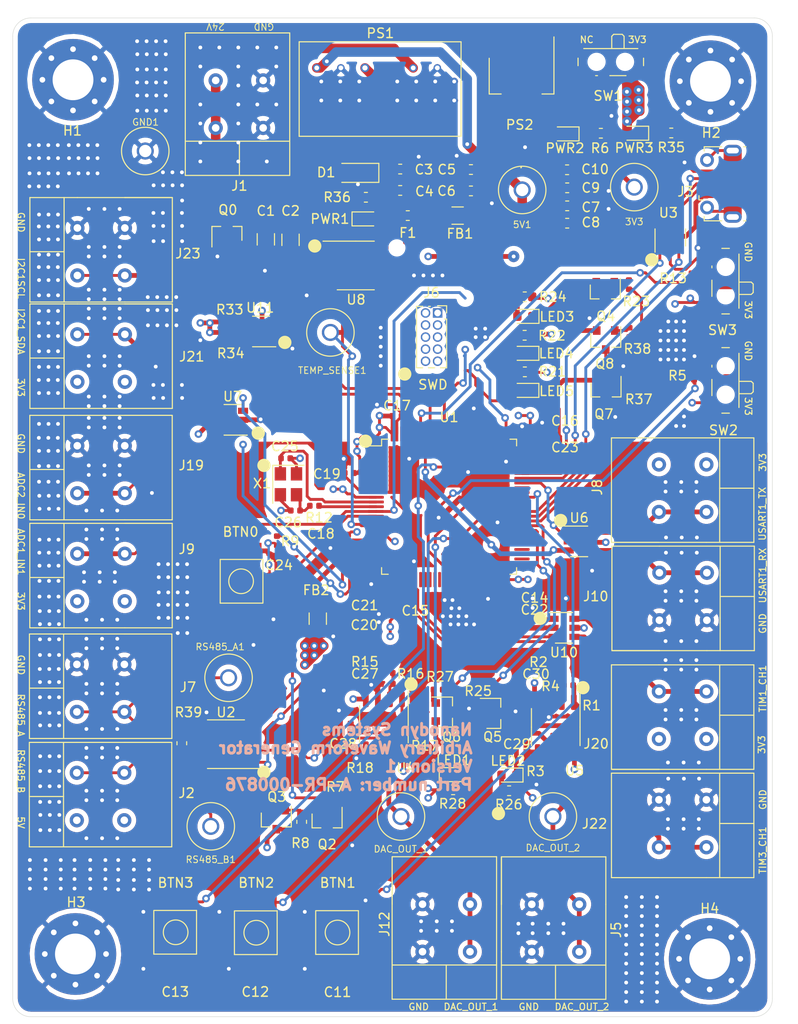
<source format=kicad_pcb>
(kicad_pcb (version 20171130) (host pcbnew "(5.1.5)-3")
  (layers (0 F.Cu signal) (1 In1.Cu power hide) (2 In2.Cu power hide) (31 B.Cu signal hide) (34 B.Paste user hide) (35 F.Paste user hide) (36 B.SilkS user hide) (37 F.SilkS user) (38 B.Mask user) (39 F.Mask user hide) (44 Edge.Cuts user))
  (net 0 "")
  (net 1 HSE_IN)
  (net 2 GND)
  (net 3 "Net-(C1-Pad1)")
  (net 4 "Net-(C3-Pad1)")
  (net 5 -5V)
  (net 6 +5V)
  (net 7 BTN1_Input)
  (net 8 BTN2_Input)
  (net 9 +3V3)
  (net 10 +3.3VA)
  (net 11 "Net-(C22-Pad1)")
  (net 12 "Net-(C23-Pad1)")
  (net 13 NRST)
  (net 14 "Net-(C27-Pad2)")
  (net 15 "Net-(C27-Pad1)")
  (net 16 "Net-(C28-Pad2)")
  (net 17 "Net-(C28-Pad1)")
  (net 18 "Net-(C29-Pad1)")
  (net 19 "Net-(C29-Pad2)")
  (net 20 "Net-(C30-Pad1)")
  (net 21 "Net-(C30-Pad2)")
  (net 22 VBUS)
  (net 23 "Net-(F1-Pad1)")
  (net 24 VCC)
  (net 25 "Net-(J3-Pad6)")
  (net 26 USB_ID)
  (net 27 USART1_RX)
  (net 28 USART1_TX)
  (net 29 TIM3_CH1)
  (net 30 TIM1_CH1)
  (net 31 ADC2_IN0)
  (net 32 ADC1_IN1)
  (net 33 I2C1_SDA)
  (net 34 I2C1_SCL)
  (net 35 TEMP_SENSE)
  (net 36 "Net-(Q2-Pad1)")
  (net 37 "Net-(Q2-Pad2)")
  (net 38 "Net-(Q3-Pad2)")
  (net 39 "Net-(Q4-Pad1)")
  (net 40 "Net-(Q5-Pad1)")
  (net 41 "Net-(Q6-Pad1)")
  (net 42 MAX485_PWR)
  (net 43 HSE_OUT)
  (net 44 BOOT0)
  (net 45 "Net-(R13-Pad1)")
  (net 46 BOOT1)
  (net 47 DAC_OUT1)
  (net 48 DAC_OUT2)
  (net 49 LED3)
  (net 50 LED2)
  (net 51 LED1)
  (net 52 SWDIO)
  (net 53 SWCLK)
  (net 54 SW0)
  (net 55 USART2_TX)
  (net 56 USART2_RX)
  (net 57 USB_D-)
  (net 58 USB_D+)
  (net 59 "Net-(R1-Pad2)")
  (net 60 "Net-(R16-Pad2)")
  (net 61 BTN3_Input)
  (net 62 "Net-(C26-Pad2)")
  (net 63 "Net-(J3-Pad2)")
  (net 64 "Net-(J3-Pad3)")
  (net 65 "Net-(J8-Pad2)")
  (net 66 "Net-(J9-Pad2)")
  (net 67 "Net-(J10-Pad1)")
  (net 68 "Net-(J19-Pad1)")
  (net 69 "Net-(J20-Pad2)")
  (net 70 "Net-(J21-Pad2)")
  (net 71 "Net-(J22-Pad1)")
  (net 72 "Net-(J23-Pad1)")
  (net 73 "Net-(Q7-Pad1)")
  (net 74 "Net-(Q8-Pad1)")
  (net 75 "Net-(R5-Pad1)")
  (net 76 LED5)
  (net 77 LED4)
  (net 78 "Net-(J2-Pad2)")
  (net 79 "Net-(J7-Pad1)")
  (net 80 "Net-(LED1-Pad2)")
  (net 81 "Net-(LED1-Pad1)")
  (net 82 "Net-(LED2-Pad1)")
  (net 83 "Net-(LED2-Pad2)")
  (net 84 "Net-(LED3-Pad1)")
  (net 85 "Net-(LED3-Pad2)")
  (net 86 "Net-(LED4-Pad2)")
  (net 87 "Net-(LED4-Pad1)")
  (net 88 "Net-(LED5-Pad1)")
  (net 89 "Net-(LED5-Pad2)")
  (net 90 "Net-(PWR1-Pad1)")
  (net 91 "Net-(PWR2-Pad1)")
  (net 92 "Net-(PWR3-Pad1)")
  (net 93 USART2_RTS)
  (net 94 "Net-(3V3-Pad1)")
  (net 95 "Net-(DAC_OUT_1-Pad1)")
  (net 96 "Net-(DAC_OUT_2-Pad1)")
  (module Fuse:Fuse_0603_1608Metric (layer F.Cu) (at 56.85 29.7 180)
    (fp_text reference F1 (at 0 -1.82) (layer F.SilkS))
    (fp_text value 300mA)
    (pad 2 smd roundrect (at 0.7875 0 180) (size 0.875 0.95) (layers F.Cu F.Paste F.Mask) (net 4 "Net-(C3-Pad1)"))
    (pad 1 smd roundrect (at -0.7875 0 180) (size 0.875 0.95) (layers F.Cu F.Paste F.Mask) (net 23 "Net-(F1-Pad1)"))
  )
  (module "Extra Components:5mm Pitch, 2 Way Terminal Block" (layer F.Cu) (at 27.15 33.5 270)
    (fp_text reference J23 (at 0.2 -6.55 180) (layer F.SilkS))
    (fp_text value I2C1_2)
    (pad 1 thru_hole circle (at 2.5 5.1 270) (size 1.5 1.5) (drill 0.8) (layers *.Cu *.Mask) (net 72 "Net-(J23-Pad1)"))
    (pad 2 thru_hole circle (at -2.5 5.1 270) (size 1.5 1.5) (drill 0.8) (layers *.Cu *.Mask) (net 2 GND))
    (pad 1 thru_hole circle (at 2.5 0.1 270) (size 1.5 1.5) (drill 0.8) (layers *.Cu *.Mask) (net 72 "Net-(J23-Pad1)"))
    (pad 2 thru_hole circle (at -2.5 0.1 270) (size 1.5 1.5) (drill 0.8) (layers *.Cu *.Mask) (net 2 GND))
  )
  (module "Extra Components:5mm Pitch, 2 Way Terminal Block" (layer F.Cu) (at 27.139999 67.8 270)
    (fp_text reference J9 (at -2.98 -6.430001 180) (layer F.SilkS))
    (fp_text value ADC_1)
    (pad 1 thru_hole circle (at 2.5 5.1 270) (size 1.5 1.5) (drill 0.8) (layers *.Cu *.Mask) (net 9 +3V3))
    (pad 2 thru_hole circle (at -2.5 5.1 270) (size 1.5 1.5) (drill 0.8) (layers *.Cu *.Mask) (net 66 "Net-(J9-Pad2)"))
    (pad 1 thru_hole circle (at 2.5 0.1 270) (size 1.5 1.5) (drill 0.8) (layers *.Cu *.Mask) (net 9 +3V3))
    (pad 2 thru_hole circle (at -2.5 0.1 270) (size 1.5 1.5) (drill 0.8) (layers *.Cu *.Mask) (net 66 "Net-(J9-Pad2)"))
  )
  (module "Extra Components:ITP0312D05" (layer F.Cu) (at 53.96 14.15 180)
    (fp_text reference PS1 (at 0 3.65) (layer F.SilkS))
    (fp_text value ITP0324D05)
    (pad 1 thru_hole circle (at -6 0 180) (size 0.8 0.8) (drill 0.5) (layers *.Cu *.Mask) (net 2 GND))
    (pad 2 thru_hole circle (at -3.46 0 180) (size 0.8 0.8) (drill 0.5) (layers *.Cu *.Mask) (net 3 "Net-(C1-Pad1)"))
    (pad 6 thru_hole circle (at 6.7 0 180) (size 0.8 0.8) (drill 0.5) (layers *.Cu *.Mask) (net 5 -5V))
    (pad 5 thru_hole circle (at 4.16 0 180) (size 0.8 0.8) (drill 0.5) (layers *.Cu *.Mask) (net 2 GND))
    (pad 4 thru_hole circle (at 1.62 0 180) (size 0.9 0.9) (drill 0.55) (layers *.Cu *.Mask) (net 4 "Net-(C3-Pad1)"))
  )
  (module Package_SO:SOIC-8-1EP_3.9x4.9mm_P1.27mm_EP2.29x3mm (layer F.Cu) (at 51.37 34.95)
    (fp_text reference U8 (at 0.03 3.6) (layer F.SilkS))
    (fp_text value LM335ADT)
    (pad 8 smd roundrect (at 2.475 -1.905) (size 1.95 0.6) (layers F.Cu F.Paste F.Mask) (net 6 +5V))
    (pad 7 smd roundrect (at 2.475 -0.635) (size 1.95 0.6) (layers F.Cu F.Paste F.Mask))
    (pad 6 smd roundrect (at 2.475 0.635) (size 1.95 0.6) (layers F.Cu F.Paste F.Mask))
    (pad 5 smd roundrect (at 2.475 1.905) (size 1.95 0.6) (layers F.Cu F.Paste F.Mask) (net 35 TEMP_SENSE))
    (pad 4 smd roundrect (at -2.475 1.905) (size 1.95 0.6) (layers F.Cu F.Paste F.Mask) (net 2 GND))
    (pad 3 smd roundrect (at -2.475 0.635) (size 1.95 0.6) (layers F.Cu F.Paste F.Mask))
    (pad 2 smd roundrect (at -2.475 -0.635) (size 1.95 0.6) (layers F.Cu F.Paste F.Mask))
    (pad 1 smd roundrect (at -2.475 -1.905) (size 1.95 0.6) (layers F.Cu F.Paste F.Mask))
    (pad 9 smd roundrect (at 0 0) (size 2.29 3) (layers F.Cu F.Mask) (roundrect_rratio 0.10917))
  )
  (module "Extra Components:5001 Test Point" (layer F.Cu) (at 48.7 42)
    (fp_text reference TEMP_SENSE1 (at 0.2 4) (layer F.SilkS) (effects (font (size 0.7 0.7) (thickness 0.1))))
    (fp_text value 5001)
    (pad 1 thru_hole circle (at 0 0) (size 1.8 1.8) (drill 1.3) (layers *.Cu *.Mask) (net 35 TEMP_SENSE))
  )
  (module "Extra Components:5mm Pitch, 2 Way Terminal Block" (layer F.Cu) (at 83.2 82.3 90)
    (fp_text reference J20 (at -3.01 -6.51 180) (layer F.SilkS))
    (fp_text value TIMER_1)
    (pad 2 thru_hole circle (at 2.5 5.1 90) (size 1.5 1.5) (drill 0.8) (layers *.Cu *.Mask) (net 69 "Net-(J20-Pad2)"))
    (pad 1 thru_hole circle (at -2.5 5.1 90) (size 1.5 1.5) (drill 0.8) (layers *.Cu *.Mask) (net 9 +3V3))
    (pad 2 thru_hole circle (at 2.5 0.1 90) (size 1.5 1.5) (drill 0.8) (layers *.Cu *.Mask) (net 69 "Net-(J20-Pad2)"))
    (pad 1 thru_hole circle (at -2.5 0.1 90) (size 1.5 1.5) (drill 0.8) (layers *.Cu *.Mask) (net 9 +3V3))
  )
  (module "Extra Components:5mm Pitch, 2 Way Terminal Block" (layer F.Cu) (at 27.15 44.7 270)
    (fp_text reference J21 (at -0.15 -6.95 180) (layer F.SilkS))
    (fp_text value I2C1_1)
    (pad 2 thru_hole circle (at -2.5 0.1 270) (size 1.5 1.5) (drill 0.8) (layers *.Cu *.Mask) (net 70 "Net-(J21-Pad2)"))
    (pad 1 thru_hole circle (at 2.5 0.1 270) (size 1.5 1.5) (drill 0.8) (layers *.Cu *.Mask) (net 9 +3V3))
    (pad 2 thru_hole circle (at -2.5 5.1 270) (size 1.5 1.5) (drill 0.8) (layers *.Cu *.Mask) (net 70 "Net-(J21-Pad2)"))
    (pad 1 thru_hole circle (at 2.5 5.1 270) (size 1.5 1.5) (drill 0.8) (layers *.Cu *.Mask) (net 9 +3V3))
  )
  (module "Extra Components:5mm Pitch, 2 Way Terminal Block" (layer F.Cu) (at 60.9 102.1)
    (fp_text reference J12 (at -6.5 2.2 90) (layer F.SilkS))
    (fp_text value "Signal 2")
    (pad 1 thru_hole circle (at 2.5 5.1) (size 1.5 1.5) (drill 0.8) (layers *.Cu *.Mask) (net 95 "Net-(DAC_OUT_1-Pad1)"))
    (pad 2 thru_hole circle (at -2.5 5.1) (size 1.5 1.5) (drill 0.8) (layers *.Cu *.Mask) (net 2 GND))
    (pad 1 thru_hole circle (at 2.5 0.1) (size 1.5 1.5) (drill 0.8) (layers *.Cu *.Mask) (net 95 "Net-(DAC_OUT_1-Pad1)"))
    (pad 2 thru_hole circle (at -2.5 0.1) (size 1.5 1.5) (drill 0.8) (layers *.Cu *.Mask) (net 2 GND))
  )
  (module Package_TO_SOT_SMD:SOT-23-6 (layer F.Cu) (at 41.4 41.9 180)
    (fp_text reference U11 (at 0.1 2.5) (layer F.SilkS))
    (fp_text value USBLC6-2SC6)
    (pad 5 smd rect (at 1.1 0 180) (size 1.06 0.65) (layers F.Cu F.Paste F.Mask) (net 6 +5V))
    (pad 6 smd rect (at 1.1 -0.95 180) (size 1.06 0.65) (layers F.Cu F.Paste F.Mask) (net 70 "Net-(J21-Pad2)"))
    (pad 4 smd rect (at 1.1 0.95 180) (size 1.06 0.65) (layers F.Cu F.Paste F.Mask) (net 72 "Net-(J23-Pad1)"))
    (pad 3 smd rect (at -1.1 0.95 180) (size 1.06 0.65) (layers F.Cu F.Paste F.Mask) (net 34 I2C1_SCL))
    (pad 2 smd rect (at -1.1 0 180) (size 1.06 0.65) (layers F.Cu F.Paste F.Mask) (net 2 GND))
    (pad 1 smd rect (at -1.1 -0.95 180) (size 1.06 0.65) (layers F.Cu F.Paste F.Mask) (net 33 I2C1_SDA))
  )
  (module "Extra Components:5mm Pitch, 2 Way Terminal Block" (layer F.Cu) (at 27.139999 56.430001 270)
    (fp_text reference J19 (at -0.430001 -6.910001 180) (layer F.SilkS))
    (fp_text value ADC_2)
    (pad 2 thru_hole circle (at -2.5 0.1 270) (size 1.5 1.5) (drill 0.8) (layers *.Cu *.Mask) (net 2 GND))
    (pad 1 thru_hole circle (at 2.5 0.1 270) (size 1.5 1.5) (drill 0.8) (layers *.Cu *.Mask) (net 68 "Net-(J19-Pad1)"))
    (pad 2 thru_hole circle (at -2.5 5.1 270) (size 1.5 1.5) (drill 0.8) (layers *.Cu *.Mask) (net 2 GND))
    (pad 1 thru_hole circle (at 2.5 5.1 270) (size 1.5 1.5) (drill 0.8) (layers *.Cu *.Mask) (net 68 "Net-(J19-Pad1)"))
  )
  (module "Extra Components:5mm Pitch, 2 Way Terminal Block" (layer F.Cu) (at 27.1 79.45 270)
    (fp_text reference J7 (at -0.1 -6.6 180) (layer F.SilkS))
    (fp_text value RS485_2)
    (pad 2 thru_hole circle (at -2.5 0.1 270) (size 1.5 1.5) (drill 0.8) (layers *.Cu *.Mask) (net 2 GND))
    (pad 1 thru_hole circle (at 2.5 0.1 270) (size 1.5 1.5) (drill 0.8) (layers *.Cu *.Mask) (net 79 "Net-(J7-Pad1)"))
    (pad 2 thru_hole circle (at -2.5 5.1 270) (size 1.5 1.5) (drill 0.8) (layers *.Cu *.Mask) (net 2 GND))
    (pad 1 thru_hole circle (at 2.5 5.1 270) (size 1.5 1.5) (drill 0.8) (layers *.Cu *.Mask) (net 79 "Net-(J7-Pad1)"))
  )
  (module "Extra Components:5mm Pitch, 2 Way Terminal Block" (layer F.Cu) (at 83.25 69.8 90)
    (fp_text reference J10 (at 0.01 -6.6 180) (layer F.SilkS))
    (fp_text value USART1_2)
    (pad 1 thru_hole circle (at 2.5 5.1 90) (size 1.5 1.5) (drill 0.8) (layers *.Cu *.Mask) (net 67 "Net-(J10-Pad1)"))
    (pad 2 thru_hole circle (at -2.5 5.1 90) (size 1.5 1.5) (drill 0.8) (layers *.Cu *.Mask) (net 2 GND))
    (pad 1 thru_hole circle (at 2.5 0.1 90) (size 1.5 1.5) (drill 0.8) (layers *.Cu *.Mask) (net 67 "Net-(J10-Pad1)"))
    (pad 2 thru_hole circle (at -2.5 0.1 90) (size 1.5 1.5) (drill 0.8) (layers *.Cu *.Mask) (net 2 GND))
  )
  (module Package_QFP:LQFP-100_14x14mm_P0.5mm (layer F.Cu) (at 61.2 60.35)
    (fp_text reference U1 (at 0 -9.42) (layer F.SilkS))
    (fp_text value STM32F429VGT6)
    (pad 1 smd roundrect (at -7.675 -6) (size 1.6 0.3) (layers F.Cu F.Paste F.Mask))
    (pad 2 smd roundrect (at -7.675 -5.5) (size 1.6 0.3) (layers F.Cu F.Paste F.Mask))
    (pad 3 smd roundrect (at -7.675 -5) (size 1.6 0.3) (layers F.Cu F.Paste F.Mask))
    (pad 4 smd roundrect (at -7.675 -4.5) (size 1.6 0.3) (layers F.Cu F.Paste F.Mask))
    (pad 5 smd roundrect (at -7.675 -4) (size 1.6 0.3) (layers F.Cu F.Paste F.Mask))
    (pad 6 smd roundrect (at -7.675 -3.5) (size 1.6 0.3) (layers F.Cu F.Paste F.Mask) (net 9 +3V3))
    (pad 7 smd roundrect (at -7.675 -3) (size 1.6 0.3) (layers F.Cu F.Paste F.Mask))
    (pad 8 smd roundrect (at -7.675 -2.5) (size 1.6 0.3) (layers F.Cu F.Paste F.Mask))
    (pad 9 smd roundrect (at -7.675 -2) (size 1.6 0.3) (layers F.Cu F.Paste F.Mask))
    (pad 10 smd roundrect (at -7.675 -1.5) (size 1.6 0.3) (layers F.Cu F.Paste F.Mask) (net 2 GND))
    (pad 11 smd roundrect (at -7.675 -1) (size 1.6 0.3) (layers F.Cu F.Paste F.Mask) (net 9 +3V3))
    (pad 12 smd roundrect (at -7.675 -0.5) (size 1.6 0.3) (layers F.Cu F.Paste F.Mask) (net 1 HSE_IN))
    (pad 13 smd roundrect (at -7.675 0) (size 1.6 0.3) (layers F.Cu F.Paste F.Mask) (net 43 HSE_OUT))
    (pad 14 smd roundrect (at -7.675 0.5) (size 1.6 0.3) (layers F.Cu F.Paste F.Mask) (net 13 NRST))
    (pad 15 smd roundrect (at -7.675 1) (size 1.6 0.3) (layers F.Cu F.Paste F.Mask) (net 42 MAX485_PWR))
    (pad 16 smd roundrect (at -7.675 1.5) (size 1.6 0.3) (layers F.Cu F.Paste F.Mask))
    (pad 17 smd roundrect (at -7.675 2) (size 1.6 0.3) (layers F.Cu F.Paste F.Mask) (net 35 TEMP_SENSE))
    (pad 18 smd roundrect (at -7.675 2.5) (size 1.6 0.3) (layers F.Cu F.Paste F.Mask))
    (pad 19 smd roundrect (at -7.675 3) (size 1.6 0.3) (layers F.Cu F.Paste F.Mask) (net 9 +3V3))
    (pad 20 smd roundrect (at -7.675 3.5) (size 1.6 0.3) (layers F.Cu F.Paste F.Mask) (net 2 GND))
    (pad 21 smd roundrect (at -7.675 4) (size 1.6 0.3) (layers F.Cu F.Paste F.Mask) (net 10 +3.3VA))
    (pad 22 smd roundrect (at -7.675 4.5) (size 1.6 0.3) (layers F.Cu F.Paste F.Mask) (net 10 +3.3VA))
    (pad 23 smd roundrect (at -7.675 5) (size 1.6 0.3) (layers F.Cu F.Paste F.Mask) (net 31 ADC2_IN0))
    (pad 24 smd roundrect (at -7.675 5.5) (size 1.6 0.3) (layers F.Cu F.Paste F.Mask) (net 32 ADC1_IN1))
    (pad 25 smd roundrect (at -7.675 6) (size 1.6 0.3) (layers F.Cu F.Paste F.Mask) (net 55 USART2_TX))
    (pad 26 smd roundrect (at -6 7.675) (size 0.3 1.6) (layers F.Cu F.Paste F.Mask) (net 56 USART2_RX))
    (pad 27 smd roundrect (at -5.5 7.675) (size 0.3 1.6) (layers F.Cu F.Paste F.Mask) (net 2 GND))
    (pad 28 smd roundrect (at -5 7.675) (size 0.3 1.6) (layers F.Cu F.Paste F.Mask) (net 9 +3V3))
    (pad 29 smd roundrect (at -4.5 7.675) (size 0.3 1.6) (layers F.Cu F.Paste F.Mask) (net 47 DAC_OUT1))
    (pad 30 smd roundrect (at -4 7.675) (size 0.3 1.6) (layers F.Cu F.Paste F.Mask) (net 48 DAC_OUT2))
    (pad 31 smd roundrect (at -3.5 7.675) (size 0.3 1.6) (layers F.Cu F.Paste F.Mask) (net 29 TIM3_CH1))
    (pad 32 smd roundrect (at -3 7.675) (size 0.3 1.6) (layers F.Cu F.Paste F.Mask))
    (pad 33 smd roundrect (at -2.5 7.675) (size 0.3 1.6) (layers F.Cu F.Paste F.Mask))
    (pad 34 smd roundrect (at -2 7.675) (size 0.3 1.6) (layers F.Cu F.Paste F.Mask))
    (pad 35 smd roundrect (at -1.5 7.675) (size 0.3 1.6) (layers F.Cu F.Paste F.Mask))
    (pad 36 smd roundrect (at -1 7.675) (size 0.3 1.6) (layers F.Cu F.Paste F.Mask))
    (pad 37 smd roundrect (at -0.5 7.675) (size 0.3 1.6) (layers F.Cu F.Paste F.Mask) (net 46 BOOT1))
    (pad 38 smd roundrect (at 0 7.675) (size 0.3 1.6) (layers F.Cu F.Paste F.Mask))
    (pad 39 smd roundrect (at 0.5 7.675) (size 0.3 1.6) (layers F.Cu F.Paste F.Mask))
    (pad 40 smd roundrect (at 1 7.675) (size 0.3 1.6) (layers F.Cu F.Paste F.Mask) (net 30 TIM1_CH1))
    (pad 41 smd roundrect (at 1.5 7.675) (size 0.3 1.6) (layers F.Cu F.Paste F.Mask))
    (pad 42 smd roundrect (at 2 7.675) (size 0.3 1.6) (layers F.Cu F.Paste F.Mask))
    (pad 43 smd roundrect (at 2.5 7.675) (size 0.3 1.6) (layers F.Cu F.Paste F.Mask))
    (pad 44 smd roundrect (at 3 7.675) (size 0.3 1.6) (layers F.Cu F.Paste F.Mask))
    (pad 45 smd roundrect (at 3.5 7.675) (size 0.3 1.6) (layers F.Cu F.Paste F.Mask))
    (pad 46 smd roundrect (at 4 7.675) (size 0.3 1.6) (layers F.Cu F.Paste F.Mask))
    (pad 47 smd roundrect (at 4.5 7.675) (size 0.3 1.6) (layers F.Cu F.Paste F.Mask))
    (pad 48 smd roundrect (at 5 7.675) (size 0.3 1.6) (layers F.Cu F.Paste F.Mask))
    (pad 49 smd roundrect (at 5.5 7.675) (size 0.3 1.6) (layers F.Cu F.Paste F.Mask) (net 11 "Net-(C22-Pad1)"))
    (pad 50 smd roundrect (at 6 7.675) (size 0.3 1.6) (layers F.Cu F.Paste F.Mask) (net 9 +3V3))
    (pad 51 smd roundrect (at 7.675 6) (size 1.6 0.3) (layers F.Cu F.Paste F.Mask))
    (pad 52 smd roundrect (at 7.675 5.5) (size 1.6 0.3) (layers F.Cu F.Paste F.Mask))
    (pad 53 smd roundrect (at 7.675 5) (size 1.6 0.3) (layers F.Cu F.Paste F.Mask))
    (pad 54 smd roundrect (at 7.675 4.5) (size 1.6 0.3) (layers F.Cu F.Paste F.Mask))
    (pad 55 smd roundrect (at 7.675 4) (size 1.6 0.3) (layers F.Cu F.Paste F.Mask))
    (pad 56 smd roundrect (at 7.675 3.5) (size 1.6 0.3) (layers F.Cu F.Paste F.Mask))
    (pad 57 smd roundrect (at 7.675 3) (size 1.6 0.3) (layers F.Cu F.Paste F.Mask))
    (pad 58 smd roundrect (at 7.675 2.5) (size 1.6 0.3) (layers F.Cu F.Paste F.Mask) (net 51 LED1))
    (pad 59 smd roundrect (at 7.675 2) (size 1.6 0.3) (layers F.Cu F.Paste F.Mask) (net 50 LED2))
    (pad 60 smd roundrect (at 7.675 1.5) (size 1.6 0.3) (layers F.Cu F.Paste F.Mask) (net 49 LED3))
    (pad 61 smd roundrect (at 7.675 1) (size 1.6 0.3) (layers F.Cu F.Paste F.Mask) (net 77 LED4))
    (pad 62 smd roundrect (at 7.675 0.5) (size 1.6 0.3) (layers F.Cu F.Paste F.Mask) (net 76 LED5))
    (pad 63 smd roundrect (at 7.675 0) (size 1.6 0.3) (layers F.Cu F.Paste F.Mask) (net 61 BTN3_Input))
    (pad 64 smd roundrect (at 7.675 -0.5) (size 1.6 0.3) (layers F.Cu F.Paste F.Mask) (net 8 BTN2_Input))
    (pad 65 smd roundrect (at 7.675 -1) (size 1.6 0.3) (layers F.Cu F.Paste F.Mask) (net 7 BTN1_Input))
    (pad 66 smd roundrect (at 7.675 -1.5) (size 1.6 0.3) (layers F.Cu F.Paste F.Mask))
    (pad 67 smd roundrect (at 7.675 -2) (size 1.6 0.3) (layers F.Cu F.Paste F.Mask))
    (pad 68 smd roundrect (at 7.675 -2.5) (size 1.6 0.3) (layers F.Cu F.Paste F.Mask) (net 28 USART1_TX))
    (pad 69 smd roundrect (at 7.675 -3) (size 1.6 0.3) (layers F.Cu F.Paste F.Mask) (net 26 USB_ID))
    (pad 70 smd roundrect (at 7.675 -3.5) (size 1.6 0.3) (layers F.Cu F.Paste F.Mask) (net 57 USB_D-))
    (pad 71 smd roundrect (at 7.675 -4) (size 1.6 0.3) (layers F.Cu F.Paste F.Mask) (net 58 USB_D+))
    (pad 72 smd roundrect (at 7.675 -4.5) (size 1.6 0.3) (layers F.Cu F.Paste F.Mask) (net 52 SWDIO))
    (pad 73 smd roundrect (at 7.675 -5) (size 1.6 0.3) (layers F.Cu F.Paste F.Mask) (net 12 "Net-(C23-Pad1)"))
    (pad 74 smd roundrect (at 7.675 -5.5) (size 1.6 0.3) (layers F.Cu F.Paste F.Mask) (net 2 GND))
    (pad 75 smd roundrect (at 7.675 -6) (size 1.6 0.3) (layers F.Cu F.Paste F.Mask) (net 9 +3V3))
    (pad 76 smd roundrect (at 6 -7.675) (size 0.3 1.6) (layers F.Cu F.Paste F.Mask) (net 53 SWCLK))
    (pad 77 smd roundrect (at 5.5 -7.675) (size 0.3 1.6) (layers F.Cu F.Paste F.Mask))
    (pad 78 smd roundrect (at 5 -7.675) (size 0.3 1.6) (layers F.Cu F.Paste F.Mask))
    (pad 79 smd roundrect (at 4.5 -7.675) (size 0.3 1.6) (layers F.Cu F.Paste F.Mask))
    (pad 80 smd roundrect (at 4 -7.675) (size 0.3 1.6) (layers F.Cu F.Paste F.Mask))
    (pad 81 smd roundrect (at 3.5 -7.675) (size 0.3 1.6) (layers F.Cu F.Paste F.Mask))
    (pad 82 smd roundrect (at 3 -7.675) (size 0.3 1.6) (layers F.Cu F.Paste F.Mask))
    (pad 83 smd roundrect (at 2.5 -7.675) (size 0.3 1.6) (layers F.Cu F.Paste F.Mask))
    (pad 84 smd roundrect (at 2 -7.675) (size 0.3 1.6) (layers F.Cu F.Paste F.Mask))
    (pad 85 smd roundrect (at 1.5 -7.675) (size 0.3 1.6) (layers F.Cu F.Paste F.Mask) (net 93 USART2_RTS))
    (pad 86 smd roundrect (at 1 -7.675) (size 0.3 1.6) (layers F.Cu F.Paste F.Mask))
    (pad 87 smd roundrect (at 0.5 -7.675) (size 0.3 1.6) (layers F.Cu F.Paste F.Mask))
    (pad 88 smd roundrect (at 0 -7.675) (size 0.3 1.6) (layers F.Cu F.Paste F.Mask))
    (pad 89 smd roundrect (at -0.5 -7.675) (size 0.3 1.6) (layers F.Cu F.Paste F.Mask) (net 54 SW0))
    (pad 90 smd roundrect (at -1 -7.675) (size 0.3 1.6) (layers F.Cu F.Paste F.Mask))
    (pad 91 smd roundrect (at -1.5 -7.675) (size 0.3 1.6) (layers F.Cu F.Paste F.Mask))
    (pad 92 smd roundrect (at -2 -7.675) (size 0.3 1.6) (layers F.Cu F.Paste F.Mask) (net 34 I2C1_SCL))
    (pad 93 smd roundrect (at -2.5 -7.675) (size 0.3 1.6) (layers F.Cu F.Paste F.Mask) (net 27 USART1_RX))
    (pad 94 smd roundrect (at -3 -7.675) (size 0.3 1.6) (layers F.Cu F.Paste F.Mask) (net 44 BOOT0))
    (pad 95 smd roundrect (at -3.5 -7.675) (size 0.3 1.6) (layers F.Cu F.Paste F.Mask))
    (pad 96 smd roundrect (at -4 -7.675) (size 0.3 1.6) (layers F.Cu F.Paste F.Mask) (net 33 I2C1_SDA))
    (pad 97 smd roundrect (at -4.5 -7.675) (size 0.3 1.6) (layers F.Cu F.Paste F.Mask))
    (pad 98 smd roundrect (at -5 -7.675) (size 0.3 1.6) (layers F.Cu F.Paste F.Mask))
    (pad 99 smd roundrect (at -5.5 -7.675) (size 0.3 1.6) (layers F.Cu F.Paste F.Mask) (net 2 GND))
    (pad 100 smd roundrect (at -6 -7.675) (size 0.3 1.6) (layers F.Cu F.Paste F.Mask) (net 9 +3V3))
  )
  (module Button_Switch_SMD:SW_SPDT_PCM12 (layer F.Cu) (at 78.232 13.843 180)
    (fp_text reference SW1 (at 0.292 -3.247) (layer F.SilkS))
    (fp_text value SW_SPDT)
    (pad "" np_thru_hole circle (at -1.5 0.33 180) (size 0.9 0.9) (drill 0.9) (layers *.Cu *.Mask))
    (pad "" np_thru_hole circle (at 1.5 0.33 180) (size 0.9 0.9) (drill 0.9) (layers *.Cu *.Mask))
    (pad 1 smd rect (at -2.25 -1.43 180) (size 0.7 1.5) (layers F.Cu F.Paste F.Mask) (net 9 +3V3))
    (pad 2 smd rect (at 0.75 -1.43 180) (size 0.7 1.5) (layers F.Cu F.Paste F.Mask) (net 94 "Net-(3V3-Pad1)"))
    (pad 3 smd rect (at 2.25 -1.43 180) (size 0.7 1.5) (layers F.Cu F.Paste F.Mask))
    (pad "" smd rect (at -3.65 1.43 180) (size 1 0.8) (layers F.Cu F.Paste F.Mask))
    (pad "" smd rect (at 3.65 1.43 180) (size 1 0.8) (layers F.Cu F.Paste F.Mask))
    (pad "" smd rect (at 3.65 -0.78 180) (size 1 0.8) (layers F.Cu F.Paste F.Mask))
    (pad "" smd rect (at -3.65 -0.78 180) (size 1 0.8) (layers F.Cu F.Paste F.Mask))
  )
  (module Crystal:Crystal_SMD_3225-4Pin_3.2x2.5mm (layer F.Cu) (at 44.28 57.99 270)
    (fp_text reference X1 (at -0.09 2.78 180) (layer F.SilkS))
    (fp_text value " 25MHZ")
    (pad 1 smd rect (at -1.1 0.85 270) (size 1.4 1.2) (layers F.Cu F.Paste F.Mask) (net 1 HSE_IN))
    (pad 2 smd rect (at 1.1 0.85 270) (size 1.4 1.2) (layers F.Cu F.Paste F.Mask) (net 2 GND))
    (pad 3 smd rect (at 1.1 -0.85 270) (size 1.4 1.2) (layers F.Cu F.Paste F.Mask) (net 62 "Net-(C26-Pad2)"))
    (pad 4 smd rect (at -1.1 -0.85 270) (size 1.4 1.2) (layers F.Cu F.Paste F.Mask) (net 2 GND))
  )
  (module Capacitor_SMD:C_1206_3216Metric (layer F.Cu) (at 41.9 32.2 270)
    (fp_text reference C1 (at -3 0 180) (layer F.SilkS))
    (fp_text value 10n)
    (pad 2 smd roundrect (at 1.4 0 270) (size 1.25 1.75) (layers F.Cu F.Paste F.Mask) (roundrect_rratio 0.2) (net 2 GND))
    (pad 1 smd roundrect (at -1.4 0 270) (size 1.25 1.75) (layers F.Cu F.Paste F.Mask) (roundrect_rratio 0.2) (net 3 "Net-(C1-Pad1)"))
  )
  (module Capacitor_SMD:C_1206_3216Metric (layer F.Cu) (at 44.5 32.25 90)
    (fp_text reference C2 (at 3.05 0 180) (layer F.SilkS))
    (fp_text value 10n)
    (pad 1 smd roundrect (at -1.4 0 90) (size 1.25 1.75) (layers F.Cu F.Paste F.Mask) (roundrect_rratio 0.2) (net 2 GND))
    (pad 2 smd roundrect (at 1.4 0 90) (size 1.25 1.75) (layers F.Cu F.Paste F.Mask) (roundrect_rratio 0.2) (net 3 "Net-(C1-Pad1)"))
  )
  (module Capacitor_SMD:C_0603_1608Metric (layer F.Cu) (at 56.05 24.8)
    (fp_text reference C3 (at 2.5 0.05) (layer F.SilkS))
    (fp_text value 10n)
    (pad 1 smd roundrect (at -0.7875 0) (size 0.875 0.95) (layers F.Cu F.Paste F.Mask) (net 4 "Net-(C3-Pad1)"))
    (pad 2 smd roundrect (at 0.7875 0) (size 0.875 0.95) (layers F.Cu F.Paste F.Mask) (net 2 GND))
  )
  (module Capacitor_SMD:C_0603_1608Metric (layer F.Cu) (at 56.05 27.05)
    (fp_text reference C4 (at 2.55 0.1) (layer F.SilkS))
    (fp_text value 10n)
    (pad 2 smd roundrect (at 0.7875 0) (size 0.875 0.95) (layers F.Cu F.Paste F.Mask) (net 2 GND))
    (pad 1 smd roundrect (at -0.7875 0) (size 0.875 0.95) (layers F.Cu F.Paste F.Mask) (net 4 "Net-(C3-Pad1)"))
  )
  (module Capacitor_SMD:C_0603_1608Metric (layer F.Cu) (at 63.5 24.85)
    (fp_text reference C5 (at -2.55 0) (layer F.SilkS))
    (fp_text value 10n)
    (pad 2 smd roundrect (at 0.7875 0) (size 0.875 0.95) (layers F.Cu F.Paste F.Mask) (net 5 -5V))
    (pad 1 smd roundrect (at -0.7875 0) (size 0.875 0.95) (layers F.Cu F.Paste F.Mask) (net 2 GND))
  )
  (module Capacitor_SMD:C_0603_1608Metric (layer F.Cu) (at 63.5 27.1)
    (fp_text reference C6 (at -2.5725 0) (layer F.SilkS))
    (fp_text value 10n)
    (pad 1 smd roundrect (at -0.7875 0) (size 0.875 0.95) (layers F.Cu F.Paste F.Mask) (net 2 GND))
    (pad 2 smd roundrect (at 0.7875 0) (size 0.875 0.95) (layers F.Cu F.Paste F.Mask) (net 5 -5V))
  )
  (module Capacitor_SMD:C_0402_1005Metric (layer F.Cu) (at 49.45 110.11)
    (fp_text reference C11 (at 0 1.35) (layer F.SilkS))
    (fp_text value 12p)
    (pad 1 smd roundrect (at -0.485 0) (size 0.59 0.64) (layers F.Cu F.Paste F.Mask) (net 2 GND))
    (pad 2 smd roundrect (at 0.485 0) (size 0.59 0.64) (layers F.Cu F.Paste F.Mask) (net 7 BTN1_Input))
  )
  (module Capacitor_SMD:C_0402_1005Metric (layer F.Cu) (at 40.89 110.08)
    (fp_text reference C12 (at -0.1 1.35) (layer F.SilkS))
    (fp_text value 12p)
    (pad 2 smd roundrect (at 0.485 0) (size 0.59 0.64) (layers F.Cu F.Paste F.Mask) (net 8 BTN2_Input))
    (pad 1 smd roundrect (at -0.485 0) (size 0.59 0.64) (layers F.Cu F.Paste F.Mask) (net 2 GND))
  )
  (module Capacitor_SMD:C_0402_1005Metric (layer F.Cu) (at 32.31 110.08)
    (fp_text reference C13 (at 0.05 1.35) (layer F.SilkS))
    (fp_text value 12p)
    (pad 1 smd roundrect (at -0.485 0) (size 0.59 0.64) (layers F.Cu F.Paste F.Mask) (net 2 GND))
    (pad 2 smd roundrect (at 0.485 0) (size 0.59 0.64) (layers F.Cu F.Paste F.Mask) (net 61 BTN3_Input))
  )
  (module Capacitor_SMD:C_0402_1005Metric (layer F.Cu) (at 67.8 70)
    (fp_text reference C14 (at 2.4 -0.06) (layer F.SilkS))
    (fp_text value 4u7)
    (pad 2 smd roundrect (at 0.485 0) (size 0.59 0.64) (layers F.Cu F.Paste F.Mask) (net 2 GND))
    (pad 1 smd roundrect (at -0.485 0) (size 0.59 0.64) (layers F.Cu F.Paste F.Mask) (net 9 +3V3))
  )
  (module Capacitor_SMD:C_0402_1005Metric (layer F.Cu) (at 55.2 71.2 180)
    (fp_text reference C15 (at -2.45 -0.1) (layer F.SilkS))
    (fp_text value 100n)
    (pad 2 smd roundrect (at 0.485 0 180) (size 0.59 0.64) (layers F.Cu F.Paste F.Mask) (net 2 GND))
    (pad 1 smd roundrect (at -0.485 0 180) (size 0.59 0.64) (layers F.Cu F.Paste F.Mask) (net 9 +3V3))
  )
  (module Capacitor_SMD:C_0402_1005Metric (layer F.Cu) (at 71 52.6)
    (fp_text reference C16 (at 2.4 -1.292) (layer F.SilkS))
    (fp_text value 100n)
    (pad 2 smd roundrect (at 0.485 0) (size 0.59 0.64) (layers F.Cu F.Paste F.Mask) (net 2 GND))
    (pad 1 smd roundrect (at -0.485 0) (size 0.59 0.64) (layers F.Cu F.Paste F.Mask) (net 9 +3V3))
  )
  (module Capacitor_SMD:C_0402_1005Metric (layer F.Cu) (at 55.7 50.8)
    (fp_text reference C17 (at 0.015 -1.1) (layer F.SilkS))
    (fp_text value 100n)
    (pad 2 smd roundrect (at 0.485 0) (size 0.59 0.64) (layers F.Cu F.Paste F.Mask) (net 2 GND))
    (pad 1 smd roundrect (at -0.485 0) (size 0.59 0.64) (layers F.Cu F.Paste F.Mask) (net 9 +3V3))
  )
  (module Capacitor_SMD:C_0402_1005Metric (layer F.Cu) (at 50.092 63.296 180)
    (fp_text reference C18 (at 2.392 0.096) (layer F.SilkS))
    (fp_text value 100n)
    (pad 1 smd roundrect (at -0.485 0 180) (size 0.59 0.64) (layers F.Cu F.Paste F.Mask) (net 9 +3V3))
    (pad 2 smd roundrect (at 0.485 0 180) (size 0.59 0.64) (layers F.Cu F.Paste F.Mask) (net 2 GND))
  )
  (module Capacitor_SMD:C_0402_1005Metric (layer F.Cu) (at 50.7 56.8 180)
    (fp_text reference C19 (at 2.37 -0.1) (layer F.SilkS))
    (fp_text value 100n)
    (pad 1 smd roundrect (at -0.485 0 180) (size 0.59 0.64) (layers F.Cu F.Paste F.Mask) (net 9 +3V3))
    (pad 2 smd roundrect (at 0.485 0 180) (size 0.59 0.64) (layers F.Cu F.Paste F.Mask) (net 2 GND))
  )
  (module Capacitor_SMD:C_0402_1005Metric (layer F.Cu) (at 49.875 72.837)
    (fp_text reference C20 (at 2.4 -0.03) (layer F.SilkS))
    (fp_text value 1u)
    (pad 1 smd roundrect (at -0.485 0) (size 0.59 0.64) (layers F.Cu F.Paste F.Mask) (net 10 +3.3VA))
    (pad 2 smd roundrect (at 0.485 0) (size 0.59 0.64) (layers F.Cu F.Paste F.Mask) (net 2 GND))
  )
  (module Capacitor_SMD:C_0402_1005Metric (layer F.Cu) (at 49.885 70.8 180)
    (fp_text reference C21 (at -2.415 0.06) (layer F.SilkS))
    (fp_text value 1u)
    (pad 1 smd roundrect (at -0.485 0 180) (size 0.59 0.64) (layers F.Cu F.Paste F.Mask) (net 2 GND))
    (pad 2 smd roundrect (at 0.485 0 180) (size 0.59 0.64) (layers F.Cu F.Paste F.Mask) (net 10 +3.3VA))
  )
  (module Capacitor_SMD:C_0402_1005Metric (layer F.Cu) (at 42.291 68.072 90)
    (fp_text reference C24 (at 1.565 1 180) (layer F.SilkS))
    (fp_text value 12p)
    (pad 1 smd roundrect (at -0.485 0 90) (size 0.59 0.64) (layers F.Cu F.Paste F.Mask) (net 2 GND))
    (pad 2 smd roundrect (at 0.485 0 90) (size 0.59 0.64) (layers F.Cu F.Paste F.Mask) (net 13 NRST))
  )
  (module Capacitor_SMD:C_0402_1005Metric (layer F.Cu) (at 43.985 55.25 180)
    (fp_text reference C25 (at 0.08 1.25) (layer F.SilkS))
    (fp_text value 20p)
    (pad 1 smd roundrect (at -0.485 0 180) (size 0.59 0.64) (layers F.Cu F.Paste F.Mask) (net 2 GND))
    (pad 2 smd roundrect (at 0.485 0 180) (size 0.59 0.64) (layers F.Cu F.Paste F.Mask) (net 1 HSE_IN))
  )
  (module Capacitor_SMD:C_0402_1005Metric (layer F.Cu) (at 45.015 60.75)
    (fp_text reference C26 (at -0.765 1.25) (layer F.SilkS))
    (fp_text value 20p)
    (pad 2 smd roundrect (at 0.485 0) (size 0.59 0.64) (layers F.Cu F.Paste F.Mask) (net 62 "Net-(C26-Pad2)"))
    (pad 1 smd roundrect (at -0.485 0) (size 0.59 0.64) (layers F.Cu F.Paste F.Mask) (net 2 GND))
  )
  (module Diode_SMD:D_SOD-123 (layer F.Cu) (at 51.55 25.2 180)
    (fp_text reference D1 (at 3.3 0.05 180) (layer F.SilkS))
    (fp_text value B5819W)
    (pad 2 smd rect (at 1.65 0 180) (size 0.9 1.2) (layers F.Cu F.Paste F.Mask) (net 22 VBUS))
    (pad 1 smd rect (at -1.65 0 180) (size 0.9 1.2) (layers F.Cu F.Paste F.Mask) (net 4 "Net-(C3-Pad1)"))
  )
  (module LED_SMD:LED_0603_1608Metric (layer F.Cu) (at 73.4 21.1 180)
    (fp_text reference PWR2 (at 0 -1.5) (layer F.SilkS))
    (fp_text value GREEN)
    (pad 1 smd roundrect (at -0.7875 0 180) (size 0.875 0.95) (layers F.Cu F.Paste F.Mask) (net 91 "Net-(PWR2-Pad1)"))
    (pad 2 smd roundrect (at 0.7875 0 180) (size 0.875 0.95) (layers F.Cu F.Paste F.Mask) (net 94 "Net-(3V3-Pad1)"))
  )
  (module LED_SMD:LED_0603_1608Metric (layer F.Cu) (at 69.18 40.31 180)
    (fp_text reference LED3 (at -3.38 -0.04) (layer F.SilkS))
    (fp_text value GREEN)
    (pad 2 smd roundrect (at 0.7875 0 180) (size 0.875 0.95) (layers F.Cu F.Paste F.Mask) (net 85 "Net-(LED3-Pad2)"))
    (pad 1 smd roundrect (at -0.7875 0 180) (size 0.875 0.95) (layers F.Cu F.Paste F.Mask) (net 84 "Net-(LED3-Pad1)"))
  )
  (module LED_SMD:LED_0603_1608Metric (layer F.Cu) (at 67.5 88.6 180)
    (fp_text reference LED2 (at 0.1 1.5) (layer F.SilkS))
    (fp_text value RED)
    (pad 1 smd roundrect (at -0.7875 0 180) (size 0.875 0.95) (layers F.Cu F.Paste F.Mask) (net 82 "Net-(LED2-Pad1)"))
    (pad 2 smd roundrect (at 0.7875 0 180) (size 0.875 0.95) (layers F.Cu F.Paste F.Mask) (net 83 "Net-(LED2-Pad2)"))
  )
  (module LED_SMD:LED_0603_1608Metric (layer F.Cu) (at 61.65 88.556)
    (fp_text reference LED1 (at 0 -1.524) (layer F.SilkS))
    (fp_text value BLUE)
    (pad 2 smd roundrect (at 0.7875 0) (size 0.875 0.95) (layers F.Cu F.Paste F.Mask) (net 80 "Net-(LED1-Pad2)"))
    (pad 1 smd roundrect (at -0.7875 0) (size 0.875 0.95) (layers F.Cu F.Paste F.Mask) (net 81 "Net-(LED1-Pad1)"))
  )
  (module LED_SMD:LED_0603_1608Metric (layer F.Cu) (at 80.735 21.027 180)
    (fp_text reference PWR3 (at 0.035 -1.544) (layer F.SilkS))
    (fp_text value GREEN)
    (pad 1 smd roundrect (at -0.7875 0 180) (size 0.875 0.95) (layers F.Cu F.Paste F.Mask) (net 92 "Net-(PWR3-Pad1)"))
    (pad 2 smd roundrect (at 0.7875 0 180) (size 0.875 0.95) (layers F.Cu F.Paste F.Mask) (net 9 +3V3))
  )
  (module Inductor_SMD:L_1206_3216Metric (layer F.Cu) (at 62.1 29.7)
    (fp_text reference FB1 (at 0.25 1.9) (layer F.SilkS))
    (fp_text value "100 @ 100MHz")
    (pad 2 smd roundrect (at 1.4 0) (size 1.25 1.75) (layers F.Cu F.Paste F.Mask) (roundrect_rratio 0.2) (net 6 +5V))
    (pad 1 smd roundrect (at -1.4 0) (size 1.25 1.75) (layers F.Cu F.Paste F.Mask) (roundrect_rratio 0.2) (net 23 "Net-(F1-Pad1)"))
  )
  (module Inductor_SMD:L_1206_3216Metric (layer F.Cu) (at 47.371 72.136 90)
    (fp_text reference FB2 (at 3 -0.171 180) (layer F.SilkS))
    (fp_text value "100 @ 100MHz")
    (pad 2 smd roundrect (at 1.4 0 90) (size 1.25 1.75) (layers F.Cu F.Paste F.Mask) (roundrect_rratio 0.2) (net 10 +3.3VA))
    (pad 1 smd roundrect (at -1.4 0 90) (size 1.25 1.75) (layers F.Cu F.Paste F.Mask) (roundrect_rratio 0.2) (net 9 +3V3))
  )
  (module MountingHole:MountingHole_4.3mm_M4_Pad_Via (layer F.Cu) (at 21.59 15.4)
    (fp_text reference H1 (at -0.06 5.36) (layer F.SilkS))
    (fp_text value MountingHole_Pad)
    (pad 1 thru_hole circle (at 0 0) (size 8.6 8.6) (drill 4.3) (layers *.Cu *.Mask) (net 2 GND))
    (pad 1 thru_hole circle (at 3.225 0) (size 0.9 0.9) (drill 0.6) (layers *.Cu *.Mask) (net 2 GND))
    (pad 1 thru_hole circle (at 2.280419 2.280419) (size 0.9 0.9) (drill 0.6) (layers *.Cu *.Mask) (net 2 GND))
    (pad 1 thru_hole circle (at 0 3.225) (size 0.9 0.9) (drill 0.6) (layers *.Cu *.Mask) (net 2 GND))
    (pad 1 thru_hole circle (at -2.280419 2.280419) (size 0.9 0.9) (drill 0.6) (layers *.Cu *.Mask) (net 2 GND))
    (pad 1 thru_hole circle (at -3.225 0) (size 0.9 0.9) (drill 0.6) (layers *.Cu *.Mask) (net 2 GND))
    (pad 1 thru_hole circle (at -2.280419 -2.280419) (size 0.9 0.9) (drill 0.6) (layers *.Cu *.Mask) (net 2 GND))
    (pad 1 thru_hole circle (at 0 -3.225) (size 0.9 0.9) (drill 0.6) (layers *.Cu *.Mask) (net 2 GND))
    (pad 1 thru_hole circle (at 2.280419 -2.280419) (size 0.9 0.9) (drill 0.6) (layers *.Cu *.Mask) (net 2 GND))
  )
  (module MountingHole:MountingHole_4.3mm_M4_Pad_Via (layer F.Cu) (at 88.73 15.55)
    (fp_text reference H2 (at 0.08 5.44) (layer F.SilkS))
    (fp_text value MountingHole_Pad)
    (pad 1 thru_hole circle (at 2.280419 -2.280419) (size 0.9 0.9) (drill 0.6) (layers *.Cu *.Mask) (net 2 GND))
    (pad 1 thru_hole circle (at 0 -3.225) (size 0.9 0.9) (drill 0.6) (layers *.Cu *.Mask) (net 2 GND))
    (pad 1 thru_hole circle (at -2.280419 -2.280419) (size 0.9 0.9) (drill 0.6) (layers *.Cu *.Mask) (net 2 GND))
    (pad 1 thru_hole circle (at -3.225 0) (size 0.9 0.9) (drill 0.6) (layers *.Cu *.Mask) (net 2 GND))
    (pad 1 thru_hole circle (at -2.280419 2.280419) (size 0.9 0.9) (drill 0.6) (layers *.Cu *.Mask) (net 2 GND))
    (pad 1 thru_hole circle (at 0 3.225) (size 0.9 0.9) (drill 0.6) (layers *.Cu *.Mask) (net 2 GND))
    (pad 1 thru_hole circle (at 2.280419 2.280419) (size 0.9 0.9) (drill 0.6) (layers *.Cu *.Mask) (net 2 GND))
    (pad 1 thru_hole circle (at 3.225 0) (size 0.9 0.9) (drill 0.6) (layers *.Cu *.Mask) (net 2 GND))
    (pad 1 thru_hole circle (at 0 0) (size 8.6 8.6) (drill 4.3) (layers *.Cu *.Mask) (net 2 GND))
  )
  (module MountingHole:MountingHole_4.3mm_M4_Pad_Via (layer F.Cu) (at 21.844 107.442)
    (fp_text reference H3 (at 0.07 -5.45) (layer F.SilkS))
    (fp_text value MountingHole_Pad)
    (pad 1 thru_hole circle (at 2.280419 -2.280419) (size 0.9 0.9) (drill 0.6) (layers *.Cu *.Mask) (net 2 GND))
    (pad 1 thru_hole circle (at 0 -3.225) (size 0.9 0.9) (drill 0.6) (layers *.Cu *.Mask) (net 2 GND))
    (pad 1 thru_hole circle (at -2.280419 -2.280419) (size 0.9 0.9) (drill 0.6) (layers *.Cu *.Mask) (net 2 GND))
    (pad 1 thru_hole circle (at -3.225 0) (size 0.9 0.9) (drill 0.6) (layers *.Cu *.Mask) (net 2 GND))
    (pad 1 thru_hole circle (at -2.280419 2.280419) (size 0.9 0.9) (drill 0.6) (layers *.Cu *.Mask) (net 2 GND))
    (pad 1 thru_hole circle (at 0 3.225) (size 0.9 0.9) (drill 0.6) (layers *.Cu *.Mask) (net 2 GND))
    (pad 1 thru_hole circle (at 2.280419 2.280419) (size 0.9 0.9) (drill 0.6) (layers *.Cu *.Mask) (net 2 GND))
    (pad 1 thru_hole circle (at 3.225 0) (size 0.9 0.9) (drill 0.6) (layers *.Cu *.Mask) (net 2 GND))
    (pad 1 thru_hole circle (at 0 0) (size 8.6 8.6) (drill 4.3) (layers *.Cu *.Mask) (net 2 GND))
  )
  (module MountingHole:MountingHole_4.3mm_M4_Pad_Via (layer F.Cu) (at 88.646 107.95)
    (fp_text reference H4 (at 0 -5.3) (layer F.SilkS))
    (fp_text value MountingHole_Pad)
    (pad 1 thru_hole circle (at 2.280419 -2.280419) (size 0.9 0.9) (drill 0.6) (layers *.Cu *.Mask) (net 2 GND))
    (pad 1 thru_hole circle (at 0 -3.225) (size 0.9 0.9) (drill 0.6) (layers *.Cu *.Mask) (net 2 GND))
    (pad 1 thru_hole circle (at -2.280419 -2.280419) (size 0.9 0.9) (drill 0.6) (layers *.Cu *.Mask) (net 2 GND))
    (pad 1 thru_hole circle (at -3.225 0) (size 0.9 0.9) (drill 0.6) (layers *.Cu *.Mask) (net 2 GND))
    (pad 1 thru_hole circle (at -2.280419 2.280419) (size 0.9 0.9) (drill 0.6) (layers *.Cu *.Mask) (net 2 GND))
    (pad 1 thru_hole circle (at 0 3.225) (size 0.9 0.9) (drill 0.6) (layers *.Cu *.Mask) (net 2 GND))
    (pad 1 thru_hole circle (at 2.280419 2.280419) (size 0.9 0.9) (drill 0.6) (layers *.Cu *.Mask) (net 2 GND))
    (pad 1 thru_hole circle (at 3.225 0) (size 0.9 0.9) (drill 0.6) (layers *.Cu *.Mask) (net 2 GND))
    (pad 1 thru_hole circle (at 0 0) (size 8.6 8.6) (drill 4.3) (layers *.Cu *.Mask) (net 2 GND))
  )
  (module Connector_USB:USB_Micro-B_Molex-105017-0001 (layer F.Cu) (at 89.83 26.35 90)
    (fp_text reference J3 (at -0.828 -3.724 180) (layer F.SilkS))
    (fp_text value USB_B_Micro)
    (pad 6 smd rect (at 1 1.2375 90) (size 1.5 1.9) (layers F.Cu F.Paste F.Mask) (net 25 "Net-(J3-Pad6)"))
    (pad 6 thru_hole circle (at -2.5 -1.4625 90) (size 1.45 1.45) (drill 0.85) (layers *.Cu *.Mask) (net 25 "Net-(J3-Pad6)"))
    (pad 2 smd rect (at -0.65 -1.4625 90) (size 0.4 1.35) (layers F.Cu F.Paste F.Mask) (net 63 "Net-(J3-Pad2)"))
    (pad 1 smd rect (at -1.3 -1.4625 90) (size 0.4 1.35) (layers F.Cu F.Paste F.Mask) (net 22 VBUS))
    (pad 5 smd rect (at 1.3 -1.4625 90) (size 0.4 1.35) (layers F.Cu F.Paste F.Mask) (net 2 GND))
    (pad 4 smd rect (at 0.65 -1.4625 90) (size 0.4 1.35) (layers F.Cu F.Paste F.Mask) (net 26 USB_ID))
    (pad 3 smd rect (at 0 -1.4625 90) (size 0.4 1.35) (layers F.Cu F.Paste F.Mask) (net 64 "Net-(J3-Pad3)"))
    (pad 6 thru_hole circle (at 2.5 -1.4625 90) (size 1.45 1.45) (drill 0.85) (layers *.Cu *.Mask) (net 25 "Net-(J3-Pad6)"))
    (pad 6 smd rect (at -1 1.2375 90) (size 1.5 1.9) (layers F.Cu F.Paste F.Mask) (net 25 "Net-(J3-Pad6)"))
    (pad 6 thru_hole oval (at -3.5 1.2375 270) (size 1.2 1.9) (drill oval 0.6 1.3) (layers *.Cu *.Mask) (net 25 "Net-(J3-Pad6)"))
    (pad 6 thru_hole oval (at 3.5 1.2375 90) (size 1.2 1.9) (drill oval 0.6 1.3) (layers *.Cu *.Mask) (net 25 "Net-(J3-Pad6)"))
    (pad 6 smd rect (at 2.9 1.2375 90) (size 1.2 1.9) (layers F.Cu F.Mask) (net 25 "Net-(J3-Pad6)"))
    (pad 6 smd rect (at -2.9 1.2375 90) (size 1.2 1.9) (layers F.Cu F.Mask) (net 25 "Net-(J3-Pad6)"))
  )
  (module "Extra Components:5001 Test Point" (layer F.Cu) (at 36.1 94 270)
    (fp_text reference RS485_B1 (at 3.5 0 180) (layer F.SilkS) (effects (font (size 0.7 0.7) (thickness 0.1))))
    (fp_text value 5001)
    (pad 1 thru_hole circle (at 0 0 270) (size 1.8 1.8) (drill 1.3) (layers *.Cu *.Mask) (net 78 "Net-(J2-Pad2)"))
  )
  (module "Extra Components:5001 Test Point" (layer F.Cu) (at 37.973 78.359 270)
    (fp_text reference RS485_A1 (at -3.259 0.889 180) (layer F.SilkS) (effects (font (size 0.7 0.7) (thickness 0.1))))
    (fp_text value 5001)
    (pad 1 thru_hole circle (at 0 0 270) (size 1.8 1.8) (drill 1.3) (layers *.Cu *.Mask) (net 79 "Net-(J7-Pad1)"))
  )
  (module "Extra Components:5001 Test Point" (layer F.Cu) (at 68.9 27)
    (fp_text reference 5V1 (at 0 3.65) (layer F.SilkS) (effects (font (size 0.7 0.7) (thickness 0.1))))
    (fp_text value 5001)
    (pad 1 thru_hole circle (at 0 0) (size 1.8 1.8) (drill 1.3) (layers *.Cu *.Mask) (net 6 +5V))
  )
  (module "Extra Components:5001 Test Point" (layer F.Cu) (at 80.7 26.7)
    (fp_text reference 3V3 (at 0 3.65) (layer F.SilkS) (effects (font (size 0.7 0.7) (thickness 0.1))))
    (fp_text value 5001)
    (pad 1 thru_hole circle (at 0 0) (size 1.8 1.8) (drill 1.3) (layers *.Cu *.Mask) (net 94 "Net-(3V3-Pad1)"))
  )
  (module "Extra Components:5001 Test Point" (layer F.Cu) (at 29.2 22.9)
    (fp_text reference GND1 (at 0.03 -3.04) (layer F.SilkS) (effects (font (size 0.7 0.7) (thickness 0.1))))
    (fp_text value 5001)
    (pad 1 thru_hole circle (at 0 0) (size 1.8 1.8) (drill 1.3) (layers *.Cu *.Mask) (net 2 GND))
  )
  (module Package_TO_SOT_SMD:SOT-23 (layer F.Cu) (at 37.8 31.6 90)
    (fp_text reference Q0 (at 2.5 0.1 180) (layer F.SilkS))
    (fp_text value AO3401A)
    (pad 3 smd rect (at 1 0 90) (size 0.9 0.8) (layers F.Cu F.Paste F.Mask) (net 24 VCC))
    (pad 2 smd rect (at -1 0.95 90) (size 0.9 0.8) (layers F.Cu F.Paste F.Mask) (net 3 "Net-(C1-Pad1)"))
    (pad 1 smd rect (at -1 -0.95 90) (size 0.9 0.8) (layers F.Cu F.Paste F.Mask) (net 2 GND))
  )
  (module Package_TO_SOT_SMD:SOT-23 (layer F.Cu) (at 48.35 93.4 270)
    (fp_text reference Q2 (at 2.5 0 180) (layer F.SilkS))
    (fp_text value Q_NPN_BCE)
    (pad 1 smd rect (at -1 -0.95 270) (size 0.9 0.8) (layers F.Cu F.Paste F.Mask) (net 36 "Net-(Q2-Pad1)"))
    (pad 2 smd rect (at -1 0.95 270) (size 0.9 0.8) (layers F.Cu F.Paste F.Mask) (net 37 "Net-(Q2-Pad2)"))
    (pad 3 smd rect (at 1 0 270) (size 0.9 0.8) (layers F.Cu F.Paste F.Mask) (net 2 GND))
  )
  (module Package_TO_SOT_SMD:SOT-23 (layer F.Cu) (at 43 93.3 270)
    (fp_text reference Q3 (at -2.4 -0.05 180) (layer F.SilkS))
    (fp_text value Q_PNP_BCE)
    (pad 3 smd rect (at 1 0 270) (size 0.9 0.8) (layers F.Cu F.Paste F.Mask) (net 6 +5V))
    (pad 2 smd rect (at -1 0.95 270) (size 0.9 0.8) (layers F.Cu F.Paste F.Mask) (net 38 "Net-(Q3-Pad2)"))
    (pad 1 smd rect (at -1 -0.95 270) (size 0.9 0.8) (layers F.Cu F.Paste F.Mask) (net 37 "Net-(Q2-Pad2)"))
  )
  (module Package_TO_SOT_SMD:SOT-23 (layer F.Cu) (at 77.65 37.71 270)
    (fp_text reference Q4 (at 2.59 -0.05) (layer F.SilkS))
    (fp_text value Q_NPN_BCE)
    (pad 1 smd rect (at -1 -0.95 270) (size 0.9 0.8) (layers F.Cu F.Paste F.Mask) (net 39 "Net-(Q4-Pad1)"))
    (pad 2 smd rect (at -1 0.95 270) (size 0.9 0.8) (layers F.Cu F.Paste F.Mask) (net 84 "Net-(LED3-Pad1)"))
    (pad 3 smd rect (at 1 0 270) (size 0.9 0.8) (layers F.Cu F.Paste F.Mask) (net 2 GND))
  )
  (module Package_TO_SOT_SMD:SOT-23 (layer F.Cu) (at 65.884 82.108)
    (fp_text reference Q5 (at -0.098 2.474) (layer F.SilkS))
    (fp_text value Q_NPN_BCE)
    (pad 1 smd rect (at -1 -0.95) (size 0.9 0.8) (layers F.Cu F.Paste F.Mask) (net 40 "Net-(Q5-Pad1)"))
    (pad 2 smd rect (at -1 0.95) (size 0.9 0.8) (layers F.Cu F.Paste F.Mask) (net 82 "Net-(LED2-Pad1)"))
    (pad 3 smd rect (at 1 0) (size 0.9 0.8) (layers F.Cu F.Paste F.Mask) (net 2 GND))
  )
  (module Package_TO_SOT_SMD:SOT-23 (layer F.Cu) (at 60.798 81.968)
    (fp_text reference Q6 (at 0.67 2.614) (layer F.SilkS))
    (fp_text value Q_NPN_BCE)
    (pad 3 smd rect (at 1 0) (size 0.9 0.8) (layers F.Cu F.Paste F.Mask) (net 2 GND))
    (pad 2 smd rect (at -1 0.95) (size 0.9 0.8) (layers F.Cu F.Paste F.Mask) (net 81 "Net-(LED1-Pad1)"))
    (pad 1 smd rect (at -1 -0.95) (size 0.9 0.8) (layers F.Cu F.Paste F.Mask) (net 41 "Net-(Q6-Pad1)"))
  )
  (module Resistor_SMD:R_0603_1608Metric (layer F.Cu) (at 77.185 21.027)
    (fp_text reference R6 (at -0.085 1.573) (layer F.SilkS))
    (fp_text value 1k)
    (pad 2 smd roundrect (at 0.7875 0) (size 0.875 0.95) (layers F.Cu F.Paste F.Mask) (net 2 GND))
    (pad 1 smd roundrect (at -0.7875 0) (size 0.875 0.95) (layers F.Cu F.Paste F.Mask) (net 91 "Net-(PWR2-Pad1)"))
  )
  (module Resistor_SMD:R_0402_1005Metric (layer F.Cu) (at 49.15 91 180)
    (fp_text reference R7 (at -0.075 1.15) (layer F.SilkS))
    (fp_text value 1k)
    (pad 1 smd roundrect (at -0.485 0 180) (size 0.59 0.64) (layers F.Cu F.Paste F.Mask) (net 36 "Net-(Q2-Pad1)"))
    (pad 2 smd roundrect (at 0.485 0 180) (size 0.59 0.64) (layers F.Cu F.Paste F.Mask) (net 42 MAX485_PWR))
  )
  (module Resistor_SMD:R_0603_1608Metric (layer F.Cu) (at 45.675 93.525 90)
    (fp_text reference R8 (at -2.2375 -0.125 180) (layer F.SilkS))
    (fp_text value 1k)
    (pad 1 smd roundrect (at -0.7875 0 90) (size 0.875 0.95) (layers F.Cu F.Paste F.Mask) (net 6 +5V))
    (pad 2 smd roundrect (at 0.7875 0 90) (size 0.875 0.95) (layers F.Cu F.Paste F.Mask) (net 37 "Net-(Q2-Pad2)"))
  )
  (module Resistor_SMD:R_0402_1005Metric (layer F.Cu) (at 47.015 60.25 180)
    (fp_text reference R12 (at -0.485 -1.25) (layer F.SilkS))
    (fp_text value 47)
    (pad 2 smd roundrect (at 0.485 0 180) (size 0.59 0.64) (layers F.Cu F.Paste F.Mask) (net 62 "Net-(C26-Pad2)"))
    (pad 1 smd roundrect (at -0.485 0 180) (size 0.59 0.64) (layers F.Cu F.Paste F.Mask) (net 43 HSE_OUT))
  )
  (module Resistor_SMD:R_0402_1005Metric (layer F.Cu) (at 86.75 36.25 270)
    (fp_text reference R13 (at 0.05 1.95 180) (layer F.SilkS))
    (fp_text value 10k)
    (pad 2 smd roundrect (at 0.485 0 270) (size 0.59 0.64) (layers F.Cu F.Paste F.Mask) (net 44 BOOT0))
    (pad 1 smd roundrect (at -0.485 0 270) (size 0.59 0.64) (layers F.Cu F.Paste F.Mask) (net 45 "Net-(R13-Pad1)"))
  )
  (module Resistor_SMD:R_0402_1005Metric (layer F.Cu) (at 80.14 36.97 270)
    (fp_text reference R23 (at 1.76 -0.78 180) (layer F.SilkS))
    (fp_text value 33)
    (pad 1 smd roundrect (at -0.485 0 270) (size 0.59 0.64) (layers F.Cu F.Paste F.Mask) (net 39 "Net-(Q4-Pad1)"))
    (pad 2 smd roundrect (at 0.485 0 270) (size 0.59 0.64) (layers F.Cu F.Paste F.Mask) (net 49 LED3))
  )
  (module Resistor_SMD:R_0603_1608Metric (layer F.Cu) (at 69.17 38.25 180)
    (fp_text reference R24 (at -2.9525 -0.01) (layer F.SilkS))
    (fp_text value 470)
    (pad 1 smd roundrect (at -0.7875 0 180) (size 0.875 0.95) (layers F.Cu F.Paste F.Mask) (net 9 +3V3))
    (pad 2 smd roundrect (at 0.7875 0 180) (size 0.875 0.95) (layers F.Cu F.Paste F.Mask) (net 85 "Net-(LED3-Pad2)"))
  )
  (module Resistor_SMD:R_0402_1005Metric (layer F.Cu) (at 66.584 79.708 180)
    (fp_text reference R25 (at 2.322 -0.048) (layer F.SilkS))
    (fp_text value 33)
    (pad 1 smd roundrect (at -0.485 0 180) (size 0.59 0.64) (layers F.Cu F.Paste F.Mask) (net 40 "Net-(Q5-Pad1)"))
    (pad 2 smd roundrect (at 0.485 0 180) (size 0.59 0.64) (layers F.Cu F.Paste F.Mask) (net 50 LED2))
  )
  (module Resistor_SMD:R_0603_1608Metric (layer F.Cu) (at 67.5205 90.254 180)
    (fp_text reference R26 (at 0.0305 -1.45) (layer F.SilkS))
    (fp_text value 470)
    (pad 2 smd roundrect (at 0.7875 0 180) (size 0.875 0.95) (layers F.Cu F.Paste F.Mask) (net 83 "Net-(LED2-Pad2)"))
    (pad 1 smd roundrect (at -0.7875 0 180) (size 0.875 0.95) (layers F.Cu F.Paste F.Mask) (net 9 +3V3))
  )
  (module Resistor_SMD:R_0402_1005Metric (layer F.Cu) (at 60.038 79.608)
    (fp_text reference R27 (at 0.202 -1.358) (layer F.SilkS))
    (fp_text value 33)
    (pad 2 smd roundrect (at 0.485 0) (size 0.59 0.64) (layers F.Cu F.Paste F.Mask) (net 51 LED1))
    (pad 1 smd roundrect (at -0.485 0) (size 0.59 0.64) (layers F.Cu F.Paste F.Mask) (net 41 "Net-(Q6-Pad1)"))
  )
  (module Resistor_SMD:R_0603_1608Metric (layer F.Cu) (at 61.6245 90.154)
    (fp_text reference R28 (at -0.0545 1.466) (layer F.SilkS))
    (fp_text value 470)
    (pad 2 smd roundrect (at 0.7875 0) (size 0.875 0.95) (layers F.Cu F.Paste F.Mask) (net 80 "Net-(LED1-Pad2)"))
    (pad 1 smd roundrect (at -0.7875 0) (size 0.875 0.95) (layers F.Cu F.Paste F.Mask) (net 9 +3V3))
  )
  (module Resistor_SMD:R_0402_1005Metric (layer F.Cu) (at 38.015 40.9 180)
    (fp_text reference R33 (at -0.085 1.3) (layer F.SilkS))
    (fp_text value 2k2)
    (pad 1 smd roundrect (at -0.485 0 180) (size 0.59 0.64) (layers F.Cu F.Paste F.Mask) (net 72 "Net-(J23-Pad1)"))
    (pad 2 smd roundrect (at 0.485 0 180) (size 0.59 0.64) (layers F.Cu F.Paste F.Mask) (net 9 +3V3))
  )
  (module Resistor_SMD:R_0402_1005Metric (layer F.Cu) (at 38.015 42.9 180)
    (fp_text reference R34 (at -0.185 -1.3) (layer F.SilkS))
    (fp_text value 2k2)
    (pad 2 smd roundrect (at 0.485 0 180) (size 0.59 0.64) (layers F.Cu F.Paste F.Mask) (net 9 +3V3))
    (pad 1 smd roundrect (at -0.485 0 180) (size 0.59 0.64) (layers F.Cu F.Paste F.Mask) (net 70 "Net-(J21-Pad2)"))
  )
  (module Resistor_SMD:R_0603_1608Metric (layer F.Cu) (at 84.6 21)
    (fp_text reference R35 (at 0 1.524) (layer F.SilkS))
    (fp_text value 1k)
    (pad 2 smd roundrect (at 0.7875 0) (size 0.875 0.95) (layers F.Cu F.Paste F.Mask) (net 2 GND))
    (pad 1 smd roundrect (at -0.7875 0) (size 0.875 0.95) (layers F.Cu F.Paste F.Mask) (net 92 "Net-(PWR3-Pad1)"))
  )
  (module "Extra Components:TS-1109S-B-B" (layer F.Cu) (at 39.243 68.199 90)
    (fp_text reference BTN0 (at 5.199 0 180) (layer F.SilkS))
    (fp_text value "RESET Button")
    (pad 1 smd rect (at 3.2 -1.35 90) (size 1.7 1.5) (layers F.Cu F.Paste F.Mask) (net 13 NRST))
    (pad 1 smd rect (at -3.2 -1.35 90) (size 1.7 1.5) (layers F.Cu F.Paste F.Mask) (net 13 NRST))
    (pad 2 smd rect (at -3.2 1.45 90) (size 1.7 1.5) (layers F.Cu F.Paste F.Mask) (net 2 GND))
    (pad 2 smd rect (at 3.2 1.45 90) (size 1.7 1.5) (layers *.Paste F.Cu F.Mask) (net 2 GND))
  )
  (module Button_Switch_SMD:SW_SPDT_PCM12 (layer F.Cu) (at 90 36.6 90)
    (fp_text reference SW3 (at -5.15 0 180) (layer F.SilkS))
    (fp_text value SW_SPDT)
    (pad "" smd rect (at -3.65 -0.78 90) (size 1 0.8) (layers F.Cu F.Paste F.Mask))
    (pad "" smd rect (at 3.65 -0.78 90) (size 1 0.8) (layers F.Cu F.Paste F.Mask))
    (pad "" smd rect (at 3.65 1.43 90) (size 1 0.8) (layers F.Cu F.Paste F.Mask))
    (pad "" smd rect (at -3.65 1.43 90) (size 1 0.8) (layers F.Cu F.Paste F.Mask))
    (pad 3 smd rect (at 2.25 -1.43 90) (size 0.7 1.5) (layers F.Cu F.Paste F.Mask) (net 2 GND))
    (pad 2 smd rect (at 0.75 -1.43 90) (size 0.7 1.5) (layers F.Cu F.Paste F.Mask) (net 45 "Net-(R13-Pad1)"))
    (pad 1 smd rect (at -2.25 -1.43 90) (size 0.7 1.5) (layers F.Cu F.Paste F.Mask) (net 9 +3V3))
    (pad "" np_thru_hole circle (at 1.5 0.33 90) (size 0.9 0.9) (drill 0.9) (layers *.Cu *.Mask))
    (pad "" np_thru_hole circle (at -1.5 0.33 90) (size 0.9 0.9) (drill 0.9) (layers *.Cu *.Mask))
  )
  (module "Extra Components:TS-1109S-B-B" (layer F.Cu) (at 49.5 105.18 270)
    (fp_text reference BTN1 (at -5.23 0.03 180) (layer F.SilkS))
    (fp_text value Btn1)
    (pad 2 smd rect (at 3.2 1.45 270) (size 1.7 1.5) (layers *.Paste F.Cu F.Mask) (net 2 GND))
    (pad 2 smd rect (at -3.2 1.45 270) (size 1.7 1.5) (layers F.Cu F.Paste F.Mask) (net 2 GND))
    (pad 1 smd rect (at -3.2 -1.35 270) (size 1.7 1.5) (layers F.Cu F.Paste F.Mask) (net 7 BTN1_Input))
    (pad 1 smd rect (at 3.2 -1.35 270) (size 1.7 1.5) (layers F.Cu F.Paste F.Mask) (net 7 BTN1_Input))
  )
  (module "Extra Components:TS-1109S-B-B" (layer F.Cu) (at 40.94 105.2 270)
    (fp_text reference BTN2 (at -5.25 0.05 180) (layer F.SilkS))
    (fp_text value Btn2)
    (pad 1 smd rect (at 3.2 -1.35 270) (size 1.7 1.5) (layers F.Cu F.Paste F.Mask) (net 8 BTN2_Input))
    (pad 1 smd rect (at -3.2 -1.35 270) (size 1.7 1.5) (layers F.Cu F.Paste F.Mask) (net 8 BTN2_Input))
    (pad 2 smd rect (at -3.2 1.45 270) (size 1.7 1.5) (layers F.Cu F.Paste F.Mask) (net 2 GND))
    (pad 2 smd rect (at 3.2 1.45 270) (size 1.7 1.5) (layers *.Paste F.Cu F.Mask) (net 2 GND))
  )
  (module "Extra Components:TS-1109S-B-B" (layer F.Cu) (at 32.45 105.154 270)
    (fp_text reference BTN3 (at -5.204 0.06 180) (layer F.SilkS))
    (fp_text value BTN3)
    (pad 2 smd rect (at 3.2 1.45 270) (size 1.7 1.5) (layers *.Paste F.Cu F.Mask) (net 2 GND))
    (pad 2 smd rect (at -3.2 1.45 270) (size 1.7 1.5) (layers F.Cu F.Paste F.Mask) (net 2 GND))
    (pad 1 smd rect (at -3.2 -1.35 270) (size 1.7 1.5) (layers F.Cu F.Paste F.Mask) (net 61 BTN3_Input))
    (pad 1 smd rect (at 3.2 -1.35 270) (size 1.7 1.5) (layers F.Cu F.Paste F.Mask) (net 61 BTN3_Input))
  )
  (module Package_SO:SOIC-8-1EP_3.9x4.9mm_P1.27mm_EP2.29x3mm (layer F.Cu) (at 37.7 85.35 180)
    (fp_text reference U2 (at 0 3.35) (layer F.SilkS))
    (fp_text value MAX485EESAT)
    (pad 9 smd roundrect (at 0 0 180) (size 2.29 3) (layers F.Cu F.Mask) (roundrect_rratio 0.10917))
    (pad 1 smd roundrect (at -2.475 -1.905 180) (size 1.95 0.6) (layers F.Cu F.Paste F.Mask) (net 56 USART2_RX))
    (pad 2 smd roundrect (at -2.475 -0.635 180) (size 1.95 0.6) (layers F.Cu F.Paste F.Mask) (net 93 USART2_RTS))
    (pad 3 smd roundrect (at -2.475 0.635 180) (size 1.95 0.6) (layers F.Cu F.Paste F.Mask) (net 93 USART2_RTS))
    (pad 4 smd roundrect (at -2.475 1.905 180) (size 1.95 0.6) (layers F.Cu F.Paste F.Mask) (net 55 USART2_TX))
    (pad 5 smd roundrect (at 2.475 1.905 180) (size 1.95 0.6) (layers F.Cu F.Paste F.Mask) (net 2 GND))
    (pad 6 smd roundrect (at 2.475 0.635 180) (size 1.95 0.6) (layers F.Cu F.Paste F.Mask) (net 79 "Net-(J7-Pad1)"))
    (pad 7 smd roundrect (at 2.475 -0.635 180) (size 1.95 0.6) (layers F.Cu F.Paste F.Mask) (net 78 "Net-(J2-Pad2)"))
    (pad 8 smd roundrect (at 2.475 -1.905 180) (size 1.95 0.6) (layers F.Cu F.Paste F.Mask) (net 38 "Net-(Q3-Pad2)"))
  )
  (module Package_TO_SOT_SMD:SOT-23-6 (layer F.Cu) (at 84.5 32 90)
    (fp_text reference U3 (at 2.6 -0.2 180) (layer F.SilkS))
    (fp_text value USBLC6-2SC6)
    (pad 5 smd rect (at 1.1 0 90) (size 1.06 0.65) (layers F.Cu F.Paste F.Mask) (net 22 VBUS))
    (pad 6 smd rect (at 1.1 -0.95 90) (size 1.06 0.65) (layers F.Cu F.Paste F.Mask) (net 64 "Net-(J3-Pad3)"))
    (pad 4 smd rect (at 1.1 0.95 90) (size 1.06 0.65) (layers F.Cu F.Paste F.Mask) (net 63 "Net-(J3-Pad2)"))
    (pad 3 smd rect (at -1.1 0.95 90) (size 1.06 0.65) (layers F.Cu F.Paste F.Mask) (net 57 USB_D-))
    (pad 2 smd rect (at -1.1 0 90) (size 1.06 0.65) (layers F.Cu F.Paste F.Mask) (net 2 GND))
    (pad 1 smd rect (at -1.1 -0.95 90) (size 1.06 0.65) (layers F.Cu F.Paste F.Mask) (net 58 USB_D+))
  )
  (module Capacitor_SMD:C_0402_1005Metric (layer F.Cu) (at 54.784 77.856)
    (fp_text reference C27 (at -2.46 0.086 180) (layer F.SilkS))
    (fp_text value 10u)
    (pad 1 smd roundrect (at -0.485 0) (size 0.59 0.64) (layers F.Cu F.Paste F.Mask) (net 15 "Net-(C27-Pad1)"))
    (pad 2 smd roundrect (at 0.485 0) (size 0.59 0.64) (layers F.Cu F.Paste F.Mask) (net 14 "Net-(C27-Pad2)"))
  )
  (module Capacitor_SMD:C_0402_1005Metric (layer F.Cu) (at 50.834 83.656 270)
    (fp_text reference C28 (at 1.652 0.796 180) (layer F.SilkS))
    (fp_text value 10u)
    (pad 1 smd roundrect (at -0.485 0 270) (size 0.59 0.64) (layers F.Cu F.Paste F.Mask) (net 17 "Net-(C28-Pad1)"))
    (pad 2 smd roundrect (at 0.485 0 270) (size 0.59 0.64) (layers F.Cu F.Paste F.Mask) (net 16 "Net-(C28-Pad2)"))
  )
  (module Resistor_SMD:R_0402_1005Metric (layer F.Cu) (at 54.799 76.656)
    (fp_text reference R15 (at -2.475 0.016) (layer F.SilkS))
    (fp_text value 1k)
    (pad 1 smd roundrect (at -0.485 0) (size 0.59 0.64) (layers F.Cu F.Paste F.Mask) (net 15 "Net-(C27-Pad1)"))
    (pad 2 smd roundrect (at 0.485 0) (size 0.59 0.64) (layers F.Cu F.Paste F.Mask) (net 47 DAC_OUT1))
  )
  (module Resistor_SMD:R_0402_1005Metric (layer F.Cu) (at 55.769 79.006)
    (fp_text reference R16 (at 1.381 -1.064) (layer F.SilkS))
    (fp_text value 1k)
    (pad 2 smd roundrect (at 0.485 0) (size 0.59 0.64) (layers F.Cu F.Paste F.Mask) (net 60 "Net-(R16-Pad2)"))
    (pad 1 smd roundrect (at -0.485 0) (size 0.59 0.64) (layers F.Cu F.Paste F.Mask) (net 14 "Net-(C27-Pad2)"))
  )
  (module Resistor_SMD:R_0402_1005Metric (layer F.Cu) (at 57.734 83.671 90)
    (fp_text reference R17 (at -1.849 0.906 180) (layer F.SilkS))
    (fp_text value 1k)
    (pad 2 smd roundrect (at 0.485 0 90) (size 0.59 0.64) (layers F.Cu F.Paste F.Mask) (net 60 "Net-(R16-Pad2)"))
    (pad 1 smd roundrect (at -0.485 0 90) (size 0.59 0.64) (layers F.Cu F.Paste F.Mask) (net 17 "Net-(C28-Pad1)"))
  )
  (module Resistor_SMD:R_0402_1005Metric (layer F.Cu) (at 54.369 87.656 180)
    (fp_text reference R18 (at 2.553 -0.192) (layer F.SilkS))
    (fp_text value 1k)
    (pad 1 smd roundrect (at -0.485 0 180) (size 0.59 0.64) (layers F.Cu F.Paste F.Mask) (net 95 "Net-(DAC_OUT_1-Pad1)"))
    (pad 2 smd roundrect (at 0.485 0 180) (size 0.59 0.64) (layers F.Cu F.Paste F.Mask) (net 16 "Net-(C28-Pad2)"))
  )
  (module "Extra Components:5001 Test Point" (layer F.Cu) (at 56.134 92.966 270)
    (fp_text reference DAC_OUT_1 (at 3.427 0 180) (layer F.SilkS) (effects (font (size 0.7 0.7) (thickness 0.1))))
    (fp_text value 5001)
    (pad 1 thru_hole circle (at 0 0 270) (size 1.8 1.8) (drill 1.3) (layers *.Cu *.Mask) (net 95 "Net-(DAC_OUT_1-Pad1)"))
  )
  (module Capacitor_SMD:C_0603_1608Metric (layer F.Cu) (at 73.6395 28.674)
    (fp_text reference C7 (at 2.4875 0.15) (layer F.SilkS))
    (fp_text value 10u)
    (pad 2 smd roundrect (at 0.7875 0) (size 0.875 0.95) (layers F.Cu F.Paste F.Mask) (net 2 GND))
    (pad 1 smd roundrect (at -0.7875 0) (size 0.875 0.95) (layers F.Cu F.Paste F.Mask) (net 6 +5V))
  )
  (module Capacitor_SMD:C_0603_1608Metric (layer F.Cu) (at 73.6395 30.5)
    (fp_text reference C8 (at 2.494999 -0.085001) (layer F.SilkS))
    (fp_text value 0.1u)
    (pad 1 smd roundrect (at -0.7875 0) (size 0.875 0.95) (layers F.Cu F.Paste F.Mask) (net 6 +5V))
    (pad 2 smd roundrect (at 0.7875 0) (size 0.875 0.95) (layers F.Cu F.Paste F.Mask) (net 2 GND))
  )
  (module Capacitor_SMD:C_0603_1608Metric (layer F.Cu) (at 73.6395 26.774)
    (fp_text reference C9 (at 2.4875 0) (layer F.SilkS))
    (fp_text value 0.1u)
    (pad 1 smd roundrect (at -0.7875 0) (size 0.875 0.95) (layers F.Cu F.Paste F.Mask) (net 94 "Net-(3V3-Pad1)"))
    (pad 2 smd roundrect (at 0.7875 0) (size 0.875 0.95) (layers F.Cu F.Paste F.Mask) (net 2 GND))
  )
  (module Capacitor_SMD:C_0603_1608Metric (layer F.Cu) (at 73.627 24.874)
    (fp_text reference C10 (at 2.95 -0.05) (layer F.SilkS))
    (fp_text value 10u)
    (pad 2 smd roundrect (at 0.7875 0) (size 0.875 0.95) (layers F.Cu F.Paste F.Mask) (net 2 GND))
    (pad 1 smd roundrect (at -0.7875 0) (size 0.875 0.95) (layers F.Cu F.Paste F.Mask) (net 94 "Net-(3V3-Pad1)"))
  )
  (module Capacitor_SMD:C_0402_1005Metric (layer F.Cu) (at 68.984 83.715 270)
    (fp_text reference C29 (at 1.629 0.658 180) (layer F.SilkS))
    (fp_text value 10u)
    (pad 1 smd roundrect (at -0.485 0 270) (size 0.59 0.64) (layers F.Cu F.Paste F.Mask) (net 18 "Net-(C29-Pad1)"))
    (pad 2 smd roundrect (at 0.485 0 270) (size 0.59 0.64) (layers F.Cu F.Paste F.Mask) (net 19 "Net-(C29-Pad2)"))
  )
  (module Capacitor_SMD:C_0402_1005Metric (layer F.Cu) (at 72.719 77.95)
    (fp_text reference C30 (at -2.361 0.028) (layer F.SilkS))
    (fp_text value 10u)
    (pad 2 smd roundrect (at 0.485 0) (size 0.59 0.64) (layers F.Cu F.Paste F.Mask) (net 21 "Net-(C30-Pad2)"))
    (pad 1 smd roundrect (at -0.485 0) (size 0.59 0.64) (layers F.Cu F.Paste F.Mask) (net 20 "Net-(C30-Pad1)"))
  )
  (module LED_SMD:LED_0603_1608Metric (layer F.Cu) (at 52.462 30.048)
    (fp_text reference PWR1 (at -3.81 0) (layer F.SilkS))
    (fp_text value GREEN)
    (pad 2 smd roundrect (at 0.7875 0) (size 0.875 0.95) (layers F.Cu F.Paste F.Mask) (net 4 "Net-(C3-Pad1)"))
    (pad 1 smd roundrect (at -0.7875 0) (size 0.875 0.95) (layers F.Cu F.Paste F.Mask) (net 90 "Net-(PWR1-Pad1)"))
  )
  (module "Extra Components:5001 Test Point" (layer F.Cu) (at 72.136 92.964 270)
    (fp_text reference DAC_OUT_2 (at 3.302 0 180) (layer F.SilkS) (effects (font (size 0.7 0.7) (thickness 0.1))))
    (fp_text value 5001)
    (pad 1 thru_hole circle (at 0 0 270) (size 1.8 1.8) (drill 1.3) (layers *.Cu *.Mask) (net 96 "Net-(DAC_OUT_2-Pad1)"))
  )
  (module Package_TO_SOT_SMD:SOT-223-3_TabPin2 (layer F.Cu) (at 68.834 14.986 270)
    (fp_text reference PS2 (at 5.15 0.2 180) (layer F.SilkS))
    (fp_text value AMS1117-3.3)
    (pad 2 smd rect (at 3.15 0 270) (size 2 3.8) (layers F.Cu F.Paste F.Mask) (net 94 "Net-(3V3-Pad1)"))
    (pad 2 smd rect (at -3.15 0 270) (size 2 1.5) (layers F.Cu F.Paste F.Mask) (net 94 "Net-(3V3-Pad1)"))
    (pad 3 smd rect (at -3.15 2.3 270) (size 2 1.5) (layers F.Cu F.Paste F.Mask) (net 6 +5V))
    (pad 1 smd rect (at -3.15 -2.3 270) (size 2 1.5) (layers F.Cu F.Paste F.Mask))
  )
  (module Resistor_SMD:R_0402_1005Metric (layer F.Cu) (at 76.134 82.915 90)
    (fp_text reference R1 (at 1.635 0.066 180) (layer F.SilkS))
    (fp_text value 1k)
    (pad 1 smd roundrect (at -0.485 0 90) (size 0.59 0.64) (layers F.Cu F.Paste F.Mask) (net 18 "Net-(C29-Pad1)"))
    (pad 2 smd roundrect (at 0.485 0 90) (size 0.59 0.64) (layers F.Cu F.Paste F.Mask) (net 59 "Net-(R1-Pad2)"))
  )
  (module Resistor_SMD:R_0402_1005Metric (layer F.Cu) (at 72.684 76.75)
    (fp_text reference R2 (at -2.072 -0.042) (layer F.SilkS))
    (fp_text value 1k)
    (pad 1 smd roundrect (at -0.485 0) (size 0.59 0.64) (layers F.Cu F.Paste F.Mask) (net 20 "Net-(C30-Pad1)"))
    (pad 2 smd roundrect (at 0.485 0) (size 0.59 0.64) (layers F.Cu F.Paste F.Mask) (net 48 DAC_OUT2))
  )
  (module Resistor_SMD:R_0402_1005Metric (layer F.Cu) (at 72.434 88 180)
    (fp_text reference R3 (at 2.134 -0.2) (layer F.SilkS))
    (fp_text value 1k)
    (pad 2 smd roundrect (at 0.485 0 180) (size 0.59 0.64) (layers F.Cu F.Paste F.Mask) (net 19 "Net-(C29-Pad2)"))
    (pad 1 smd roundrect (at -0.485 0 180) (size 0.59 0.64) (layers F.Cu F.Paste F.Mask) (net 96 "Net-(DAC_OUT_2-Pad1)"))
  )
  (module Resistor_SMD:R_0402_1005Metric (layer F.Cu) (at 73.784 79.15)
    (fp_text reference R4 (at -1.902 0.098) (layer F.SilkS))
    (fp_text value 1k)
    (pad 1 smd roundrect (at -0.485 0) (size 0.59 0.64) (layers F.Cu F.Paste F.Mask) (net 21 "Net-(C30-Pad2)"))
    (pad 2 smd roundrect (at 0.485 0) (size 0.59 0.64) (layers F.Cu F.Paste F.Mask) (net 59 "Net-(R1-Pad2)"))
  )
  (module Resistor_SMD:R_0603_1608Metric (layer F.Cu) (at 52.4365 27.77 180)
    (fp_text reference R36 (at 3.0225 0) (layer F.SilkS))
    (fp_text value 1k)
    (pad 2 smd roundrect (at 0.7875 0 180) (size 0.875 0.95) (layers F.Cu F.Paste F.Mask) (net 2 GND))
    (pad 1 smd roundrect (at -0.7875 0 180) (size 0.875 0.95) (layers F.Cu F.Paste F.Mask) (net 90 "Net-(PWR1-Pad1)"))
  )
  (module Package_SO:SOP-8_3.9x4.9mm_P1.27mm (layer F.Cu) (at 54.334 83.256 270)
    (fp_text reference U4 (at 4.592 -2.308 180) (layer F.SilkS))
    (fp_text value OPA1602)
    (pad 1 smd roundrect (at -2.625 -1.905 270) (size 1.65 0.6) (layers F.Cu F.Paste F.Mask) (net 60 "Net-(R16-Pad2)"))
    (pad 2 smd roundrect (at -2.625 -0.635 270) (size 1.65 0.6) (layers F.Cu F.Paste F.Mask) (net 14 "Net-(C27-Pad2)"))
    (pad 3 smd roundrect (at -2.625 0.635 270) (size 1.65 0.6) (layers F.Cu F.Paste F.Mask) (net 2 GND))
    (pad 4 smd roundrect (at -2.625 1.905 270) (size 1.65 0.6) (layers F.Cu F.Paste F.Mask) (net 5 -5V))
    (pad 5 smd roundrect (at 2.625 1.905 270) (size 1.65 0.6) (layers F.Cu F.Paste F.Mask) (net 2 GND))
    (pad 6 smd roundrect (at 2.625 0.635 270) (size 1.65 0.6) (layers F.Cu F.Paste F.Mask) (net 16 "Net-(C28-Pad2)"))
    (pad 7 smd roundrect (at 2.625 -0.635 270) (size 1.65 0.6) (layers F.Cu F.Paste F.Mask) (net 95 "Net-(DAC_OUT_1-Pad1)"))
    (pad 8 smd roundrect (at 2.625 -1.905 270) (size 1.65 0.6) (layers F.Cu F.Paste F.Mask) (net 6 +5V))
  )
  (module Package_SO:SOP-8_3.9x4.9mm_P1.27mm (layer F.Cu) (at 72.434 83.55 270)
    (fp_text reference U5 (at 4.588 -1.988 180) (layer F.SilkS))
    (fp_text value OPA1602)
    (pad 8 smd roundrect (at 2.625 -1.905 270) (size 1.65 0.6) (layers F.Cu F.Paste F.Mask) (net 6 +5V))
    (pad 7 smd roundrect (at 2.625 -0.635 270) (size 1.65 0.6) (layers F.Cu F.Paste F.Mask) (net 96 "Net-(DAC_OUT_2-Pad1)"))
    (pad 6 smd roundrect (at 2.625 0.635 270) (size 1.65 0.6) (layers F.Cu F.Paste F.Mask) (net 19 "Net-(C29-Pad2)"))
    (pad 5 smd roundrect (at 2.625 1.905 270) (size 1.65 0.6) (layers F.Cu F.Paste F.Mask) (net 2 GND))
    (pad 4 smd roundrect (at -2.625 1.905 270) (size 1.65 0.6) (layers F.Cu F.Paste F.Mask) (net 5 -5V))
    (pad 3 smd roundrect (at -2.625 0.635 270) (size 1.65 0.6) (layers F.Cu F.Paste F.Mask) (net 2 GND))
    (pad 2 smd roundrect (at -2.625 -0.635 270) (size 1.65 0.6) (layers F.Cu F.Paste F.Mask) (net 21 "Net-(C30-Pad2)"))
    (pad 1 smd roundrect (at -2.625 -1.905 270) (size 1.65 0.6) (layers F.Cu F.Paste F.Mask) (net 59 "Net-(R1-Pad2)"))
  )
  (module Capacitor_SMD:C_0402_1005Metric (layer F.Cu) (at 67.8 71.1)
    (fp_text reference C22 (at 2.385 0.1) (layer F.SilkS))
    (fp_text value 2.2u)
    (pad 2 smd roundrect (at 0.485 0) (size 0.59 0.64) (layers F.Cu F.Paste F.Mask) (net 2 GND))
    (pad 1 smd roundrect (at -0.485 0) (size 0.59 0.64) (layers F.Cu F.Paste F.Mask) (net 11 "Net-(C22-Pad1)"))
  )
  (module Capacitor_SMD:C_0402_1005Metric (layer F.Cu) (at 71 53.7)
    (fp_text reference C23 (at 2.406 0.402) (layer F.SilkS))
    (fp_text value 2.2u)
    (pad 1 smd roundrect (at -0.485 0) (size 0.59 0.64) (layers F.Cu F.Paste F.Mask) (net 12 "Net-(C23-Pad1)"))
    (pad 2 smd roundrect (at 0.485 0) (size 0.59 0.64) (layers F.Cu F.Paste F.Mask) (net 2 GND))
  )
  (module LED_SMD:LED_0603_1608Metric (layer F.Cu) (at 69.17 48.1 180)
    (fp_text reference LED5 (at -3.3525 -0.08) (layer F.SilkS))
    (fp_text value GREEN)
    (pad 2 smd roundrect (at 0.7875 0 180) (size 0.875 0.95) (layers F.Cu F.Paste F.Mask) (net 89 "Net-(LED5-Pad2)"))
    (pad 1 smd roundrect (at -0.7875 0 180) (size 0.875 0.95) (layers F.Cu F.Paste F.Mask) (net 88 "Net-(LED5-Pad1)"))
  )
  (module LED_SMD:LED_0603_1608Metric (layer F.Cu) (at 69.17 44.2 180)
    (fp_text reference LED4 (at -3.31 -0.01) (layer F.SilkS))
    (fp_text value RED)
    (pad 1 smd roundrect (at -0.7875 0 180) (size 0.875 0.95) (layers F.Cu F.Paste F.Mask) (net 87 "Net-(LED4-Pad1)"))
    (pad 2 smd roundrect (at 0.7875 0 180) (size 0.875 0.95) (layers F.Cu F.Paste F.Mask) (net 86 "Net-(LED4-Pad2)"))
  )
  (module "Extra Components:5mm Pitch, 2 Way Terminal Block" (layer F.Cu) (at 83.2 93.7 90)
    (fp_text reference J22 (at -0.03 -6.68 180) (layer F.SilkS))
    (fp_text value TIMER_2)
    (pad 1 thru_hole circle (at -2.5 0.1 90) (size 1.5 1.5) (drill 0.8) (layers *.Cu *.Mask) (net 71 "Net-(J22-Pad1)"))
    (pad 2 thru_hole circle (at 2.5 0.1 90) (size 1.5 1.5) (drill 0.8) (layers *.Cu *.Mask) (net 2 GND))
    (pad 1 thru_hole circle (at -2.5 5.1 90) (size 1.5 1.5) (drill 0.8) (layers *.Cu *.Mask) (net 71 "Net-(J22-Pad1)"))
    (pad 2 thru_hole circle (at 2.5 5.1 90) (size 1.5 1.5) (drill 0.8) (layers *.Cu *.Mask) (net 2 GND))
  )
  (module Package_TO_SOT_SMD:SOT-23 (layer F.Cu) (at 77.73 48.03 270)
    (fp_text reference Q7 (at 2.57 0.23 180) (layer F.SilkS))
    (fp_text value Q_NPN_BCE)
    (pad 1 smd rect (at -1 -0.95 270) (size 0.9 0.8) (layers F.Cu F.Paste F.Mask) (net 73 "Net-(Q7-Pad1)"))
    (pad 2 smd rect (at -1 0.95 270) (size 0.9 0.8) (layers F.Cu F.Paste F.Mask) (net 88 "Net-(LED5-Pad1)"))
    (pad 3 smd rect (at 1 0 270) (size 0.9 0.8) (layers F.Cu F.Paste F.Mask) (net 2 GND))
  )
  (module Package_TO_SOT_SMD:SOT-23 (layer F.Cu) (at 77.7 42.8 270)
    (fp_text reference Q8 (at 2.5 0.1 180) (layer F.SilkS))
    (fp_text value Q_NPN_BCE)
    (pad 3 smd rect (at 1 0 270) (size 0.9 0.8) (layers F.Cu F.Paste F.Mask) (net 2 GND))
    (pad 2 smd rect (at -1 0.95 270) (size 0.9 0.8) (layers F.Cu F.Paste F.Mask) (net 87 "Net-(LED4-Pad1)"))
    (pad 1 smd rect (at -1 -0.95 270) (size 0.9 0.8) (layers F.Cu F.Paste F.Mask) (net 74 "Net-(Q8-Pad1)"))
  )
  (module Resistor_SMD:R_0402_1005Metric (layer F.Cu) (at 87 46.5 270)
    (fp_text reference R5 (at 0.05 1.75 180) (layer F.SilkS))
    (fp_text value 10k)
    (pad 2 smd roundrect (at 0.485 0 270) (size 0.59 0.64) (layers F.Cu F.Paste F.Mask) (net 46 BOOT1))
    (pad 1 smd roundrect (at -0.485 0 270) (size 0.59 0.64) (layers F.Cu F.Paste F.Mask) (net 75 "Net-(R5-Pad1)"))
  )
  (module Resistor_SMD:R_0603_1608Metric (layer F.Cu) (at 69.18 46.15 180)
    (fp_text reference R21 (at -2.91 0.02) (layer F.SilkS))
    (fp_text value 470)
    (pad 1 smd roundrect (at -0.7875 0 180) (size 0.875 0.95) (layers F.Cu F.Paste F.Mask) (net 9 +3V3))
    (pad 2 smd roundrect (at 0.7875 0 180) (size 0.875 0.95) (layers F.Cu F.Paste F.Mask) (net 89 "Net-(LED5-Pad2)"))
  )
  (module Resistor_SMD:R_0603_1608Metric (layer F.Cu) (at 69.1575 42.3 180)
    (fp_text reference R22 (at -2.8725 -0.04) (layer F.SilkS))
    (fp_text value 470)
    (pad 2 smd roundrect (at 0.7875 0 180) (size 0.875 0.95) (layers F.Cu F.Paste F.Mask) (net 86 "Net-(LED4-Pad2)"))
    (pad 1 smd roundrect (at -0.7875 0 180) (size 0.875 0.95) (layers F.Cu F.Paste F.Mask) (net 9 +3V3))
  )
  (module Resistor_SMD:R_0402_1005Metric (layer F.Cu) (at 80.3 47.3 270)
    (fp_text reference R37 (at 1.74 -0.88 180) (layer F.SilkS))
    (fp_text value 33)
    (pad 1 smd roundrect (at -0.485 0 270) (size 0.59 0.64) (layers F.Cu F.Paste F.Mask) (net 73 "Net-(Q7-Pad1)"))
    (pad 2 smd roundrect (at 0.485 0 270) (size 0.59 0.64) (layers F.Cu F.Paste F.Mask) (net 76 LED5))
  )
  (module Resistor_SMD:R_0402_1005Metric (layer F.Cu) (at 80.2 41.985 270)
    (fp_text reference R38 (at 1.745 -0.84 180) (layer F.SilkS))
    (fp_text value 33)
    (pad 2 smd roundrect (at 0.485 0 270) (size 0.59 0.64) (layers F.Cu F.Paste F.Mask) (net 77 LED4))
    (pad 1 smd roundrect (at -0.485 0 270) (size 0.59 0.64) (layers F.Cu F.Paste F.Mask) (net 74 "Net-(Q8-Pad1)"))
  )
  (module Resistor_SMD:R_0603_1608Metric (layer F.Cu) (at 33.05 85.25 90)
    (fp_text reference R39 (at 3.25 0.7 180) (layer F.SilkS))
    (fp_text value 120)
    (pad 1 smd roundrect (at -0.7875 0 90) (size 0.875 0.95) (layers F.Cu F.Paste F.Mask) (net 78 "Net-(J2-Pad2)"))
    (pad 2 smd roundrect (at 0.7875 0 90) (size 0.875 0.95) (layers F.Cu F.Paste F.Mask) (net 79 "Net-(J7-Pad1)"))
  )
  (module Button_Switch_SMD:SW_SPDT_PCM12 (layer F.Cu) (at 90 47.05 90)
    (fp_text reference SW2 (at -5.25 0.1 180) (layer F.SilkS))
    (fp_text value SW_SPDT)
    (pad "" np_thru_hole circle (at -1.5 0.33 90) (size 0.9 0.9) (drill 0.9) (layers *.Cu *.Mask))
    (pad "" np_thru_hole circle (at 1.5 0.33 90) (size 0.9 0.9) (drill 0.9) (layers *.Cu *.Mask))
    (pad 1 smd rect (at -2.25 -1.43 90) (size 0.7 1.5) (layers F.Cu F.Paste F.Mask) (net 9 +3V3))
    (pad 2 smd rect (at 0.75 -1.43 90) (size 0.7 1.5) (layers F.Cu F.Paste F.Mask) (net 75 "Net-(R5-Pad1)"))
    (pad 3 smd rect (at 2.25 -1.43 90) (size 0.7 1.5) (layers F.Cu F.Paste F.Mask) (net 2 GND))
    (pad "" smd rect (at -3.65 1.43 90) (size 1 0.8) (layers F.Cu F.Paste F.Mask))
    (pad "" smd rect (at 3.65 1.43 90) (size 1 0.8) (layers F.Cu F.Paste F.Mask))
    (pad "" smd rect (at 3.65 -0.78 90) (size 1 0.8) (layers F.Cu F.Paste F.Mask))
    (pad "" smd rect (at -3.65 -0.78 90) (size 1 0.8) (layers F.Cu F.Paste F.Mask))
  )
  (module Package_TO_SOT_SMD:SOT-23-6 (layer F.Cu) (at 74.9 64)
    (fp_text reference U6 (at 0 -2.468) (layer F.SilkS))
    (fp_text value USBLC6-2SC6)
    (pad 5 smd rect (at 1.1 0) (size 1.06 0.65) (layers F.Cu F.Paste F.Mask) (net 6 +5V))
    (pad 6 smd rect (at 1.1 -0.95) (size 1.06 0.65) (layers F.Cu F.Paste F.Mask) (net 65 "Net-(J8-Pad2)"))
    (pad 4 smd rect (at 1.1 0.95) (size 1.06 0.65) (layers F.Cu F.Paste F.Mask) (net 67 "Net-(J10-Pad1)"))
    (pad 3 smd rect (at -1.1 0.95) (size 1.06 0.65) (layers F.Cu F.Paste F.Mask) (net 27 USART1_RX))
    (pad 2 smd rect (at -1.1 0) (size 1.06 0.65) (layers F.Cu F.Paste F.Mask) (net 2 GND))
    (pad 1 smd rect (at -1.1 -0.95) (size 1.06 0.65) (layers F.Cu F.Paste F.Mask) (net 28 USART1_TX))
  )
  (module Package_TO_SOT_SMD:SOT-23-6 (layer F.Cu) (at 38.4 51.2 180)
    (fp_text reference U7 (at 0 2.45) (layer F.SilkS))
    (fp_text value USBLC6-2SC6)
    (pad 1 smd rect (at -1.1 -0.95 180) (size 1.06 0.65) (layers F.Cu F.Paste F.Mask) (net 32 ADC1_IN1))
    (pad 2 smd rect (at -1.1 0 180) (size 1.06 0.65) (layers F.Cu F.Paste F.Mask) (net 2 GND))
    (pad 3 smd rect (at -1.1 0.95 180) (size 1.06 0.65) (layers F.Cu F.Paste F.Mask) (net 31 ADC2_IN0))
    (pad 4 smd rect (at 1.1 0.95 180) (size 1.06 0.65) (layers F.Cu F.Paste F.Mask) (net 68 "Net-(J19-Pad1)"))
    (pad 6 smd rect (at 1.1 -0.95 180) (size 1.06 0.65) (layers F.Cu F.Paste F.Mask) (net 66 "Net-(J9-Pad2)"))
    (pad 5 smd rect (at 1.1 0 180) (size 1.06 0.65) (layers F.Cu F.Paste F.Mask) (net 6 +5V))
  )
  (module Package_TO_SOT_SMD:SOT-23-6 (layer F.Cu) (at 73.3 73.1)
    (fp_text reference U10 (at 0 2.592) (layer F.SilkS))
    (fp_text value USBLC6-2SC6)
    (pad 5 smd rect (at 1.1 0) (size 1.06 0.65) (layers F.Cu F.Paste F.Mask) (net 6 +5V))
    (pad 6 smd rect (at 1.1 -0.95) (size 1.06 0.65) (layers F.Cu F.Paste F.Mask) (net 69 "Net-(J20-Pad2)"))
    (pad 4 smd rect (at 1.1 0.95) (size 1.06 0.65) (layers F.Cu F.Paste F.Mask) (net 71 "Net-(J22-Pad1)"))
    (pad 3 smd rect (at -1.1 0.95) (size 1.06 0.65) (layers F.Cu F.Paste F.Mask) (net 29 TIM3_CH1))
    (pad 2 smd rect (at -1.1 0) (size 1.06 0.65) (layers F.Cu F.Paste F.Mask) (net 2 GND))
    (pad 1 smd rect (at -1.1 -0.95) (size 1.06 0.65) (layers F.Cu F.Paste F.Mask) (net 30 TIM1_CH1))
  )
  (module "Extra Components:5mm Pitch, 2 Way Terminal Block" (layer F.Cu) (at 27.089999 90.860001 270)
    (fp_text reference J2 (at -0.360001 -6.460001 180) (layer F.SilkS))
    (fp_text value RS485_1)
    (pad 1 thru_hole circle (at 2.5 5.1 270) (size 1.5 1.5) (drill 0.8) (layers *.Cu *.Mask) (net 6 +5V))
    (pad 2 thru_hole circle (at -2.5 5.1 270) (size 1.5 1.5) (drill 0.8) (layers *.Cu *.Mask) (net 78 "Net-(J2-Pad2)"))
    (pad 1 thru_hole circle (at 2.5 0.1 270) (size 1.5 1.5) (drill 0.8) (layers *.Cu *.Mask) (net 6 +5V))
    (pad 2 thru_hole circle (at -2.5 0.1 270) (size 1.5 1.5) (drill 0.8) (layers *.Cu *.Mask) (net 78 "Net-(J2-Pad2)"))
  )
  (module "Extra Components:5mm Pitch, 2 Way Terminal Block" (layer F.Cu) (at 72.410001 102.110001)
    (fp_text reference J5 (at 6.389999 2.789999 270) (layer F.SilkS))
    (fp_text value "Signal 1")
    (pad 2 thru_hole circle (at -2.5 0.1) (size 1.5 1.5) (drill 0.8) (layers *.Cu *.Mask) (net 2 GND))
    (pad 1 thru_hole circle (at 2.5 0.1) (size 1.5 1.5) (drill 0.8) (layers *.Cu *.Mask) (net 96 "Net-(DAC_OUT_2-Pad1)"))
    (pad 2 thru_hole circle (at -2.5 5.1) (size 1.5 1.5) (drill 0.8) (layers *.Cu *.Mask) (net 2 GND))
    (pad 1 thru_hole circle (at 2.5 5.1) (size 1.5 1.5) (drill 0.8) (layers *.Cu *.Mask) (net 96 "Net-(DAC_OUT_2-Pad1)"))
  )
  (module "Extra Components:5mm Pitch, 2 Way Terminal Block" (layer F.Cu) (at 39.116 15.367)
    (fp_text reference J1 (at 0 11.2) (layer F.SilkS))
    (fp_text value "Power input")
    (pad 1 thru_hole circle (at 2.5 5.1) (size 1.5 1.5) (drill 0.8) (layers *.Cu *.Mask) (net 2 GND))
    (pad 2 thru_hole circle (at -2.5 5.1) (size 1.5 1.5) (drill 0.8) (layers *.Cu *.Mask) (net 24 VCC))
    (pad 1 thru_hole circle (at 2.5 0.1) (size 1.5 1.5) (drill 0.8) (layers *.Cu *.Mask) (net 2 GND))
    (pad 2 thru_hole circle (at -2.5 0.1) (size 1.5 1.5) (drill 0.8) (layers *.Cu *.Mask) (net 24 VCC))
  )
  (module "Extra Components:5mm Pitch, 2 Way Terminal Block" (layer F.Cu) (at 83.2 58.4 90)
    (fp_text reference J8 (at 0.1 -6.4 90) (layer F.SilkS))
    (fp_text value USART1_1)
    (pad 1 thru_hole circle (at 2.5 5.1 90) (size 1.5 1.5) (drill 0.8) (layers *.Cu *.Mask) (net 9 +3V3))
    (pad 2 thru_hole circle (at -2.5 5.1 90) (size 1.5 1.5) (drill 0.8) (layers *.Cu *.Mask) (net 65 "Net-(J8-Pad2)"))
    (pad 1 thru_hole circle (at 2.5 0.1 90) (size 1.5 1.5) (drill 0.8) (layers *.Cu *.Mask) (net 9 +3V3))
    (pad 2 thru_hole circle (at -2.5 0.1 90) (size 1.5 1.5) (drill 0.8) (layers *.Cu *.Mask) (net 65 "Net-(J8-Pad2)"))
  )
  (module Resistor_SMD:R_0402_1005Metric (layer F.Cu) (at 43.07 63.93 270)
    (fp_text reference R9 (at 0.06 -1.38 180) (layer F.SilkS))
    (fp_text value 1k)
    (pad 2 smd roundrect (at 0.485 0 270) (size 0.59 0.64) (layers F.Cu F.Paste F.Mask) (net 13 NRST))
    (pad 1 smd roundrect (at -0.485 0 270) (size 0.59 0.64) (layers F.Cu F.Paste F.Mask) (net 9 +3V3))
  )
  (module Connector_PinSocket_1.27mm:PinSocket_2x05_P1.27mm_Vertical (layer F.Cu) (at 59.99 39.95)
    (fp_text reference J6 (at -0.635 -2.135) (layer F.SilkS))
    (fp_text value SWD)
    (pad 1 thru_hole rect (at 0 0) (size 1 1) (drill 0.7) (layers *.Cu *.Mask) (net 9 +3V3))
    (pad 2 thru_hole oval (at -1.27 0) (size 1 1) (drill 0.7) (layers *.Cu *.Mask) (net 52 SWDIO))
    (pad 3 thru_hole oval (at 0 1.27) (size 1 1) (drill 0.7) (layers *.Cu *.Mask) (net 2 GND))
    (pad 4 thru_hole oval (at -1.27 1.27) (size 1 1) (drill 0.7) (layers *.Cu *.Mask) (net 53 SWCLK))
    (pad 5 thru_hole oval (at 0 2.54) (size 1 1) (drill 0.7) (layers *.Cu *.Mask) (net 2 GND))
    (pad 6 thru_hole oval (at -1.27 2.54) (size 1 1) (drill 0.7) (layers *.Cu *.Mask) (net 54 SW0))
    (pad 7 thru_hole oval (at 0 3.81) (size 1 1) (drill 0.7) (layers *.Cu *.Mask))
    (pad 8 thru_hole oval (at -1.27 3.81) (size 1 1) (drill 0.7) (layers *.Cu *.Mask))
    (pad 9 thru_hole oval (at 0 5.08) (size 1 1) (drill 0.7) (layers *.Cu *.Mask) (net 2 GND))
    (pad 10 thru_hole oval (at -1.27 5.08) (size 1 1) (drill 0.7) (layers *.Cu *.Mask) (net 13 NRST))
  )
  (gr_text SWD (at 59.5 47.5) (layer F.SilkS) (effects (font (size 1 1))))
  (gr_text "\nNanodyn Systems\nArbitrary Waveform Generator \nVersion: 1\nPart number: A-PR-000876\n" (at 63.82 85.75) (layer B.SilkS) (effects (font (size 1.2 1.2) (thickness 0.3)) (justify left mirror)))
  (gr_circle (center 56.53 46.38) (end 56.53 46.38) (layer F.SilkS) (width 0.7))
  (gr_circle (center 41.7 56) (end 41.7 56) (layer F.SilkS) (width 0.7))
  (gr_circle (center 72.95 61.8) (end 72.95 61.8) (layer F.SilkS) (width 0.7))
  (gr_circle (center 70.8 72.1) (end 70.8 72.1) (layer F.SilkS) (width 0.7))
  (gr_circle (center 66.4 92.65) (end 66.4 92.65) (layer F.SilkS) (width 0.7))
  (gr_circle (center 75.3 79.4) (end 75.3 79.4) (layer F.SilkS) (width 0.7))
  (gr_circle (center 57.2 79.05) (end 57.2 79.05) (layer F.SilkS) (width 0.7))
  (gr_circle (center 41.7 88.3) (end 41.7 88.3) (layer F.SilkS) (width 0.7))
  (gr_circle (center 41.1 52.6) (end 41.1 52.6) (layer F.SilkS) (width 0.7))
  (gr_circle (center 43.9 43.05) (end 43.9 43.05) (layer F.SilkS) (width 0.7))
  (gr_circle (center 47.05 32.9) (end 47.05 32.9) (layer F.SilkS) (width 0.7))
  (gr_circle (center 82.55 34.35) (end 82.55 34.35) (layer F.SilkS) (width 0.7))
  (gr_circle (center 82.55 34.4) (end 82.65 34.6) (layer F.SilkS) (width 0.12))
  (gr_circle (center 47.1 32.9) (end 47.2 33.1) (layer F.SilkS) (width 0.12))
  (gr_circle (center 75.25 79.35) (end 75.35 79.55) (layer F.SilkS) (width 0.12))
  (gr_circle (center 57.2 78.95) (end 57.3 79.15) (layer F.SilkS) (width 0.12))
  (gr_circle (center 52.4 53.45) (end 52.4 53.45) (layer F.SilkS) (width 0.7))
  (gr_text GND (at 41.7 9.8 180) (layer F.SilkS) (effects (font (size 0.7 0.7) (thickness 0.1))))
  (gr_text 24V (at 36.6 9.8 180) (layer F.SilkS) (effects (font (size 0.7 0.7) (thickness 0.1))))
  (gr_text 3V3 (at 92.71 49.784 270) (layer F.SilkS) (effects (font (size 0.7 0.7) (thickness 0.12))))
  (gr_text 3V3 (at 92.71 39.624 270) (layer F.SilkS) (effects (font (size 0.7 0.7) (thickness 0.12))))
  (gr_text GND (at 92.71 43.942 270) (layer F.SilkS) (effects (font (size 0.7 0.7) (thickness 0.12))))
  (gr_text GND (at 92.71 33.528 270) (layer F.SilkS) (effects (font (size 0.7 0.7) (thickness 0.12))))
  (gr_text 3V3 (at 81.026 11.176) (layer F.SilkS) (effects (font (size 0.7 0.7) (thickness 0.12))))
  (gr_text NC (at 75.692 11.176) (layer F.SilkS) (effects (font (size 0.7 0.7) (thickness 0.12))))
  (gr_text USART1_TX (at 94.2 61.1 90) (layer F.SilkS) (effects (font (size 0.7 0.7) (thickness 0.12))))
  (gr_text USART1_RX (at 94.234 67.6 90) (layer F.SilkS) (effects (font (size 0.7 0.7) (thickness 0.12))))
  (gr_text TIM1_CH1 (at 94.234 79.502 90) (layer F.SilkS) (effects (font (size 0.7 0.7) (thickness 0.12))))
  (gr_text TIM3_CH1 (at 94.234 96.52 90) (layer F.SilkS) (effects (font (size 0.7 0.7) (thickness 0.12))))
  (gr_text 3V3 (at 94.234 55.684 90) (layer F.SilkS) (effects (font (size 0.7 0.7) (thickness 0.12))))
  (gr_text 3V3 (at 94.136 85.402 90) (layer F.SilkS) (effects (font (size 0.7 0.7) (thickness 0.12))))
  (gr_text GND (at 94.234 72.644 90) (layer F.SilkS) (effects (font (size 0.7 0.7) (thickness 0.12))))
  (gr_text GND (at 94.25 91.182 90) (layer F.SilkS) (effects (font (size 0.7 0.7) (thickness 0.12))))
  (gr_line (start 15.24 112.141) (end 15.24 111.125) (layer Edge.Cuts) (width 0.05))
  (gr_line (start 93.345 114.046) (end 17.145 114.046) (layer Edge.Cuts) (width 0.05))
  (gr_line (start 95.25 110.49) (end 95.25 112.141) (layer Edge.Cuts) (width 0.05))
  (gr_arc (start 17.145 112.141) (end 15.24 112.141) (angle -90) (layer Edge.Cuts) (width 0.05))
  (gr_arc (start 93.345 112.141) (end 93.345 114.046) (angle -90) (layer Edge.Cuts) (width 0.05))
  (gr_text DAC_OUT_2 (at 75.2 113) (layer F.SilkS) (effects (font (size 0.7 0.7) (thickness 0.12))))
  (gr_text DAC_OUT_1 (at 63.5 113) (layer F.SilkS) (effects (font (size 0.7 0.7) (thickness 0.12))))
  (gr_text GND (at 69.6 113) (layer F.SilkS) (effects (font (size 0.7 0.7) (thickness 0.12))))
  (gr_text GND (at 58 113) (layer F.SilkS) (effects (font (size 0.7 0.7) (thickness 0.12))))
  (gr_text RS485_B (at 16.1 88.2 270) (layer F.SilkS) (effects (font (size 0.7 0.7) (thickness 0.12))))
  (gr_text RS485_A (at 16.1 82.3 270) (layer F.SilkS) (effects (font (size 0.7 0.7) (thickness 0.12))))
  (gr_text ADC1_IN1 (at 16.1 65.1 270) (layer F.SilkS) (effects (font (size 0.7 0.7) (thickness 0.12))))
  (gr_text ADC2_IN0 (at 16.1 59.2 270) (layer F.SilkS) (effects (font (size 0.7 0.7) (thickness 0.12))))
  (gr_text 5V (at 16.1 93.6 270) (layer F.SilkS) (effects (font (size 0.7 0.7) (thickness 0.12))))
  (gr_text GND (at 16.1 77 270) (layer F.SilkS) (effects (font (size 0.7 0.7) (thickness 0.12))))
  (gr_text 3V3 (at 16.1 70.3 270) (layer F.SilkS) (effects (font (size 0.7 0.7) (thickness 0.12))))
  (gr_text GND (at 16.1 53.7 270) (layer F.SilkS) (effects (font (size 0.7 0.7) (thickness 0.12))))
  (gr_text 3V3 (at 16.1 47.8 270) (layer F.SilkS) (effects (font (size 0.7 0.7) (thickness 0.12))))
  (gr_text I2C1_SDA (at 16.1 41.9 270) (layer F.SilkS) (effects (font (size 0.7 0.7) (thickness 0.12))))
  (gr_text GND (at 16.1 30.4 270) (layer F.SilkS) (effects (font (size 0.7 0.7) (thickness 0.12))))
  (gr_text "I2C1SCL\n" (at 16.1 36.3 270) (layer F.SilkS) (effects (font (size 0.7 0.7) (thickness 0.12))))
  (gr_line (start 95.25 10.795) (end 95.25 110.49) (layer Edge.Cuts) (width 0.05))
  (gr_line (start 17.145 8.89) (end 93.345 8.89) (layer Edge.Cuts) (width 0.05))
  (gr_line (start 15.24 111.125) (end 15.24 10.795) (layer Edge.Cuts) (width 0.05))
  (gr_arc (start 17.145 10.795) (end 17.145 8.89) (angle -90) (layer Edge.Cuts) (width 0.05))
  (gr_arc (start 93.345 10.795) (end 95.25 10.795) (angle -90) (layer Edge.Cuts) (width 0.05))
  (segment (start 43.43 55.32) (end 43.5 55.25) (width 0.3) (layer F.Cu) (net 1))
  (segment (start 43.43 56.89) (end 43.43 55.32) (width 0.3) (layer F.Cu) (net 1))
  (segment (start 43.5 54.93) (end 43.5 55.25) (width 0.3) (layer F.Cu) (net 1))
  (segment (start 43.930001 54.499999) (end 43.5 54.93) (width 0.3) (layer F.Cu) (net 1))
  (segment (start 46.250001 54.889999) (end 45.860001 54.499999) (width 0.3) (layer F.Cu) (net 1))
  (segment (start 53.525 59.85) (end 48.123586 59.85) (width 0.3) (layer F.Cu) (net 1))
  (segment (start 45.860001 54.499999) (end 43.930001 54.499999) (width 0.3) (layer F.Cu) (net 1))
  (segment (start 48.123586 59.85) (end 47.853576 59.57999) (width 0.3) (layer F.Cu) (net 1))
  (segment (start 47.853576 59.57999) (end 46.57999 59.57999) (width 0.3) (layer F.Cu) (net 1))
  (segment (start 46.57999 59.57999) (end 46.250001 59.250001) (width 0.3) (layer F.Cu) (net 1))
  (segment (start 46.250001 59.250001) (end 46.250001 54.889999) (width 0.3) (layer F.Cu) (net 1))
  (via (at 61.56 70.18) (size 0.8) (drill 0.4) (layers F.Cu B.Cu) (net 2))
  (via (at 60.730993 70.18) (size 0.8) (drill 0.4) (layers F.Cu B.Cu) (net 2))
  (via (at 65.300993 70.05) (size 0.8) (drill 0.4) (layers F.Cu B.Cu) (net 2))
  (via (at 53 68.5) (size 0.8) (drill 0.4) (layers F.Cu B.Cu) (net 2))
  (via (at 43.5 60.75) (size 0.8) (drill 0.4) (layers F.Cu B.Cu) (net 2))
  (via (at 45.5 55.25) (size 0.8) (drill 0.4) (layers F.Cu B.Cu) (net 2))
  (segment (start 44.47 55.25) (end 45.5 55.25) (width 0.3) (layer F.Cu) (net 2))
  (segment (start 44.53 60.75) (end 43.5 60.75) (width 0.3) (layer F.Cu) (net 2))
  (segment (start 45.13 55.91) (end 44.47 55.25) (width 0.3) (layer F.Cu) (net 2))
  (segment (start 45.13 56.89) (end 45.13 55.91) (width 0.3) (layer F.Cu) (net 2))
  (segment (start 43.43 59.65) (end 44.53 60.75) (width 0.3) (layer F.Cu) (net 2))
  (segment (start 43.43 59.09) (end 43.43 59.65) (width 0.3) (layer F.Cu) (net 2))
  (segment (start 56.185 50.853586) (end 56.185 50.8) (width 0.3) (layer F.Cu) (net 2))
  (segment (start 50.37 70.8) (end 50.36 70.81) (width 0.5) (layer F.Cu) (net 2))
  (segment (start 55.7 69.895) (end 55.7 68.825) (width 0.3) (layer F.Cu) (net 2))
  (segment (start 54.715 70.88) (end 55.7 69.895) (width 0.3) (layer F.Cu) (net 2))
  (segment (start 55.7 68.825) (end 55.7 68.025) (width 0.3) (layer F.Cu) (net 2))
  (segment (start 54.715 71.2) (end 54.715 70.88) (width 0.3) (layer F.Cu) (net 2))
  (segment (start 31 108.354) (end 29.646 108.354) (width 0.5) (layer F.Cu) (net 2))
  (via (at 29 109) (size 0.8) (drill 0.4) (layers F.Cu B.Cu) (net 2))
  (segment (start 29.646 108.354) (end 29 109) (width 0.5) (layer F.Cu) (net 2))
  (via (at 29 103) (size 0.8) (drill 0.4) (layers F.Cu B.Cu) (net 2))
  (segment (start 31 101.954) (end 30.046 101.954) (width 0.5) (layer F.Cu) (net 2))
  (segment (start 30.046 101.954) (end 29 103) (width 0.5) (layer F.Cu) (net 2))
  (segment (start 31.825 109.179) (end 31 108.354) (width 0.5) (layer F.Cu) (net 2))
  (segment (start 31.825 110.08) (end 31.825 109.179) (width 0.5) (layer F.Cu) (net 2))
  (segment (start 39.49 102) (end 38 102) (width 0.5) (layer F.Cu) (net 2))
  (via (at 37 103) (size 0.8) (drill 0.4) (layers F.Cu B.Cu) (net 2))
  (segment (start 38 102) (end 37 103) (width 0.5) (layer F.Cu) (net 2))
  (via (at 38 109) (size 0.8) (drill 0.4) (layers F.Cu B.Cu) (net 2))
  (segment (start 39.49 108.4) (end 38.6 108.4) (width 0.5) (layer F.Cu) (net 2))
  (segment (start 38.6 108.4) (end 38 109) (width 0.5) (layer F.Cu) (net 2))
  (segment (start 40.405 109.315) (end 39.49 108.4) (width 0.5) (layer F.Cu) (net 2))
  (segment (start 40.405 110.08) (end 40.405 109.315) (width 0.5) (layer F.Cu) (net 2))
  (segment (start 48.965 109.295) (end 48.05 108.38) (width 0.5) (layer F.Cu) (net 2))
  (segment (start 48.965 110.11) (end 48.965 109.295) (width 0.5) (layer F.Cu) (net 2))
  (via (at 46 109) (size 0.8) (drill 0.4) (layers F.Cu B.Cu) (net 2))
  (segment (start 48.05 108.38) (end 46.62 108.38) (width 0.5) (layer F.Cu) (net 2))
  (segment (start 46.62 108.38) (end 46 109) (width 0.5) (layer F.Cu) (net 2))
  (segment (start 48.05 101.98) (end 47.02 101.98) (width 0.5) (layer F.Cu) (net 2))
  (via (at 46 103) (size 0.8) (drill 0.4) (layers F.Cu B.Cu) (net 2))
  (segment (start 47.02 101.98) (end 46 103) (width 0.5) (layer F.Cu) (net 2))
  (via (at 51 96) (size 0.8) (drill 0.4) (layers F.Cu B.Cu) (net 2))
  (segment (start 48.35 94.4) (end 49.4 94.4) (width 0.5) (layer F.Cu) (net 2))
  (segment (start 49.4 94.4) (end 51 96) (width 0.5) (layer F.Cu) (net 2))
  (segment (start 35.225 83.445) (end 35.225 82.425) (width 0.5) (layer F.Cu) (net 2))
  (via (at 35.65 82) (size 0.8) (drill 0.4) (layers F.Cu B.Cu) (net 2))
  (segment (start 35.225 82.425) (end 35.65 82) (width 0.5) (layer F.Cu) (net 2))
  (segment (start 43.69 84.89) (end 43.7 84.9) (width 0.5) (layer F.Cu) (net 2))
  (via (at 51.430331 86.830331) (size 0.8) (drill 0.4) (layers F.Cu B.Cu) (net 2))
  (segment (start 52.429 85.881) (end 52.379662 85.881) (width 0.5) (layer F.Cu) (net 2))
  (segment (start 52.379662 85.881) (end 51.430331 86.830331) (width 0.5) (layer F.Cu) (net 2))
  (via (at 53 79.1) (size 0.8) (drill 0.4) (layers F.Cu B.Cu) (net 2))
  (segment (start 53.699 80.631) (end 53.699 79.799) (width 0.5) (layer F.Cu) (net 2))
  (segment (start 53.699 79.799) (end 53 79.1) (width 0.5) (layer F.Cu) (net 2))
  (segment (start 61.798 81.968) (end 62.932 81.968) (width 0.5) (layer F.Cu) (net 2))
  (via (at 63.3 81.6) (size 0.8) (drill 0.4) (layers F.Cu B.Cu) (net 2))
  (segment (start 62.932 81.968) (end 63.3 81.6) (width 0.5) (layer F.Cu) (net 2))
  (via (at 70.4 89.6) (size 0.8) (drill 0.4) (layers F.Cu B.Cu) (net 2))
  (segment (start 70.529 86.175) (end 70.529 89.471) (width 0.5) (layer F.Cu) (net 2))
  (segment (start 70.529 89.471) (end 70.4 89.6) (width 0.5) (layer F.Cu) (net 2))
  (segment (start 71.799 80.925) (end 71.799 82.401) (width 0.5) (layer F.Cu) (net 2))
  (via (at 71.7 82.5) (size 0.8) (drill 0.4) (layers F.Cu B.Cu) (net 2))
  (segment (start 71.799 82.401) (end 71.7 82.5) (width 0.5) (layer F.Cu) (net 2))
  (via (at 68.2 81.9) (size 0.8) (drill 0.4) (layers F.Cu B.Cu) (net 2))
  (segment (start 66.884 82.108) (end 67.992 82.108) (width 0.5) (layer F.Cu) (net 2))
  (segment (start 67.992 82.108) (end 68.2 81.9) (width 0.5) (layer F.Cu) (net 2))
  (segment (start 72.2 73.1) (end 64.750993 73.1) (width 0.5) (layer F.Cu) (net 2))
  (segment (start 64.750993 73.1) (end 63.300993 71.65) (width 0.5) (layer F.Cu) (net 2))
  (segment (start 68.285 71.1) (end 68.285 70) (width 0.5) (layer F.Cu) (net 2))
  (via (at 76.262241 67.083754) (size 0.8) (drill 0.4) (layers F.Cu B.Cu) (net 2))
  (segment (start 75.019999 65.841512) (end 76.262241 67.083754) (width 0.5) (layer F.Cu) (net 2))
  (segment (start 75.019999 64.504997) (end 75.019999 65.841512) (width 0.5) (layer F.Cu) (net 2))
  (segment (start 73.8 64) (end 74.515002 64) (width 0.5) (layer F.Cu) (net 2))
  (segment (start 74.515002 64) (end 75.019999 64.504997) (width 0.5) (layer F.Cu) (net 2))
  (segment (start 50.36 72.837) (end 50.36 73.174338) (width 0.5) (layer F.Cu) (net 2))
  (segment (start 50.36 73.174338) (end 49.267169 74.267169) (width 0.5) (layer F.Cu) (net 2))
  (segment (start 41.943 64.999) (end 40.693 64.999) (width 0.5) (layer F.Cu) (net 2))
  (segment (start 40.693 71.399) (end 41.943 71.399) (width 0.5) (layer F.Cu) (net 2))
  (via (at 42.7 72.2) (size 0.8) (drill 0.4) (layers F.Cu B.Cu) (net 2))
  (segment (start 42.221 71.721) (end 42.7 72.2) (width 0.5) (layer F.Cu) (net 2))
  (segment (start 42.221 71.121) (end 42.221 71.721) (width 0.5) (layer F.Cu) (net 2))
  (segment (start 42.221 71.121) (end 43.06101 70.28099) (width 0.5) (layer F.Cu) (net 2))
  (segment (start 41.943 71.399) (end 42.221 71.121) (width 0.5) (layer F.Cu) (net 2))
  (segment (start 54.715 71.2) (end 54.25 71.2) (width 0.5) (layer F.Cu) (net 2))
  (via (at 53.8 71.65) (size 0.8) (drill 0.4) (layers F.Cu B.Cu) (net 2))
  (segment (start 54.25 71.2) (end 53.8 71.65) (width 0.5) (layer F.Cu) (net 2))
  (segment (start 49.95701 63.96601) (end 49.607 63.616) (width 0.3) (layer F.Cu) (net 2))
  (segment (start 50.930576 63.96601) (end 49.95701 63.96601) (width 0.3) (layer F.Cu) (net 2))
  (segment (start 51.046586 63.85) (end 50.930576 63.96601) (width 0.3) (layer F.Cu) (net 2))
  (segment (start 49.607 63.616) (end 49.607 63.296) (width 0.3) (layer F.Cu) (net 2))
  (segment (start 53.525 63.85) (end 51.046586 63.85) (width 0.3) (layer F.Cu) (net 2))
  (via (at 48.7 64.7) (size 0.8) (drill 0.4) (layers F.Cu B.Cu) (net 2))
  (segment (start 49.607 63.296) (end 49.607 63.793) (width 0.3) (layer F.Cu) (net 2))
  (segment (start 49.607 63.793) (end 48.7 64.7) (width 0.3) (layer F.Cu) (net 2))
  (segment (start 43.06101 70.28099) (end 43.06101 66.11701) (width 0.5) (layer F.Cu) (net 2))
  (segment (start 43.06101 69.00701) (end 43.06101 70.28099) (width 0.5) (layer F.Cu) (net 2))
  (segment (start 42.611 68.557) (end 43.06101 69.00701) (width 0.5) (layer F.Cu) (net 2))
  (segment (start 42.291 68.557) (end 42.611 68.557) (width 0.5) (layer F.Cu) (net 2))
  (segment (start 43.06101 66.11701) (end 41.943 64.999) (width 0.5) (layer F.Cu) (net 2))
  (segment (start 50.215 57.12) (end 50.215 56.8) (width 0.3) (layer F.Cu) (net 2))
  (segment (start 51.945 58.85) (end 50.215 57.12) (width 0.3) (layer F.Cu) (net 2))
  (segment (start 53.525 58.85) (end 51.945 58.85) (width 0.3) (layer F.Cu) (net 2))
  (via (at 50.1 55.3) (size 0.8) (drill 0.4) (layers F.Cu B.Cu) (net 2))
  (segment (start 50.215 56.8) (end 50.215 55.415) (width 0.3) (layer F.Cu) (net 2))
  (segment (start 50.215 55.415) (end 50.1 55.3) (width 0.3) (layer F.Cu) (net 2))
  (via (at 53.6 49.6) (size 0.8) (drill 0.4) (layers F.Cu B.Cu) (net 2))
  (segment (start 55.305 49.6) (end 53.6 49.6) (width 0.3) (layer F.Cu) (net 2))
  (segment (start 56.185 50.8) (end 56.185 50.48) (width 0.3) (layer F.Cu) (net 2))
  (segment (start 56.185 50.48) (end 55.305 49.6) (width 0.3) (layer F.Cu) (net 2))
  (segment (start 41.95 33.65) (end 41.9 33.6) (width 0.5) (layer F.Cu) (net 2))
  (segment (start 44.5 33.65) (end 41.95 33.65) (width 0.5) (layer F.Cu) (net 2))
  (via (at 41.8 35.5) (size 0.8) (drill 0.4) (layers F.Cu B.Cu) (net 2))
  (segment (start 41.9 33.6) (end 41.9 35.4) (width 0.5) (layer F.Cu) (net 2))
  (segment (start 41.9 35.4) (end 41.8 35.5) (width 0.5) (layer F.Cu) (net 2))
  (via (at 44.7 43.7) (size 0.8) (drill 0.4) (layers F.Cu B.Cu) (net 2))
  (segment (start 42.5 41.9) (end 43.215002 41.9) (width 0.5) (layer F.Cu) (net 2))
  (segment (start 44.7 43.384998) (end 44.7 43.7) (width 0.5) (layer F.Cu) (net 2))
  (segment (start 43.215002 41.9) (end 44.7 43.384998) (width 0.5) (layer F.Cu) (net 2))
  (via (at 46.2 38.1) (size 0.8) (drill 0.4) (layers F.Cu B.Cu) (net 2))
  (segment (start 48.895 36.855) (end 47.445 36.855) (width 0.5) (layer F.Cu) (net 2))
  (segment (start 47.445 36.855) (end 46.2 38.1) (width 0.5) (layer F.Cu) (net 2))
  (via (at 41.35033 51.14967) (size 0.8) (drill 0.4) (layers F.Cu B.Cu) (net 2))
  (segment (start 39.5 51.2) (end 41.3 51.2) (width 0.5) (layer F.Cu) (net 2))
  (segment (start 41.3 51.2) (end 41.35033 51.14967) (width 0.5) (layer F.Cu) (net 2))
  (via (at 36.8 34) (size 0.8) (drill 0.4) (layers F.Cu B.Cu) (net 2))
  (segment (start 36.85 32.6) (end 36.85 33.95) (width 0.5) (layer F.Cu) (net 2))
  (segment (start 36.85 33.95) (end 36.8 34) (width 0.5) (layer F.Cu) (net 2))
  (via (at 78.7 50.9) (size 0.8) (drill 0.4) (layers F.Cu B.Cu) (net 2))
  (segment (start 77.73 49.03) (end 77.73 49.93) (width 0.5) (layer F.Cu) (net 2))
  (segment (start 77.73 49.93) (end 78.7 50.9) (width 0.5) (layer F.Cu) (net 2))
  (segment (start 78.701041 45.551041) (end 79.551041 45.551041) (width 0.3) (layer F.Cu) (net 2))
  (segment (start 77.7 43.8) (end 77.7 44.55) (width 0.3) (layer F.Cu) (net 2))
  (via (at 79.551041 45.551041) (size 0.8) (drill 0.4) (layers F.Cu B.Cu) (net 2))
  (segment (start 77.7 44.55) (end 78.701041 45.551041) (width 0.3) (layer F.Cu) (net 2))
  (via (at 75.989338 40.5) (size 0.8) (drill 0.4) (layers F.Cu B.Cu) (net 2))
  (segment (start 77.65 38.71) (end 77.65 38.839338) (width 0.3) (layer F.Cu) (net 2))
  (segment (start 77.65 38.839338) (end 75.989338 40.5) (width 0.3) (layer F.Cu) (net 2))
  (via (at 87.050001 44.5) (size 0.8) (drill 0.4) (layers F.Cu B.Cu) (net 2))
  (segment (start 88.57 44.8) (end 87.350001 44.8) (width 0.3) (layer F.Cu) (net 2))
  (segment (start 87.350001 44.8) (end 87.050001 44.5) (width 0.3) (layer F.Cu) (net 2))
  (via (at 87.45 33.1) (size 0.8) (drill 0.4) (layers F.Cu B.Cu) (net 2))
  (segment (start 84.5 34.810002) (end 85.039999 35.350001) (width 0.3) (layer F.Cu) (net 2))
  (segment (start 84.5 33.1) (end 84.5 34.810002) (width 0.3) (layer F.Cu) (net 2))
  (segment (start 85.039999 35.350001) (end 86.141413 35.350001) (width 0.3) (layer F.Cu) (net 2))
  (segment (start 86.141413 35.350001) (end 87.45 34.041414) (width 0.3) (layer F.Cu) (net 2))
  (segment (start 87.45 34.041414) (end 87.45 33.1) (width 0.3) (layer F.Cu) (net 2))
  (segment (start 88.57 34.22) (end 87.45 33.1) (width 0.3) (layer F.Cu) (net 2))
  (segment (start 88.57 34.35) (end 88.57 34.22) (width 0.3) (layer F.Cu) (net 2))
  (via (at 86 24.1) (size 0.8) (drill 0.4) (layers F.Cu B.Cu) (net 2))
  (segment (start 88.3675 25.05) (end 86.95 25.05) (width 0.3) (layer F.Cu) (net 2))
  (segment (start 86.95 25.05) (end 86 24.1) (width 0.3) (layer F.Cu) (net 2))
  (segment (start 74.427 24.8865) (end 74.4145 24.874) (width 0.5) (layer F.Cu) (net 2))
  (segment (start 74.427 30.5) (end 74.427 24.8865) (width 0.5) (layer F.Cu) (net 2))
  (segment (start 85.3875 21.475) (end 85.3875 21) (width 0.5) (layer F.Cu) (net 2))
  (segment (start 83.512499 23.350001) (end 85.3875 21.475) (width 0.5) (layer F.Cu) (net 2))
  (segment (start 77.9725 21.027) (end 77.9725 21.502) (width 0.5) (layer F.Cu) (net 2))
  (segment (start 85.250001 23.350001) (end 86 24.1) (width 0.5) (layer F.Cu) (net 2))
  (segment (start 83.512499 23.350001) (end 85.250001 23.350001) (width 0.5) (layer F.Cu) (net 2))
  (via (at 78 29) (size 0.8) (drill 0.4) (layers F.Cu B.Cu) (net 2))
  (segment (start 74.427 28.674) (end 77.674 28.674) (width 0.5) (layer F.Cu) (net 2))
  (segment (start 77.674 28.674) (end 78 29) (width 0.5) (layer F.Cu) (net 2))
  (via (at 78 27.1) (size 0.8) (drill 0.4) (layers F.Cu B.Cu) (net 2))
  (segment (start 74.427 26.774) (end 77.674 26.774) (width 0.5) (layer F.Cu) (net 2))
  (segment (start 77.674 26.774) (end 78 27.1) (width 0.5) (layer F.Cu) (net 2))
  (via (at 78.3 19.2) (size 0.8) (drill 0.4) (layers F.Cu B.Cu) (net 2))
  (segment (start 77.9725 21.027) (end 77.9725 19.5275) (width 0.5) (layer F.Cu) (net 2))
  (segment (start 77.9725 19.5275) (end 78.3 19.2) (width 0.5) (layer F.Cu) (net 2))
  (segment (start 62.7125 27.1) (end 62.7125 24.85) (width 0.5) (layer F.Cu) (net 2))
  (segment (start 62.7125 24.85) (end 62.7125 24.1125) (width 0.5) (layer F.Cu) (net 2))
  (via (at 62 23.4) (size 0.8) (drill 0.4) (layers F.Cu B.Cu) (net 2))
  (segment (start 62.7125 24.1125) (end 62 23.4) (width 0.5) (layer F.Cu) (net 2))
  (segment (start 56.8375 27.05) (end 56.8375 24.8) (width 0.5) (layer F.Cu) (net 2))
  (via (at 58 23.5) (size 0.8) (drill 0.4) (layers F.Cu B.Cu) (net 2))
  (segment (start 56.8375 24.8) (end 56.8375 24.6625) (width 0.5) (layer F.Cu) (net 2))
  (segment (start 56.8375 24.6625) (end 58 23.5) (width 0.5) (layer F.Cu) (net 2))
  (via (at 51.6 26.4) (size 0.8) (drill 0.4) (layers F.Cu B.Cu) (net 2))
  (segment (start 51.649 27.77) (end 51.649 26.449) (width 0.5) (layer F.Cu) (net 2))
  (segment (start 51.649 26.449) (end 51.6 26.4) (width 0.5) (layer F.Cu) (net 2))
  (via (at 67.2 55.6) (size 0.8) (drill 0.4) (layers F.Cu B.Cu) (net 2))
  (segment (start 68.875 54.85) (end 67.95 54.85) (width 0.3) (layer F.Cu) (net 2))
  (segment (start 67.95 54.85) (end 67.2 55.6) (width 0.3) (layer F.Cu) (net 2))
  (segment (start 71.485 53.7) (end 71.485 52.6) (width 0.3) (layer F.Cu) (net 2))
  (via (at 71 51.5) (size 0.8) (drill 0.4) (layers F.Cu B.Cu) (net 2))
  (segment (start 71.485 52.6) (end 71.485 51.985) (width 0.3) (layer F.Cu) (net 2))
  (segment (start 71.485 51.985) (end 71 51.5) (width 0.3) (layer F.Cu) (net 2))
  (via (at 29.9 58.9) (size 0.8) (drill 0.4) (layers F.Cu B.Cu) (net 2))
  (via (at 69.2 22.5) (size 0.8) (drill 0.4) (layers F.Cu B.Cu) (net 2))
  (via (at 63.2 56.7) (size 0.8) (drill 0.4) (layers F.Cu B.Cu) (net 2))
  (via (at 57.5 66.1) (size 0.8) (drill 0.4) (layers F.Cu B.Cu) (net 2))
  (via (at 57 55.3) (size 0.8) (drill 0.4) (layers F.Cu B.Cu) (net 2))
  (via (at 66.3 62) (size 0.8) (drill 0.4) (layers F.Cu B.Cu) (net 2))
  (via (at 63.8 50) (size 0.8) (drill 0.4) (layers F.Cu B.Cu) (net 2))
  (via (at 65.7 28.4) (size 0.8) (drill 0.4) (layers F.Cu B.Cu) (net 2))
  (via (at 24.9 33) (size 0.8) (drill 0.4) (layers F.Cu B.Cu) (net 2))
  (via (at 52.4 101.8) (size 0.8) (drill 0.4) (layers F.Cu B.Cu) (net 2))
  (via (at 60.1 61.5) (size 0.8) (drill 0.4) (layers F.Cu B.Cu) (net 2))
  (segment (start 52.22 101.98) (end 52.4 101.8) (width 0.3) (layer F.Cu) (net 2))
  (segment (start 52.4 101.8) (end 61.350001 92.849999) (width 0.3) (layer B.Cu) (net 2))
  (segment (start 61.350001 62.750001) (end 60.1 61.5) (width 0.3) (layer B.Cu) (net 2))
  (segment (start 61.350001 92.849999) (end 61.350001 62.750001) (width 0.3) (layer B.Cu) (net 2))
  (segment (start 60.1 61.5) (end 62.3 59.3) (width 0.3) (layer F.Cu) (net 2))
  (segment (start 62.3 59.3) (end 62.35 59.35) (width 0.3) (layer F.Cu) (net 2))
  (segment (start 89.120001 36.949999) (end 88.57 37.5) (width 1) (layer F.Cu) (net 2))
  (segment (start 93.149999 36.949999) (end 89.120001 36.949999) (width 1) (layer F.Cu) (net 2))
  (segment (start 93.2 37) (end 93.149999 36.949999) (width 1) (layer F.Cu) (net 2))
  (segment (start 92.5 46.9) (end 93.2 46.2) (width 1) (layer F.Cu) (net 2))
  (segment (start 90.277998 46.9) (end 92.5 46.9) (width 1) (layer F.Cu) (net 2))
  (segment (start 93.2 46.2) (end 93.2 37) (width 1) (layer F.Cu) (net 2))
  (via (at 73.5 70) (size 0.8) (drill 0.4) (layers F.Cu B.Cu) (net 2))
  (via (at 48 79.7) (size 0.8) (drill 0.4) (layers F.Cu B.Cu) (net 2))
  (segment (start 56.2 62.4) (end 56.6 62) (width 0.3) (layer F.Cu) (net 2))
  (segment (start 56.6 60.8) (end 56.6 62) (width 0.3) (layer F.Cu) (net 2))
  (segment (start 55.15 59.35) (end 56.6 60.8) (width 0.3) (layer F.Cu) (net 2))
  (segment (start 55.25 56.85) (end 56.6 58.2) (width 0.3) (layer F.Cu) (net 2))
  (segment (start 55.2 56.8) (end 56.6 58.2) (width 0.3) (layer F.Cu) (net 2))
  (segment (start 56.6 58.2) (end 56.6 59.3) (width 0.3) (layer F.Cu) (net 2))
  (segment (start 56.6 59.3) (end 56.6 62) (width 0.3) (layer F.Cu) (net 2))
  (segment (start 49.3 81.5) (end 49.6 81.8) (width 0.5) (layer F.Cu) (net 2))
  (segment (start 48 81.5) (end 49.3 81.5) (width 0.5) (layer F.Cu) (net 2))
  (via (at 49.6 81.8) (size 0.8) (drill 0.4) (layers F.Cu B.Cu) (net 2))
  (segment (start 48 79.7) (end 48 81.5) (width 0.5) (layer F.Cu) (net 2))
  (via (at 40.6 74.9) (size 0.8) (drill 0.4) (layers F.Cu B.Cu) (net 2))
  (segment (start 40.6 74.9) (end 31.639999 74.9) (width 0.5) (layer F.Cu) (net 2))
  (segment (start 19.9 68.160001) (end 19.9 49.35) (width 0.5) (layer F.Cu) (net 2))
  (via (at 30.3 45.6) (size 0.8) (drill 0.4) (layers F.Cu B.Cu) (net 2))
  (segment (start 28.7 47.2) (end 30.3 45.6) (width 0.5) (layer F.Cu) (net 2))
  (via (at 35 42.82001) (size 0.8) (drill 0.4) (layers F.Cu B.Cu) (net 2))
  (segment (start 67.339998 54.35) (end 65.2 56.489998) (width 0.3) (layer F.Cu) (net 2))
  (segment (start 57.730332 58.169668) (end 56.6 59.3) (width 0.3) (layer F.Cu) (net 2))
  (segment (start 65.2 56.489998) (end 65.2 57.123942) (width 0.3) (layer F.Cu) (net 2))
  (segment (start 65.2 57.123942) (end 64.154274 58.169668) (width 0.3) (layer F.Cu) (net 2))
  (segment (start 64.154274 58.169668) (end 57.730332 58.169668) (width 0.3) (layer F.Cu) (net 2))
  (via (at 47.74 15.58) (size 0.8) (drill 0.4) (layers F.Cu B.Cu) (net 2))
  (via (at 49.74 15.58) (size 0.8) (drill 0.4) (layers F.Cu B.Cu) (net 2))
  (via (at 51.74 15.58) (size 0.8) (drill 0.4) (layers F.Cu B.Cu) (net 2))
  (via (at 55.74 15.58) (size 0.8) (drill 0.4) (layers F.Cu B.Cu) (net 2))
  (via (at 57.74 15.58) (size 0.8) (drill 0.4) (layers F.Cu B.Cu) (net 2))
  (via (at 59.74 15.58) (size 0.8) (drill 0.4) (layers F.Cu B.Cu) (net 2))
  (via (at 61.74 15.58) (size 0.8) (drill 0.4) (layers F.Cu B.Cu) (net 2))
  (via (at 47.74 17.58) (size 0.8) (drill 0.4) (layers F.Cu B.Cu) (net 2))
  (via (at 49.74 17.58) (size 0.8) (drill 0.4) (layers F.Cu B.Cu) (net 2))
  (via (at 51.74 17.58) (size 0.8) (drill 0.4) (layers F.Cu B.Cu) (net 2))
  (via (at 55.74 17.58) (size 0.8) (drill 0.4) (layers F.Cu B.Cu) (net 2))
  (via (at 57.74 17.58) (size 0.8) (drill 0.4) (layers F.Cu B.Cu) (net 2))
  (via (at 59.74 17.58) (size 0.8) (drill 0.4) (layers F.Cu B.Cu) (net 2))
  (via (at 61.74 17.58) (size 0.8) (drill 0.4) (layers F.Cu B.Cu) (net 2))
  (via (at 35 12) (size 0.8) (drill 0.4) (layers F.Cu B.Cu) (net 2))
  (via (at 37 12) (size 0.8) (drill 0.4) (layers F.Cu B.Cu) (net 2))
  (via (at 39 12) (size 0.8) (drill 0.4) (layers F.Cu B.Cu) (net 2))
  (via (at 41 12) (size 0.8) (drill 0.4) (layers F.Cu B.Cu) (net 2))
  (via (at 43 12) (size 0.8) (drill 0.4) (layers F.Cu B.Cu) (net 2))
  (via (at 35 14) (size 0.8) (drill 0.4) (layers F.Cu B.Cu) (net 2))
  (via (at 39 14) (size 0.8) (drill 0.4) (layers F.Cu B.Cu) (net 2))
  (via (at 43 14) (size 0.8) (drill 0.4) (layers F.Cu B.Cu) (net 2))
  (via (at 43 18) (size 0.8) (drill 0.4) (layers F.Cu B.Cu) (net 2))
  (via (at 35 18) (size 0.8) (drill 0.4) (layers F.Cu B.Cu) (net 2))
  (via (at 39 16) (size 0.8) (drill 0.4) (layers F.Cu B.Cu) (net 2))
  (via (at 39 18) (size 0.8) (drill 0.4) (layers F.Cu B.Cu) (net 2))
  (via (at 39 20) (size 0.8) (drill 0.4) (layers F.Cu B.Cu) (net 2))
  (via (at 35 20) (size 0.8) (drill 0.4) (layers F.Cu B.Cu) (net 2))
  (via (at 35 22) (size 0.8) (drill 0.4) (layers F.Cu B.Cu) (net 2))
  (via (at 35 24) (size 0.8) (drill 0.4) (layers F.Cu B.Cu) (net 2))
  (via (at 39 22) (size 0.8) (drill 0.4) (layers F.Cu B.Cu) (net 2))
  (via (at 39 24) (size 0.8) (drill 0.4) (layers F.Cu B.Cu) (net 2))
  (via (at 42 24) (size 0.8) (drill 0.4) (layers F.Cu B.Cu) (net 2))
  (via (at 41 18) (size 0.8) (drill 0.4) (layers F.Cu B.Cu) (net 2))
  (via (at 23.25 33) (size 0.8) (drill 0.4) (layers F.Cu B.Cu) (net 2))
  (via (at 26.5 33) (size 0.8) (drill 0.4) (layers F.Cu B.Cu) (net 2))
  (via (at 23.25 56) (size 0.8) (drill 0.4) (layers F.Cu B.Cu) (net 2))
  (via (at 26.5 56) (size 0.8) (drill 0.4) (layers F.Cu B.Cu) (net 2))
  (via (at 26.5 57) (size 0.8) (drill 0.4) (layers F.Cu B.Cu) (net 2))
  (via (at 23.25 57) (size 0.8) (drill 0.4) (layers F.Cu B.Cu) (net 2))
  (via (at 24.9 56) (size 0.8) (drill 0.4) (layers F.Cu B.Cu) (net 2))
  (via (at 24.9 57) (size 0.8) (drill 0.4) (layers F.Cu B.Cu) (net 2))
  (via (at 24.65 62.75) (size 0.8) (drill 0.4) (layers F.Cu B.Cu) (net 2))
  (via (at 23 62.75) (size 0.8) (drill 0.4) (layers F.Cu B.Cu) (net 2))
  (via (at 26.25 62.75) (size 0.8) (drill 0.4) (layers F.Cu B.Cu) (net 2))
  (via (at 24.4 68.25) (size 0.8) (drill 0.4) (layers F.Cu B.Cu) (net 2))
  (via (at 22.75 68.25) (size 0.8) (drill 0.4) (layers F.Cu B.Cu) (net 2))
  (via (at 26 67.25) (size 0.8) (drill 0.4) (layers F.Cu B.Cu) (net 2))
  (via (at 26 68.25) (size 0.8) (drill 0.4) (layers F.Cu B.Cu) (net 2))
  (via (at 22.75 67.25) (size 0.8) (drill 0.4) (layers F.Cu B.Cu) (net 2))
  (via (at 24.4 67.25) (size 0.8) (drill 0.4) (layers F.Cu B.Cu) (net 2))
  (via (at 23 74.25) (size 0.8) (drill 0.4) (layers F.Cu B.Cu) (net 2))
  (via (at 24.65 74.25) (size 0.8) (drill 0.4) (layers F.Cu B.Cu) (net 2))
  (via (at 26.25 74.25) (size 0.8) (drill 0.4) (layers F.Cu B.Cu) (net 2))
  (via (at 26.25 79) (size 0.8) (drill 0.4) (layers F.Cu B.Cu) (net 2))
  (via (at 24.65 79) (size 0.8) (drill 0.4) (layers F.Cu B.Cu) (net 2))
  (via (at 24.65 80) (size 0.8) (drill 0.4) (layers F.Cu B.Cu) (net 2))
  (via (at 23 79) (size 0.8) (drill 0.4) (layers F.Cu B.Cu) (net 2))
  (via (at 23 80) (size 0.8) (drill 0.4) (layers F.Cu B.Cu) (net 2))
  (via (at 26.25 80) (size 0.8) (drill 0.4) (layers F.Cu B.Cu) (net 2))
  (via (at 24.65 85.75) (size 0.8) (drill 0.4) (layers F.Cu B.Cu) (net 2))
  (via (at 23 85.75) (size 0.8) (drill 0.4) (layers F.Cu B.Cu) (net 2))
  (via (at 26.25 85.75) (size 0.8) (drill 0.4) (layers F.Cu B.Cu) (net 2))
  (via (at 24.65 91.25) (size 0.8) (drill 0.4) (layers F.Cu B.Cu) (net 2))
  (via (at 23 91.25) (size 0.8) (drill 0.4) (layers F.Cu B.Cu) (net 2))
  (via (at 24.65 90.25) (size 0.8) (drill 0.4) (layers F.Cu B.Cu) (net 2))
  (via (at 26.25 91.25) (size 0.8) (drill 0.4) (layers F.Cu B.Cu) (net 2))
  (via (at 23 90.25) (size 0.8) (drill 0.4) (layers F.Cu B.Cu) (net 2))
  (via (at 26.25 90.25) (size 0.8) (drill 0.4) (layers F.Cu B.Cu) (net 2))
  (via (at 61.5 104) (size 0.8) (drill 0.4) (layers F.Cu B.Cu) (net 2))
  (via (at 61.5 105) (size 0.8) (drill 0.4) (layers F.Cu B.Cu) (net 2))
  (via (at 59.9 104) (size 0.8) (drill 0.4) (layers F.Cu B.Cu) (net 2))
  (via (at 58.25 104) (size 0.8) (drill 0.4) (layers F.Cu B.Cu) (net 2))
  (via (at 59.9 105) (size 0.8) (drill 0.4) (layers F.Cu B.Cu) (net 2))
  (via (at 58.25 105) (size 0.8) (drill 0.4) (layers F.Cu B.Cu) (net 2))
  (via (at 71.65 105.25) (size 0.8) (drill 0.4) (layers F.Cu B.Cu) (net 2))
  (via (at 70 105.25) (size 0.8) (drill 0.4) (layers F.Cu B.Cu) (net 2))
  (via (at 73.25 104.25) (size 0.8) (drill 0.4) (layers F.Cu B.Cu) (net 2))
  (via (at 73.25 105.25) (size 0.8) (drill 0.4) (layers F.Cu B.Cu) (net 2))
  (via (at 71.65 104.25) (size 0.8) (drill 0.4) (layers F.Cu B.Cu) (net 2))
  (via (at 70 104.25) (size 0.8) (drill 0.4) (layers F.Cu B.Cu) (net 2))
  (via (at 68.5 104.25) (size 0.8) (drill 0.4) (layers F.Cu B.Cu) (net 2))
  (via (at 68.5 105.25) (size 0.8) (drill 0.4) (layers F.Cu B.Cu) (net 2))
  (via (at 85.9 93.25) (size 0.8) (drill 0.4) (layers F.Cu B.Cu) (net 2))
  (via (at 85.9 94.25) (size 0.8) (drill 0.4) (layers F.Cu B.Cu) (net 2))
  (via (at 87.5 93.25) (size 0.8) (drill 0.4) (layers F.Cu B.Cu) (net 2))
  (via (at 84.25 93.25) (size 0.8) (drill 0.4) (layers F.Cu B.Cu) (net 2))
  (via (at 84.25 94.25) (size 0.8) (drill 0.4) (layers F.Cu B.Cu) (net 2))
  (via (at 87.5 94.25) (size 0.8) (drill 0.4) (layers F.Cu B.Cu) (net 2))
  (via (at 87.5 87.28) (size 0.8) (drill 0.4) (layers F.Cu B.Cu) (net 2))
  (via (at 87.53 88.98) (size 0.8) (drill 0.4) (layers F.Cu B.Cu) (net 2))
  (via (at 84.28 88.98) (size 0.8) (drill 0.4) (layers F.Cu B.Cu) (net 2))
  (via (at 85.9 87.28) (size 0.8) (drill 0.4) (layers F.Cu B.Cu) (net 2))
  (via (at 85.93 88.98) (size 0.8) (drill 0.4) (layers F.Cu B.Cu) (net 2))
  (via (at 84.25 87.28) (size 0.8) (drill 0.4) (layers F.Cu B.Cu) (net 2))
  (via (at 84 81.75) (size 0.8) (drill 0.4) (layers F.Cu B.Cu) (net 2))
  (via (at 85.65 82.75) (size 0.8) (drill 0.4) (layers F.Cu B.Cu) (net 2))
  (via (at 87.25 82.75) (size 0.8) (drill 0.4) (layers F.Cu B.Cu) (net 2))
  (via (at 84 82.75) (size 0.8) (drill 0.4) (layers F.Cu B.Cu) (net 2))
  (via (at 85.65 81.75) (size 0.8) (drill 0.4) (layers F.Cu B.Cu) (net 2))
  (via (at 85.65 74.5) (size 0.8) (drill 0.4) (layers F.Cu B.Cu) (net 2))
  (via (at 87.25 74.5) (size 0.8) (drill 0.4) (layers F.Cu B.Cu) (net 2))
  (via (at 84 74.5) (size 0.8) (drill 0.4) (layers F.Cu B.Cu) (net 2))
  (via (at 85.65 77.5) (size 0.8) (drill 0.4) (layers F.Cu B.Cu) (net 2))
  (via (at 85.65 76.5) (size 0.8) (drill 0.4) (layers F.Cu B.Cu) (net 2))
  (via (at 84 76.5) (size 0.8) (drill 0.4) (layers F.Cu B.Cu) (net 2))
  (via (at 87.25 76.5) (size 0.8) (drill 0.4) (layers F.Cu B.Cu) (net 2))
  (via (at 84 77.5) (size 0.8) (drill 0.4) (layers F.Cu B.Cu) (net 2))
  (via (at 87.25 77.5) (size 0.8) (drill 0.4) (layers F.Cu B.Cu) (net 2))
  (via (at 85.65 69.25) (size 0.8) (drill 0.4) (layers F.Cu B.Cu) (net 2))
  (via (at 87.25 69.25) (size 0.8) (drill 0.4) (layers F.Cu B.Cu) (net 2))
  (via (at 84 70.25) (size 0.8) (drill 0.4) (layers F.Cu B.Cu) (net 2))
  (via (at 84 69.25) (size 0.8) (drill 0.4) (layers F.Cu B.Cu) (net 2))
  (via (at 87.25 70.25) (size 0.8) (drill 0.4) (layers F.Cu B.Cu) (net 2))
  (via (at 85.65 70.25) (size 0.8) (drill 0.4) (layers F.Cu B.Cu) (net 2))
  (via (at 87.29 65.19) (size 0.8) (drill 0.4) (layers F.Cu B.Cu) (net 2))
  (via (at 84.05 63.59) (size 0.8) (drill 0.4) (layers F.Cu B.Cu) (net 2))
  (via (at 85.7 63.59) (size 0.8) (drill 0.4) (layers F.Cu B.Cu) (net 2))
  (via (at 87.3 63.59) (size 0.8) (drill 0.4) (layers F.Cu B.Cu) (net 2))
  (via (at 84.04 65.19) (size 0.8) (drill 0.4) (layers F.Cu B.Cu) (net 2))
  (via (at 85.69 65.19) (size 0.8) (drill 0.4) (layers F.Cu B.Cu) (net 2))
  (via (at 85.65 58.75) (size 0.8) (drill 0.4) (layers F.Cu B.Cu) (net 2))
  (via (at 84 57.75) (size 0.8) (drill 0.4) (layers F.Cu B.Cu) (net 2))
  (via (at 85.65 57.75) (size 0.8) (drill 0.4) (layers F.Cu B.Cu) (net 2))
  (via (at 87.25 57.75) (size 0.8) (drill 0.4) (layers F.Cu B.Cu) (net 2))
  (via (at 87.25 58.75) (size 0.8) (drill 0.4) (layers F.Cu B.Cu) (net 2))
  (via (at 84 58.75) (size 0.8) (drill 0.4) (layers F.Cu B.Cu) (net 2))
  (via (at 24.9 48.75) (size 0.8) (drill 0.4) (layers F.Cu B.Cu) (net 2))
  (via (at 23.25 48.75) (size 0.8) (drill 0.4) (layers F.Cu B.Cu) (net 2))
  (via (at 26.5 48.75) (size 0.8) (drill 0.4) (layers F.Cu B.Cu) (net 2))
  (via (at 23.25 49.75) (size 0.8) (drill 0.4) (layers F.Cu B.Cu) (net 2))
  (via (at 24.9 49.75) (size 0.8) (drill 0.4) (layers F.Cu B.Cu) (net 2))
  (via (at 26.5 49.75) (size 0.8) (drill 0.4) (layers F.Cu B.Cu) (net 2))
  (via (at 26.5 52) (size 0.8) (drill 0.4) (layers F.Cu B.Cu) (net 2))
  (via (at 23.25 52) (size 0.8) (drill 0.4) (layers F.Cu B.Cu) (net 2))
  (via (at 24.9 52) (size 0.8) (drill 0.4) (layers F.Cu B.Cu) (net 2))
  (via (at 24.9 51) (size 0.8) (drill 0.4) (layers F.Cu B.Cu) (net 2))
  (via (at 26.5 51) (size 0.8) (drill 0.4) (layers F.Cu B.Cu) (net 2))
  (via (at 23.25 51) (size 0.8) (drill 0.4) (layers F.Cu B.Cu) (net 2))
  (via (at 68.89 51.89) (size 0.8) (drill 0.4) (layers F.Cu B.Cu) (net 2))
  (segment (start 69.6 52.6) (end 68.89 51.89) (width 0.5) (layer F.Cu) (net 2))
  (via (at 62.28 71.04) (size 0.8) (drill 0.4) (layers F.Cu B.Cu) (net 2))
  (via (at 61.37 71.88) (size 0.8) (drill 0.4) (layers F.Cu B.Cu) (net 2))
  (via (at 63.02 71.88) (size 0.8) (drill 0.4) (layers F.Cu B.Cu) (net 2))
  (via (at 62.18 72.74) (size 0.8) (drill 0.4) (layers F.Cu B.Cu) (net 2))
  (via (at 63.83 72.74) (size 0.8) (drill 0.4) (layers F.Cu B.Cu) (net 2))
  (via (at 63.000993 72.74) (size 0.8) (drill 0.4) (layers F.Cu B.Cu) (net 2))
  (via (at 61.350993 72.74) (size 0.8) (drill 0.4) (layers F.Cu B.Cu) (net 2))
  (via (at 61.450993 71.04) (size 0.8) (drill 0.4) (layers F.Cu B.Cu) (net 2))
  (via (at 62.190993 71.88) (size 0.8) (drill 0.4) (layers F.Cu B.Cu) (net 2))
  (via (at 60.540993 71.88) (size 0.8) (drill 0.4) (layers F.Cu B.Cu) (net 2))
  (via (at 85.110993 40.85) (size 0.8) (drill 0.4) (layers F.Cu B.Cu) (net 2))
  (via (at 84.29 40.85) (size 0.8) (drill 0.4) (layers F.Cu B.Cu) (net 2))
  (via (at 85.94 40.85) (size 0.8) (drill 0.4) (layers F.Cu B.Cu) (net 2))
  (via (at 85.94 41.85) (size 0.8) (drill 0.4) (layers F.Cu B.Cu) (net 2))
  (via (at 85.110993 41.85) (size 0.8) (drill 0.4) (layers F.Cu B.Cu) (net 2))
  (via (at 84.29 41.85) (size 0.8) (drill 0.4) (layers F.Cu B.Cu) (net 2))
  (via (at 83.460993 41.85) (size 0.8) (drill 0.4) (layers F.Cu B.Cu) (net 2))
  (via (at 84.29 42.85) (size 0.8) (drill 0.4) (layers F.Cu B.Cu) (net 2))
  (via (at 85.110993 42.85) (size 0.8) (drill 0.4) (layers F.Cu B.Cu) (net 2))
  (via (at 85.94 42.85) (size 0.8) (drill 0.4) (layers F.Cu B.Cu) (net 2))
  (via (at 83.460993 42.85) (size 0.8) (drill 0.4) (layers F.Cu B.Cu) (net 2))
  (via (at 84.29 43.85) (size 0.8) (drill 0.4) (layers F.Cu B.Cu) (net 2))
  (via (at 85.110993 43.85) (size 0.8) (drill 0.4) (layers F.Cu B.Cu) (net 2))
  (via (at 83.460993 43.85) (size 0.8) (drill 0.4) (layers F.Cu B.Cu) (net 2))
  (via (at 85.94 43.85) (size 0.8) (drill 0.4) (layers F.Cu B.Cu) (net 2))
  (via (at 85.110993 44.85) (size 0.8) (drill 0.4) (layers F.Cu B.Cu) (net 2))
  (via (at 85.94 44.85) (size 0.8) (drill 0.4) (layers F.Cu B.Cu) (net 2))
  (via (at 84.29 44.85) (size 0.8) (drill 0.4) (layers F.Cu B.Cu) (net 2))
  (via (at 83.460993 44.85) (size 0.8) (drill 0.4) (layers F.Cu B.Cu) (net 2))
  (via (at 85.94 50.85) (size 0.8) (drill 0.4) (layers F.Cu B.Cu) (net 2))
  (via (at 85.110993 51.85) (size 0.8) (drill 0.4) (layers F.Cu B.Cu) (net 2))
  (via (at 85.94 51.85) (size 0.8) (drill 0.4) (layers F.Cu B.Cu) (net 2))
  (via (at 26.25 95.25) (size 0.8) (drill 0.4) (layers F.Cu B.Cu) (net 2))
  (via (at 24.65 95.25) (size 0.8) (drill 0.4) (layers F.Cu B.Cu) (net 2))
  (via (at 23 95.25) (size 0.8) (drill 0.4) (layers F.Cu B.Cu) (net 2))
  (via (at 23 86.75) (size 0.8) (drill 0.4) (layers F.Cu B.Cu) (net 2))
  (via (at 24.65 86.75) (size 0.8) (drill 0.4) (layers F.Cu B.Cu) (net 2))
  (via (at 26.25 86.75) (size 0.8) (drill 0.4) (layers F.Cu B.Cu) (net 2))
  (via (at 26.25 83.75) (size 0.8) (drill 0.4) (layers F.Cu B.Cu) (net 2))
  (via (at 24.65 83.75) (size 0.8) (drill 0.4) (layers F.Cu B.Cu) (net 2))
  (via (at 23 83.75) (size 0.8) (drill 0.4) (layers F.Cu B.Cu) (net 2))
  (via (at 24.65 75.25) (size 0.8) (drill 0.4) (layers F.Cu B.Cu) (net 2))
  (via (at 26.25 75.25) (size 0.8) (drill 0.4) (layers F.Cu B.Cu) (net 2))
  (via (at 23 75.25) (size 0.8) (drill 0.4) (layers F.Cu B.Cu) (net 2))
  (via (at 23 72.25) (size 0.8) (drill 0.4) (layers F.Cu B.Cu) (net 2))
  (via (at 26.25 72.25) (size 0.8) (drill 0.4) (layers F.Cu B.Cu) (net 2))
  (via (at 24.65 72.25) (size 0.8) (drill 0.4) (layers F.Cu B.Cu) (net 2))
  (via (at 23 63.75) (size 0.8) (drill 0.4) (layers F.Cu B.Cu) (net 2))
  (via (at 26.25 63.75) (size 0.8) (drill 0.4) (layers F.Cu B.Cu) (net 2))
  (via (at 24.65 63.75) (size 0.8) (drill 0.4) (layers F.Cu B.Cu) (net 2))
  (via (at 24.65 60.75) (size 0.8) (drill 0.4) (layers F.Cu B.Cu) (net 2))
  (via (at 26.25 60.75) (size 0.8) (drill 0.4) (layers F.Cu B.Cu) (net 2))
  (via (at 23 60.75) (size 0.8) (drill 0.4) (layers F.Cu B.Cu) (net 2))
  (via (at 24.9 45.5) (size 0.8) (drill 0.4) (layers F.Cu B.Cu) (net 2))
  (via (at 23.25 45.5) (size 0.8) (drill 0.4) (layers F.Cu B.Cu) (net 2))
  (via (at 26.5 45.5) (size 0.8) (drill 0.4) (layers F.Cu B.Cu) (net 2))
  (via (at 24.9 44.5) (size 0.8) (drill 0.4) (layers F.Cu B.Cu) (net 2))
  (via (at 26.5 44.5) (size 0.8) (drill 0.4) (layers F.Cu B.Cu) (net 2))
  (via (at 23.25 44.5) (size 0.8) (drill 0.4) (layers F.Cu B.Cu) (net 2))
  (via (at 24.9 40.5) (size 0.8) (drill 0.4) (layers F.Cu B.Cu) (net 2))
  (via (at 23.25 40.5) (size 0.8) (drill 0.4) (layers F.Cu B.Cu) (net 2))
  (via (at 26.5 40.5) (size 0.8) (drill 0.4) (layers F.Cu B.Cu) (net 2))
  (via (at 26.5 39.5) (size 0.8) (drill 0.4) (layers F.Cu B.Cu) (net 2))
  (via (at 23.25 39.5) (size 0.8) (drill 0.4) (layers F.Cu B.Cu) (net 2))
  (via (at 24.9 39.5) (size 0.8) (drill 0.4) (layers F.Cu B.Cu) (net 2))
  (via (at 23.25 38.5) (size 0.8) (drill 0.4) (layers F.Cu B.Cu) (net 2))
  (via (at 24.9 38.5) (size 0.8) (drill 0.4) (layers F.Cu B.Cu) (net 2))
  (via (at 26.5 38.5) (size 0.8) (drill 0.4) (layers F.Cu B.Cu) (net 2))
  (via (at 26.5 37.5) (size 0.8) (drill 0.4) (layers F.Cu B.Cu) (net 2))
  (via (at 23.25 37.5) (size 0.8) (drill 0.4) (layers F.Cu B.Cu) (net 2))
  (via (at 24.9 37.5) (size 0.8) (drill 0.4) (layers F.Cu B.Cu) (net 2))
  (via (at 23.25 34) (size 0.8) (drill 0.4) (layers F.Cu B.Cu) (net 2))
  (via (at 26.5 34) (size 0.8) (drill 0.4) (layers F.Cu B.Cu) (net 2))
  (via (at 24.9 34) (size 0.8) (drill 0.4) (layers F.Cu B.Cu) (net 2))
  (via (at 23.25 29) (size 0.8) (drill 0.4) (layers F.Cu B.Cu) (net 2))
  (via (at 26.5 29) (size 0.8) (drill 0.4) (layers F.Cu B.Cu) (net 2))
  (via (at 24.9 29) (size 0.8) (drill 0.4) (layers F.Cu B.Cu) (net 2))
  (segment (start 55.7 52.675) (end 55.7 51.338586) (width 0.3) (layer F.Cu) (net 2))
  (segment (start 55.7 51.338586) (end 56.185 50.853586) (width 0.3) (layer F.Cu) (net 2))
  (via (at 49 74) (size 0.8) (drill 0.4) (layers F.Cu B.Cu) (net 2))
  (via (at 70 70) (size 0.8) (drill 0.4) (layers F.Cu B.Cu) (net 2))
  (via (at 70 71) (size 0.8) (drill 0.4) (layers F.Cu B.Cu) (net 2))
  (via (at 87.25 81.75) (size 0.8) (drill 0.4) (layers F.Cu B.Cu) (net 2))
  (segment (start 85.65 57.184315) (end 85.5 57.034315) (width 0.3) (layer B.Cu) (net 2))
  (segment (start 85.65 57.75) (end 85.65 57.184315) (width 0.3) (layer B.Cu) (net 2))
  (segment (start 86.534315 57.034315) (end 87.25 57.75) (width 0.3) (layer B.Cu) (net 2))
  (segment (start 85.5 57.034315) (end 86.534315 57.034315) (width 0.3) (layer B.Cu) (net 2))
  (via (at 53.8 72.5) (size 0.8) (drill 0.4) (layers F.Cu B.Cu) (net 2))
  (segment (start 53.8 72.5) (end 53.8 71.65) (width 0.3) (layer F.Cu) (net 2))
  (via (at 54 41.5) (size 0.8) (drill 0.4) (layers F.Cu B.Cu) (net 2))
  (via (at 54 42.5) (size 0.8) (drill 0.4) (layers F.Cu B.Cu) (net 2))
  (via (at 54 43.5) (size 0.8) (drill 0.4) (layers F.Cu B.Cu) (net 2))
  (via (at 54 44.5) (size 0.8) (drill 0.4) (layers F.Cu B.Cu) (net 2))
  (via (at 54 45.5) (size 0.8) (drill 0.4) (layers F.Cu B.Cu) (net 2))
  (via (at 65 42.5) (size 0.8) (drill 0.4) (layers F.Cu B.Cu) (net 2))
  (via (at 64 42.5) (size 0.8) (drill 0.4) (layers F.Cu B.Cu) (net 2))
  (via (at 65 41.6) (size 0.8) (drill 0.4) (layers F.Cu B.Cu) (net 2))
  (via (at 64 41.6) (size 0.8) (drill 0.4) (layers F.Cu B.Cu) (net 2))
  (via (at 57.5 36) (size 0.8) (drill 0.4) (layers F.Cu B.Cu) (net 2))
  (via (at 58.5 36) (size 0.8) (drill 0.4) (layers F.Cu B.Cu) (net 2))
  (via (at 59.5 36) (size 0.8) (drill 0.4) (layers F.Cu B.Cu) (net 2))
  (via (at 60.5 36) (size 0.8) (drill 0.4) (layers F.Cu B.Cu) (net 2))
  (via (at 83.1 111.45) (size 0.8) (drill 0.4) (layers F.Cu B.Cu) (net 2))
  (via (at 83.1 112.45) (size 0.8) (drill 0.4) (layers F.Cu B.Cu) (net 2))
  (via (at 79.85 112.45) (size 0.8) (drill 0.4) (layers F.Cu B.Cu) (net 2))
  (via (at 81.5 111.45) (size 0.8) (drill 0.4) (layers F.Cu B.Cu) (net 2))
  (via (at 81.5 112.45) (size 0.8) (drill 0.4) (layers F.Cu B.Cu) (net 2))
  (via (at 79.85 111.45) (size 0.8) (drill 0.4) (layers F.Cu B.Cu) (net 2))
  (via (at 83.1 109.45) (size 0.8) (drill 0.4) (layers F.Cu B.Cu) (net 2))
  (via (at 81.5 110.45) (size 0.8) (drill 0.4) (layers F.Cu B.Cu) (net 2))
  (via (at 81.5 109.45) (size 0.8) (drill 0.4) (layers F.Cu B.Cu) (net 2))
  (via (at 79.85 110.45) (size 0.8) (drill 0.4) (layers F.Cu B.Cu) (net 2))
  (via (at 83.1 110.45) (size 0.8) (drill 0.4) (layers F.Cu B.Cu) (net 2))
  (via (at 79.85 109.45) (size 0.8) (drill 0.4) (layers F.Cu B.Cu) (net 2))
  (via (at 79.85 107.45) (size 0.8) (drill 0.4) (layers F.Cu B.Cu) (net 2))
  (via (at 81.5 108.45) (size 0.8) (drill 0.4) (layers F.Cu B.Cu) (net 2))
  (via (at 83.1 108.45) (size 0.8) (drill 0.4) (layers F.Cu B.Cu) (net 2))
  (via (at 83.1 107.45) (size 0.8) (drill 0.4) (layers F.Cu B.Cu) (net 2))
  (via (at 79.85 108.45) (size 0.8) (drill 0.4) (layers F.Cu B.Cu) (net 2))
  (via (at 81.5 107.45) (size 0.8) (drill 0.4) (layers F.Cu B.Cu) (net 2))
  (via (at 79.85 105.45) (size 0.8) (drill 0.4) (layers F.Cu B.Cu) (net 2))
  (via (at 81.5 105.45) (size 0.8) (drill 0.4) (layers F.Cu B.Cu) (net 2))
  (via (at 83.1 105.45) (size 0.8) (drill 0.4) (layers F.Cu B.Cu) (net 2))
  (via (at 79.85 106.45) (size 0.8) (drill 0.4) (layers F.Cu B.Cu) (net 2))
  (via (at 83.1 106.45) (size 0.8) (drill 0.4) (layers F.Cu B.Cu) (net 2))
  (via (at 81.5 106.45) (size 0.8) (drill 0.4) (layers F.Cu B.Cu) (net 2))
  (via (at 79.85 103.45) (size 0.8) (drill 0.4) (layers F.Cu B.Cu) (net 2))
  (via (at 79.85 104.45) (size 0.8) (drill 0.4) (layers F.Cu B.Cu) (net 2))
  (via (at 81.5 103.45) (size 0.8) (drill 0.4) (layers F.Cu B.Cu) (net 2))
  (via (at 83.1 104.45) (size 0.8) (drill 0.4) (layers F.Cu B.Cu) (net 2))
  (via (at 81.5 104.45) (size 0.8) (drill 0.4) (layers F.Cu B.Cu) (net 2))
  (via (at 83.1 103.45) (size 0.8) (drill 0.4) (layers F.Cu B.Cu) (net 2))
  (via (at 81.5 102.45) (size 0.8) (drill 0.4) (layers F.Cu B.Cu) (net 2))
  (via (at 83.1 102.45) (size 0.8) (drill 0.4) (layers F.Cu B.Cu) (net 2))
  (via (at 79.85 101.45) (size 0.8) (drill 0.4) (layers F.Cu B.Cu) (net 2))
  (via (at 81.5 101.45) (size 0.8) (drill 0.4) (layers F.Cu B.Cu) (net 2))
  (via (at 79.85 102.45) (size 0.8) (drill 0.4) (layers F.Cu B.Cu) (net 2))
  (via (at 83.1 101.45) (size 0.8) (drill 0.4) (layers F.Cu B.Cu) (net 2))
  (via (at 20.3 97.55) (size 0.8) (drill 0.4) (layers F.Cu B.Cu) (net 2))
  (via (at 18.7 98.55) (size 0.8) (drill 0.4) (layers F.Cu B.Cu) (net 2))
  (via (at 18.7 97.55) (size 0.8) (drill 0.4) (layers F.Cu B.Cu) (net 2))
  (via (at 17.05 98.55) (size 0.8) (drill 0.4) (layers F.Cu B.Cu) (net 2))
  (via (at 20.3 98.55) (size 0.8) (drill 0.4) (layers F.Cu B.Cu) (net 2))
  (via (at 17.05 97.55) (size 0.8) (drill 0.4) (layers F.Cu B.Cu) (net 2))
  (via (at 25 98.55) (size 0.8) (drill 0.4) (layers F.Cu B.Cu) (net 2))
  (via (at 21.75 98.55) (size 0.8) (drill 0.4) (layers F.Cu B.Cu) (net 2))
  (via (at 25 97.55) (size 0.8) (drill 0.4) (layers F.Cu B.Cu) (net 2))
  (via (at 23.4 98.55) (size 0.8) (drill 0.4) (layers F.Cu B.Cu) (net 2))
  (via (at 21.75 97.55) (size 0.8) (drill 0.4) (layers F.Cu B.Cu) (net 2))
  (via (at 23.4 97.55) (size 0.8) (drill 0.4) (layers F.Cu B.Cu) (net 2))
  (via (at 20.3 100.55) (size 0.8) (drill 0.4) (layers F.Cu B.Cu) (net 2))
  (via (at 18.7 100.55) (size 0.8) (drill 0.4) (layers F.Cu B.Cu) (net 2))
  (via (at 17.05 99.55) (size 0.8) (drill 0.4) (layers F.Cu B.Cu) (net 2))
  (via (at 20.3 99.55) (size 0.8) (drill 0.4) (layers F.Cu B.Cu) (net 2))
  (via (at 18.7 99.55) (size 0.8) (drill 0.4) (layers F.Cu B.Cu) (net 2))
  (via (at 17.05 100.55) (size 0.8) (drill 0.4) (layers F.Cu B.Cu) (net 2))
  (via (at 21.75 100.55) (size 0.8) (drill 0.4) (layers F.Cu B.Cu) (net 2))
  (via (at 25 99.55) (size 0.8) (drill 0.4) (layers F.Cu B.Cu) (net 2))
  (via (at 23.4 99.55) (size 0.8) (drill 0.4) (layers F.Cu B.Cu) (net 2))
  (via (at 25 100.55) (size 0.8) (drill 0.4) (layers F.Cu B.Cu) (net 2))
  (via (at 21.75 99.55) (size 0.8) (drill 0.4) (layers F.Cu B.Cu) (net 2))
  (via (at 23.4 100.55) (size 0.8) (drill 0.4) (layers F.Cu B.Cu) (net 2))
  (via (at 29.6 98.55) (size 0.8) (drill 0.4) (layers F.Cu B.Cu) (net 2))
  (via (at 28 98.55) (size 0.8) (drill 0.4) (layers F.Cu B.Cu) (net 2))
  (via (at 29.6 97.55) (size 0.8) (drill 0.4) (layers F.Cu B.Cu) (net 2))
  (via (at 26.35 97.55) (size 0.8) (drill 0.4) (layers F.Cu B.Cu) (net 2))
  (via (at 26.35 98.55) (size 0.8) (drill 0.4) (layers F.Cu B.Cu) (net 2))
  (via (at 28 97.55) (size 0.8) (drill 0.4) (layers F.Cu B.Cu) (net 2))
  (via (at 26.35 100.65) (size 0.8) (drill 0.4) (layers F.Cu B.Cu) (net 2))
  (via (at 29.6 99.65) (size 0.8) (drill 0.4) (layers F.Cu B.Cu) (net 2))
  (via (at 28 99.65) (size 0.8) (drill 0.4) (layers F.Cu B.Cu) (net 2))
  (via (at 29.6 100.65) (size 0.8) (drill 0.4) (layers F.Cu B.Cu) (net 2))
  (via (at 28 100.65) (size 0.8) (drill 0.4) (layers F.Cu B.Cu) (net 2))
  (via (at 26.35 99.65) (size 0.8) (drill 0.4) (layers F.Cu B.Cu) (net 2))
  (via (at 18.15 92.8) (size 0.8) (drill 0.4) (layers F.Cu B.Cu) (net 2))
  (via (at 18.15 94.4) (size 0.8) (drill 0.4) (layers F.Cu B.Cu) (net 2))
  (via (at 20.15 94.4) (size 0.8) (drill 0.4) (layers F.Cu B.Cu) (net 2))
  (via (at 19.15 92.8) (size 0.8) (drill 0.4) (layers F.Cu B.Cu) (net 2))
  (via (at 20.15 92.8) (size 0.8) (drill 0.4) (layers F.Cu B.Cu) (net 2))
  (via (at 19.15 94.4) (size 0.8) (drill 0.4) (layers F.Cu B.Cu) (net 2))
  (via (at 20.13 88.18) (size 0.8) (drill 0.4) (layers F.Cu B.Cu) (net 2))
  (via (at 20.13 89.78) (size 0.8) (drill 0.4) (layers F.Cu B.Cu) (net 2))
  (via (at 19.13 91.43) (size 0.8) (drill 0.4) (layers F.Cu B.Cu) (net 2))
  (via (at 19.13 88.18) (size 0.8) (drill 0.4) (layers F.Cu B.Cu) (net 2))
  (via (at 19.13 89.78) (size 0.8) (drill 0.4) (layers F.Cu B.Cu) (net 2))
  (via (at 20.13 91.43) (size 0.8) (drill 0.4) (layers F.Cu B.Cu) (net 2))
  (via (at 18.13 91.43) (size 0.8) (drill 0.4) (layers F.Cu B.Cu) (net 2))
  (via (at 18.13 89.78) (size 0.8) (drill 0.4) (layers F.Cu B.Cu) (net 2))
  (via (at 18.13 88.18) (size 0.8) (drill 0.4) (layers F.Cu B.Cu) (net 2))
  (via (at 20.13 86.62) (size 0.8) (drill 0.4) (layers F.Cu B.Cu) (net 2))
  (via (at 19.13 86.62) (size 0.8) (drill 0.4) (layers F.Cu B.Cu) (net 2))
  (via (at 19.13 83.37) (size 0.8) (drill 0.4) (layers F.Cu B.Cu) (net 2))
  (via (at 18.13 83.37) (size 0.8) (drill 0.4) (layers F.Cu B.Cu) (net 2))
  (via (at 20.13 83.37) (size 0.8) (drill 0.4) (layers F.Cu B.Cu) (net 2))
  (via (at 18.13 86.62) (size 0.8) (drill 0.4) (layers F.Cu B.Cu) (net 2))
  (via (at 20.11 78.81) (size 0.8) (drill 0.4) (layers F.Cu B.Cu) (net 2))
  (via (at 20.11 80.41) (size 0.8) (drill 0.4) (layers F.Cu B.Cu) (net 2))
  (via (at 19.11 82.06) (size 0.8) (drill 0.4) (layers F.Cu B.Cu) (net 2))
  (via (at 19.11 78.81) (size 0.8) (drill 0.4) (layers F.Cu B.Cu) (net 2))
  (via (at 19.11 80.41) (size 0.8) (drill 0.4) (layers F.Cu B.Cu) (net 2))
  (via (at 20.11 82.06) (size 0.8) (drill 0.4) (layers F.Cu B.Cu) (net 2))
  (via (at 20.09 77.44) (size 0.8) (drill 0.4) (layers F.Cu B.Cu) (net 2))
  (via (at 19.09 77.44) (size 0.8) (drill 0.4) (layers F.Cu B.Cu) (net 2))
  (via (at 18.09 77.44) (size 0.8) (drill 0.4) (layers F.Cu B.Cu) (net 2))
  (via (at 18.11 82.06) (size 0.8) (drill 0.4) (layers F.Cu B.Cu) (net 2))
  (via (at 18.11 80.41) (size 0.8) (drill 0.4) (layers F.Cu B.Cu) (net 2))
  (via (at 18.11 78.81) (size 0.8) (drill 0.4) (layers F.Cu B.Cu) (net 2))
  (via (at 20.11 75.96) (size 0.8) (drill 0.4) (layers F.Cu B.Cu) (net 2))
  (via (at 18.11 74.31) (size 0.8) (drill 0.4) (layers F.Cu B.Cu) (net 2))
  (via (at 19.11 72.71) (size 0.8) (drill 0.4) (layers F.Cu B.Cu) (net 2))
  (via (at 20.11 72.71) (size 0.8) (drill 0.4) (layers F.Cu B.Cu) (net 2))
  (via (at 18.11 72.71) (size 0.8) (drill 0.4) (layers F.Cu B.Cu) (net 2))
  (via (at 20.09 71.34) (size 0.8) (drill 0.4) (layers F.Cu B.Cu) (net 2))
  (via (at 20.11 74.31) (size 0.8) (drill 0.4) (layers F.Cu B.Cu) (net 2))
  (via (at 19.11 75.96) (size 0.8) (drill 0.4) (layers F.Cu B.Cu) (net 2))
  (via (at 18.11 75.96) (size 0.8) (drill 0.4) (layers F.Cu B.Cu) (net 2))
  (via (at 19.11 74.31) (size 0.8) (drill 0.4) (layers F.Cu B.Cu) (net 2))
  (via (at 18.09 71.34) (size 0.8) (drill 0.4) (layers F.Cu B.Cu) (net 2))
  (via (at 19.09 71.34) (size 0.8) (drill 0.4) (layers F.Cu B.Cu) (net 2))
  (via (at 19.06 68.16) (size 0.8) (drill 0.4) (layers F.Cu B.Cu) (net 2))
  (via (at 20.04 65.19) (size 0.8) (drill 0.4) (layers F.Cu B.Cu) (net 2))
  (via (at 20.06 69.81) (size 0.8) (drill 0.4) (layers F.Cu B.Cu) (net 2))
  (via (at 18.06 66.56) (size 0.8) (drill 0.4) (layers F.Cu B.Cu) (net 2))
  (via (at 18.06 68.16) (size 0.8) (drill 0.4) (layers F.Cu B.Cu) (net 2))
  (via (at 19.06 66.56) (size 0.8) (drill 0.4) (layers F.Cu B.Cu) (net 2))
  (via (at 20.06 66.56) (size 0.8) (drill 0.4) (layers F.Cu B.Cu) (net 2))
  (via (at 20.06 68.16) (size 0.8) (drill 0.4) (layers F.Cu B.Cu) (net 2))
  (via (at 18.06 69.81) (size 0.8) (drill 0.4) (layers F.Cu B.Cu) (net 2))
  (via (at 19.04 65.19) (size 0.8) (drill 0.4) (layers F.Cu B.Cu) (net 2))
  (via (at 18.04 65.19) (size 0.8) (drill 0.4) (layers F.Cu B.Cu) (net 2))
  (via (at 19.06 69.81) (size 0.8) (drill 0.4) (layers F.Cu B.Cu) (net 2))
  (via (at 18.06 60.57) (size 0.8) (drill 0.4) (layers F.Cu B.Cu) (net 2))
  (via (at 20.06 60.57) (size 0.8) (drill 0.4) (layers F.Cu B.Cu) (net 2))
  (via (at 19.04 59.2) (size 0.8) (drill 0.4) (layers F.Cu B.Cu) (net 2))
  (via (at 18.04 59.2) (size 0.8) (drill 0.4) (layers F.Cu B.Cu) (net 2))
  (via (at 20.04 59.2) (size 0.8) (drill 0.4) (layers F.Cu B.Cu) (net 2))
  (via (at 20.06 63.82) (size 0.8) (drill 0.4) (layers F.Cu B.Cu) (net 2))
  (via (at 19.06 63.82) (size 0.8) (drill 0.4) (layers F.Cu B.Cu) (net 2))
  (via (at 18.06 63.82) (size 0.8) (drill 0.4) (layers F.Cu B.Cu) (net 2))
  (via (at 19.06 60.57) (size 0.8) (drill 0.4) (layers F.Cu B.Cu) (net 2))
  (via (at 20.01 56.07) (size 0.8) (drill 0.4) (layers F.Cu B.Cu) (net 2))
  (via (at 18.99 53.1) (size 0.8) (drill 0.4) (layers F.Cu B.Cu) (net 2))
  (via (at 19.99 53.1) (size 0.8) (drill 0.4) (layers F.Cu B.Cu) (net 2))
  (via (at 19.01 56.07) (size 0.8) (drill 0.4) (layers F.Cu B.Cu) (net 2))
  (via (at 19.01 54.47) (size 0.8) (drill 0.4) (layers F.Cu B.Cu) (net 2))
  (via (at 20.01 54.47) (size 0.8) (drill 0.4) (layers F.Cu B.Cu) (net 2))
  (via (at 18.01 54.47) (size 0.8) (drill 0.4) (layers F.Cu B.Cu) (net 2))
  (via (at 18.01 57.72) (size 0.8) (drill 0.4) (layers F.Cu B.Cu) (net 2))
  (via (at 17.99 53.1) (size 0.8) (drill 0.4) (layers F.Cu B.Cu) (net 2))
  (via (at 19.01 57.72) (size 0.8) (drill 0.4) (layers F.Cu B.Cu) (net 2))
  (via (at 18.01 56.07) (size 0.8) (drill 0.4) (layers F.Cu B.Cu) (net 2))
  (via (at 20.01 57.72) (size 0.8) (drill 0.4) (layers F.Cu B.Cu) (net 2))
  (via (at 19.01 48.38) (size 0.8) (drill 0.4) (layers F.Cu B.Cu) (net 2))
  (via (at 17.99 47.01) (size 0.8) (drill 0.4) (layers F.Cu B.Cu) (net 2))
  (via (at 19.01 51.63) (size 0.8) (drill 0.4) (layers F.Cu B.Cu) (net 2))
  (via (at 18.01 48.38) (size 0.8) (drill 0.4) (layers F.Cu B.Cu) (net 2))
  (via (at 19.99 47.01) (size 0.8) (drill 0.4) (layers F.Cu B.Cu) (net 2))
  (via (at 20.01 48.38) (size 0.8) (drill 0.4) (layers F.Cu B.Cu) (net 2))
  (via (at 18.99 47.01) (size 0.8) (drill 0.4) (layers F.Cu B.Cu) (net 2))
  (via (at 20.01 51.63) (size 0.8) (drill 0.4) (layers F.Cu B.Cu) (net 2))
  (via (at 18.01 51.63) (size 0.8) (drill 0.4) (layers F.Cu B.Cu) (net 2))
  (via (at 20.01 45.63) (size 0.8) (drill 0.4) (layers F.Cu B.Cu) (net 2))
  (via (at 20.01 42.38) (size 0.8) (drill 0.4) (layers F.Cu B.Cu) (net 2))
  (via (at 20.01 43.98) (size 0.8) (drill 0.4) (layers F.Cu B.Cu) (net 2))
  (via (at 19.01 43.98) (size 0.8) (drill 0.4) (layers F.Cu B.Cu) (net 2))
  (via (at 18.99 41.01) (size 0.8) (drill 0.4) (layers F.Cu B.Cu) (net 2))
  (via (at 18.01 45.63) (size 0.8) (drill 0.4) (layers F.Cu B.Cu) (net 2))
  (via (at 19.01 42.38) (size 0.8) (drill 0.4) (layers F.Cu B.Cu) (net 2))
  (via (at 17.99 41.01) (size 0.8) (drill 0.4) (layers F.Cu B.Cu) (net 2))
  (via (at 19.01 45.63) (size 0.8) (drill 0.4) (layers F.Cu B.Cu) (net 2))
  (via (at 18.01 43.98) (size 0.8) (drill 0.4) (layers F.Cu B.Cu) (net 2))
  (via (at 18.01 42.38) (size 0.8) (drill 0.4) (layers F.Cu B.Cu) (net 2))
  (via (at 19.99 41.01) (size 0.8) (drill 0.4) (layers F.Cu B.Cu) (net 2))
  (via (at 19.01 39.74) (size 0.8) (drill 0.4) (layers F.Cu B.Cu) (net 2))
  (via (at 20.01 39.74) (size 0.8) (drill 0.4) (layers F.Cu B.Cu) (net 2))
  (via (at 19.01 38.09) (size 0.8) (drill 0.4) (layers F.Cu B.Cu) (net 2))
  (via (at 18.01 39.74) (size 0.8) (drill 0.4) (layers F.Cu B.Cu) (net 2))
  (via (at 18.01 38.09) (size 0.8) (drill 0.4) (layers F.Cu B.Cu) (net 2))
  (via (at 18.99 35.12) (size 0.8) (drill 0.4) (layers F.Cu B.Cu) (net 2))
  (via (at 19.01 36.49) (size 0.8) (drill 0.4) (layers F.Cu B.Cu) (net 2))
  (via (at 20.01 36.49) (size 0.8) (drill 0.4) (layers F.Cu B.Cu) (net 2))
  (via (at 17.99 35.12) (size 0.8) (drill 0.4) (layers F.Cu B.Cu) (net 2))
  (via (at 19.99 35.12) (size 0.8) (drill 0.4) (layers F.Cu B.Cu) (net 2))
  (via (at 18.01 36.49) (size 0.8) (drill 0.4) (layers F.Cu B.Cu) (net 2))
  (via (at 20.01 38.09) (size 0.8) (drill 0.4) (layers F.Cu B.Cu) (net 2))
  (via (at 19.01 33.81) (size 0.8) (drill 0.4) (layers F.Cu B.Cu) (net 2))
  (via (at 20.01 33.81) (size 0.8) (drill 0.4) (layers F.Cu B.Cu) (net 2))
  (via (at 19.99 30.84) (size 0.8) (drill 0.4) (layers F.Cu B.Cu) (net 2))
  (via (at 18.01 33.81) (size 0.8) (drill 0.4) (layers F.Cu B.Cu) (net 2))
  (via (at 20.01 32.21) (size 0.8) (drill 0.4) (layers F.Cu B.Cu) (net 2))
  (via (at 17.99 30.84) (size 0.8) (drill 0.4) (layers F.Cu B.Cu) (net 2))
  (via (at 18.99 30.84) (size 0.8) (drill 0.4) (layers F.Cu B.Cu) (net 2))
  (via (at 19.01 32.21) (size 0.8) (drill 0.4) (layers F.Cu B.Cu) (net 2))
  (via (at 18.01 32.21) (size 0.8) (drill 0.4) (layers F.Cu B.Cu) (net 2))
  (via (at 16.99 26.62) (size 0.8) (drill 0.4) (layers F.Cu B.Cu) (net 2))
  (via (at 18.01 29.59) (size 0.8) (drill 0.4) (layers F.Cu B.Cu) (net 2))
  (via (at 17.99 26.62) (size 0.8) (drill 0.4) (layers F.Cu B.Cu) (net 2))
  (via (at 19.01 29.59) (size 0.8) (drill 0.4) (layers F.Cu B.Cu) (net 2))
  (via (at 20.01 29.59) (size 0.8) (drill 0.4) (layers F.Cu B.Cu) (net 2))
  (via (at 19.99 26.62) (size 0.8) (drill 0.4) (layers F.Cu B.Cu) (net 2))
  (via (at 18.99 26.62) (size 0.8) (drill 0.4) (layers F.Cu B.Cu) (net 2))
  (via (at 17.01 25.25) (size 0.8) (drill 0.4) (layers F.Cu B.Cu) (net 2))
  (via (at 16.99 22.28) (size 0.8) (drill 0.4) (layers F.Cu B.Cu) (net 2))
  (via (at 18.01 25.25) (size 0.8) (drill 0.4) (layers F.Cu B.Cu) (net 2))
  (via (at 20.01 25.25) (size 0.8) (drill 0.4) (layers F.Cu B.Cu) (net 2))
  (via (at 17.01 23.65) (size 0.8) (drill 0.4) (layers F.Cu B.Cu) (net 2))
  (via (at 20.01 23.65) (size 0.8) (drill 0.4) (layers F.Cu B.Cu) (net 2))
  (via (at 19.01 25.25) (size 0.8) (drill 0.4) (layers F.Cu B.Cu) (net 2))
  (via (at 19.99 22.28) (size 0.8) (drill 0.4) (layers F.Cu B.Cu) (net 2))
  (via (at 18.01 23.65) (size 0.8) (drill 0.4) (layers F.Cu B.Cu) (net 2))
  (via (at 19.01 23.65) (size 0.8) (drill 0.4) (layers F.Cu B.Cu) (net 2))
  (via (at 18.99 22.28) (size 0.8) (drill 0.4) (layers F.Cu B.Cu) (net 2))
  (via (at 17.99 22.28) (size 0.8) (drill 0.4) (layers F.Cu B.Cu) (net 2))
  (via (at 22.17 25.25) (size 0.8) (drill 0.4) (layers F.Cu B.Cu) (net 2))
  (via (at 23.17 25.25) (size 0.8) (drill 0.4) (layers F.Cu B.Cu) (net 2))
  (via (at 21.15 22.28) (size 0.8) (drill 0.4) (layers F.Cu B.Cu) (net 2))
  (via (at 24.15 22.28) (size 0.8) (drill 0.4) (layers F.Cu B.Cu) (net 2))
  (via (at 21.17 25.25) (size 0.8) (drill 0.4) (layers F.Cu B.Cu) (net 2))
  (via (at 23.15 22.28) (size 0.8) (drill 0.4) (layers F.Cu B.Cu) (net 2))
  (via (at 22.17 23.65) (size 0.8) (drill 0.4) (layers F.Cu B.Cu) (net 2))
  (via (at 22.15 22.28) (size 0.8) (drill 0.4) (layers F.Cu B.Cu) (net 2))
  (via (at 24.17 25.25) (size 0.8) (drill 0.4) (layers F.Cu B.Cu) (net 2))
  (via (at 21.17 23.65) (size 0.8) (drill 0.4) (layers F.Cu B.Cu) (net 2))
  (via (at 24.17 23.65) (size 0.8) (drill 0.4) (layers F.Cu B.Cu) (net 2))
  (via (at 23.17 23.65) (size 0.8) (drill 0.4) (layers F.Cu B.Cu) (net 2))
  (via (at 31.36 14.31) (size 0.8) (drill 0.4) (layers F.Cu B.Cu) (net 2))
  (via (at 31.34 11.34) (size 0.8) (drill 0.4) (layers F.Cu B.Cu) (net 2))
  (via (at 31.36 12.71) (size 0.8) (drill 0.4) (layers F.Cu B.Cu) (net 2))
  (via (at 28.34 11.34) (size 0.8) (drill 0.4) (layers F.Cu B.Cu) (net 2))
  (via (at 30.34 11.34) (size 0.8) (drill 0.4) (layers F.Cu B.Cu) (net 2))
  (via (at 28.36 14.31) (size 0.8) (drill 0.4) (layers F.Cu B.Cu) (net 2))
  (via (at 30.36 14.31) (size 0.8) (drill 0.4) (layers F.Cu B.Cu) (net 2))
  (via (at 29.36 12.71) (size 0.8) (drill 0.4) (layers F.Cu B.Cu) (net 2))
  (via (at 28.36 12.71) (size 0.8) (drill 0.4) (layers F.Cu B.Cu) (net 2))
  (via (at 29.34 11.34) (size 0.8) (drill 0.4) (layers F.Cu B.Cu) (net 2))
  (via (at 29.36 14.31) (size 0.8) (drill 0.4) (layers F.Cu B.Cu) (net 2))
  (via (at 30.36 12.71) (size 0.8) (drill 0.4) (layers F.Cu B.Cu) (net 2))
  (via (at 31.34 15.68) (size 0.8) (drill 0.4) (layers F.Cu B.Cu) (net 2))
  (via (at 29.36 17.05) (size 0.8) (drill 0.4) (layers F.Cu B.Cu) (net 2))
  (via (at 29.34 15.68) (size 0.8) (drill 0.4) (layers F.Cu B.Cu) (net 2))
  (via (at 30.36 17.05) (size 0.8) (drill 0.4) (layers F.Cu B.Cu) (net 2))
  (via (at 31.36 17.05) (size 0.8) (drill 0.4) (layers F.Cu B.Cu) (net 2))
  (via (at 30.34 15.68) (size 0.8) (drill 0.4) (layers F.Cu B.Cu) (net 2))
  (via (at 28.34 15.68) (size 0.8) (drill 0.4) (layers F.Cu B.Cu) (net 2))
  (via (at 31.36 18.65) (size 0.8) (drill 0.4) (layers F.Cu B.Cu) (net 2))
  (via (at 28.36 17.05) (size 0.8) (drill 0.4) (layers F.Cu B.Cu) (net 2))
  (via (at 30.36 18.65) (size 0.8) (drill 0.4) (layers F.Cu B.Cu) (net 2))
  (via (at 29.36 18.65) (size 0.8) (drill 0.4) (layers F.Cu B.Cu) (net 2))
  (via (at 28.36 18.65) (size 0.8) (drill 0.4) (layers F.Cu B.Cu) (net 2))
  (via (at 31.06 25.14) (size 0.8) (drill 0.4) (layers F.Cu B.Cu) (net 2))
  (via (at 33.06 25.14) (size 0.8) (drill 0.4) (layers F.Cu B.Cu) (net 2))
  (via (at 30.08 26.51) (size 0.8) (drill 0.4) (layers F.Cu B.Cu) (net 2))
  (via (at 31.08 26.51) (size 0.8) (drill 0.4) (layers F.Cu B.Cu) (net 2))
  (via (at 32.08 26.51) (size 0.8) (drill 0.4) (layers F.Cu B.Cu) (net 2))
  (via (at 32.06 25.14) (size 0.8) (drill 0.4) (layers F.Cu B.Cu) (net 2))
  (via (at 33.08 26.51) (size 0.8) (drill 0.4) (layers F.Cu B.Cu) (net 2))
  (via (at 33.08 28.11) (size 0.8) (drill 0.4) (layers F.Cu B.Cu) (net 2))
  (via (at 31.08 32.39) (size 0.8) (drill 0.4) (layers F.Cu B.Cu) (net 2))
  (via (at 33.08 30.79) (size 0.8) (drill 0.4) (layers F.Cu B.Cu) (net 2))
  (via (at 30.08 32.39) (size 0.8) (drill 0.4) (layers F.Cu B.Cu) (net 2))
  (via (at 30.08 30.79) (size 0.8) (drill 0.4) (layers F.Cu B.Cu) (net 2))
  (via (at 30.06 29.42) (size 0.8) (drill 0.4) (layers F.Cu B.Cu) (net 2))
  (via (at 31.08 30.79) (size 0.8) (drill 0.4) (layers F.Cu B.Cu) (net 2))
  (via (at 33.06 29.42) (size 0.8) (drill 0.4) (layers F.Cu B.Cu) (net 2))
  (via (at 31.06 29.42) (size 0.8) (drill 0.4) (layers F.Cu B.Cu) (net 2))
  (via (at 33.08 32.39) (size 0.8) (drill 0.4) (layers F.Cu B.Cu) (net 2))
  (via (at 29.46 38.28) (size 0.8) (drill 0.4) (layers F.Cu B.Cu) (net 2))
  (via (at 29.48 41.25) (size 0.8) (drill 0.4) (layers F.Cu B.Cu) (net 2))
  (via (at 31.48 39.65) (size 0.8) (drill 0.4) (layers F.Cu B.Cu) (net 2))
  (via (at 30.48 41.25) (size 0.8) (drill 0.4) (layers F.Cu B.Cu) (net 2))
  (via (at 29.48 39.65) (size 0.8) (drill 0.4) (layers F.Cu B.Cu) (net 2))
  (via (at 30.46 38.28) (size 0.8) (drill 0.4) (layers F.Cu B.Cu) (net 2))
  (via (at 32.48 39.65) (size 0.8) (drill 0.4) (layers F.Cu B.Cu) (net 2))
  (via (at 31.46 38.28) (size 0.8) (drill 0.4) (layers F.Cu B.Cu) (net 2))
  (via (at 30.48 39.65) (size 0.8) (drill 0.4) (layers F.Cu B.Cu) (net 2))
  (via (at 31.48 41.25) (size 0.8) (drill 0.4) (layers F.Cu B.Cu) (net 2))
  (via (at 32.46 38.28) (size 0.8) (drill 0.4) (layers F.Cu B.Cu) (net 2))
  (via (at 32.48 41.25) (size 0.8) (drill 0.4) (layers F.Cu B.Cu) (net 2))
  (via (at 30.08 48.9) (size 0.8) (drill 0.4) (layers F.Cu B.Cu) (net 2))
  (via (at 33.06 47.53) (size 0.8) (drill 0.4) (layers F.Cu B.Cu) (net 2))
  (via (at 31.06 47.53) (size 0.8) (drill 0.4) (layers F.Cu B.Cu) (net 2))
  (via (at 33.08 48.9) (size 0.8) (drill 0.4) (layers F.Cu B.Cu) (net 2))
  (via (at 30.06 47.53) (size 0.8) (drill 0.4) (layers F.Cu B.Cu) (net 2))
  (via (at 31.08 48.9) (size 0.8) (drill 0.4) (layers F.Cu B.Cu) (net 2))
  (via (at 32.6 66.4) (size 0.8) (drill 0.4) (layers F.Cu B.Cu) (net 2))
  (via (at 32.62 67.77) (size 0.8) (drill 0.4) (layers F.Cu B.Cu) (net 2))
  (via (at 30.6 66.4) (size 0.8) (drill 0.4) (layers F.Cu B.Cu) (net 2))
  (via (at 33.62 67.77) (size 0.8) (drill 0.4) (layers F.Cu B.Cu) (net 2))
  (via (at 32.62 69.37) (size 0.8) (drill 0.4) (layers F.Cu B.Cu) (net 2))
  (via (at 33.6 66.4) (size 0.8) (drill 0.4) (layers F.Cu B.Cu) (net 2))
  (via (at 30.62 67.77) (size 0.8) (drill 0.4) (layers F.Cu B.Cu) (net 2))
  (via (at 33.62 69.37) (size 0.8) (drill 0.4) (layers F.Cu B.Cu) (net 2))
  (via (at 30.62 69.37) (size 0.8) (drill 0.4) (layers F.Cu B.Cu) (net 2))
  (via (at 31.62 67.77) (size 0.8) (drill 0.4) (layers F.Cu B.Cu) (net 2))
  (via (at 31.6 66.4) (size 0.8) (drill 0.4) (layers F.Cu B.Cu) (net 2))
  (via (at 31.62 69.37) (size 0.8) (drill 0.4) (layers F.Cu B.Cu) (net 2))
  (via (at 30.6 70.68) (size 0.8) (drill 0.4) (layers F.Cu B.Cu) (net 2))
  (via (at 33.62 72.05) (size 0.8) (drill 0.4) (layers F.Cu B.Cu) (net 2))
  (via (at 32.62 72.05) (size 0.8) (drill 0.4) (layers F.Cu B.Cu) (net 2))
  (via (at 32.62 73.65) (size 0.8) (drill 0.4) (layers F.Cu B.Cu) (net 2))
  (via (at 33.6 70.68) (size 0.8) (drill 0.4) (layers F.Cu B.Cu) (net 2))
  (via (at 33.62 73.65) (size 0.8) (drill 0.4) (layers F.Cu B.Cu) (net 2))
  (via (at 31.6 70.68) (size 0.8) (drill 0.4) (layers F.Cu B.Cu) (net 2))
  (via (at 30.62 72.05) (size 0.8) (drill 0.4) (layers F.Cu B.Cu) (net 2))
  (via (at 32.6 70.68) (size 0.8) (drill 0.4) (layers F.Cu B.Cu) (net 2))
  (via (at 31.62 72.05) (size 0.8) (drill 0.4) (layers F.Cu B.Cu) (net 2))
  (segment (start 44.45 30.8) (end 44.5 30.85) (width 1) (layer F.Cu) (net 3))
  (segment (start 41.9 30.8) (end 44.45 30.8) (width 1) (layer F.Cu) (net 3))
  (segment (start 40.1 32.6) (end 41.9 30.8) (width 1) (layer F.Cu) (net 3))
  (segment (start 38.75 32.6) (end 40.1 32.6) (width 1) (layer F.Cu) (net 3))
  (segment (start 55.405001 12.135001) (end 57.42 14.15) (width 1) (layer F.Cu) (net 3))
  (segment (start 45.665001 12.094999) (end 55.405001 12.094999) (width 1) (layer F.Cu) (net 3))
  (segment (start 44.5 30.85) (end 44.5 13.26) (width 1) (layer F.Cu) (net 3))
  (segment (start 55.405001 12.094999) (end 55.405001 12.135001) (width 1) (layer F.Cu) (net 3))
  (segment (start 44.5 13.26) (end 45.665001 12.094999) (width 1) (layer F.Cu) (net 3))
  (segment (start 55.2625 19.1285) (end 55.2625 24.8) (width 1) (layer F.Cu) (net 4))
  (segment (start 55.2625 24.8) (end 55.2625 27.05) (width 1) (layer F.Cu) (net 4))
  (segment (start 54.8625 25.2) (end 55.2625 24.8) (width 1) (layer F.Cu) (net 4))
  (segment (start 53.2 25.2) (end 54.8625 25.2) (width 1) (layer F.Cu) (net 4))
  (segment (start 55.2625 29.5125) (end 55.45 29.7) (width 1) (layer F.Cu) (net 4))
  (segment (start 55.2625 27.05) (end 55.2625 29.5125) (width 1) (layer F.Cu) (net 4))
  (segment (start 53.2495 30.048) (end 55.102 30.048) (width 1) (layer F.Cu) (net 4))
  (segment (start 55.45 29.7) (end 55.102 30.048) (width 1) (layer F.Cu) (net 4))
  (segment (start 56.0625 29.7) (end 55.45 29.7) (width 1) (layer F.Cu) (net 4))
  (segment (start 54.639999 16.449999) (end 52.789999 14.599999) (width 1) (layer F.Cu) (net 4))
  (segment (start 54.639999 18.505999) (end 54.639999 16.449999) (width 1) (layer F.Cu) (net 4))
  (segment (start 52.789999 14.599999) (end 52.34 14.15) (width 1) (layer F.Cu) (net 4))
  (segment (start 55.2625 19.1285) (end 54.639999 18.505999) (width 1) (layer F.Cu) (net 4))
  (segment (start 64.3 24.8375) (end 64.2875 24.85) (width 0.5) (layer F.Cu) (net 5))
  (via (at 70.2 78.9) (size 0.8) (drill 0.4) (layers F.Cu B.Cu) (net 5))
  (segment (start 70.2 80.596) (end 70.529 80.925) (width 0.5) (layer F.Cu) (net 5))
  (segment (start 70.2 78.9) (end 70.2 80.596) (width 0.5) (layer F.Cu) (net 5))
  (via (at 51.1 80.6) (size 0.8) (drill 0.4) (layers F.Cu B.Cu) (net 5))
  (segment (start 52.398 80.6) (end 52.429 80.631) (width 0.5) (layer F.Cu) (net 5))
  (segment (start 51.1 80.6) (end 52.398 80.6) (width 0.5) (layer F.Cu) (net 5))
  (segment (start 47.26 14.15) (end 47.465 14.15) (width 0.5) (layer F.Cu) (net 5))
  (via (at 48.32 13.46) (size 0.8) (drill 0.4) (layers F.Cu B.Cu) (net 5))
  (segment (start 47.26 14.15) (end 47.63 14.15) (width 1) (layer F.Cu) (net 5))
  (segment (start 47.63 14.15) (end 48.32 13.46) (width 1) (layer F.Cu) (net 5))
  (segment (start 48.32 13.46) (end 49.3 12.48) (width 1) (layer B.Cu) (net 5))
  (via (at 63.11 22.18) (size 0.8) (drill 0.4) (layers F.Cu B.Cu) (net 5))
  (segment (start 63.11 15.321998) (end 63.11 22.18) (width 1) (layer B.Cu) (net 5))
  (segment (start 49.3 12.48) (end 60.268002 12.48) (width 1) (layer B.Cu) (net 5))
  (segment (start 60.268002 12.48) (end 63.11 15.321998) (width 1) (layer B.Cu) (net 5))
  (segment (start 64.2875 23.3575) (end 64.2875 24.85) (width 1) (layer F.Cu) (net 5))
  (segment (start 63.11 22.18) (end 64.2875 23.3575) (width 1) (layer F.Cu) (net 5))
  (segment (start 64.2875 24.85) (end 64.2875 27.1) (width 1) (layer F.Cu) (net 5))
  (segment (start 72.052 29.7) (end 72.852 30.5) (width 1) (layer F.Cu) (net 6))
  (segment (start 72.852 30.5) (end 72.852 28.674) (width 1) (layer F.Cu) (net 6))
  (segment (start 68.9 27) (end 68.9 28.272792) (width 1) (layer F.Cu) (net 6))
  (segment (start 68.9 28.272792) (end 68.9 29.7) (width 1) (layer F.Cu) (net 6))
  (segment (start 63.5 29.7) (end 68.9 29.7) (width 1) (layer F.Cu) (net 6))
  (segment (start 68.9 29.7) (end 72.052 29.7) (width 1) (layer F.Cu) (net 6))
  (segment (start 68.9 27) (end 66.8 24.9) (width 1) (layer F.Cu) (net 6))
  (segment (start 66.8 24.9) (end 66.8 23) (width 1) (layer F.Cu) (net 6))
  (segment (start 66.534 13.836) (end 66.534 11.836) (width 1) (layer F.Cu) (net 6))
  (segment (start 64.784 15.586) (end 66.534 13.836) (width 1) (layer F.Cu) (net 6))
  (segment (start 64.784 20.984) (end 64.784 15.586) (width 1) (layer F.Cu) (net 6))
  (segment (start 66.8 23) (end 64.784 20.984) (width 1) (layer F.Cu) (net 6))
  (segment (start 75.469963 73.1) (end 75.43 73.1) (width 0.5) (layer F.Cu) (net 6))
  (via (at 41.5 39.7) (size 0.8) (drill 0.4) (layers F.Cu B.Cu) (net 6))
  (segment (start 41.33 41.9) (end 40.3 41.9) (width 0.5) (layer F.Cu) (net 6))
  (segment (start 41.5 41.73) (end 41.33 41.9) (width 0.5) (layer F.Cu) (net 6))
  (segment (start 41.5 39.7) (end 41.5 41.73) (width 0.5) (layer F.Cu) (net 6))
  (via (at 34.8 52.7) (size 0.8) (drill 0.4) (layers F.Cu B.Cu) (net 6))
  (segment (start 36.3 51.2) (end 37.3 51.2) (width 0.5) (layer F.Cu) (net 6))
  (segment (start 34.8 52.7) (end 36.3 51.2) (width 0.5) (layer F.Cu) (net 6))
  (via (at 42.030331 96.230331) (size 0.8) (drill 0.4) (layers F.Cu B.Cu) (net 6))
  (segment (start 42.030331 95.269669) (end 43 94.3) (width 0.5) (layer F.Cu) (net 6))
  (segment (start 42.030331 96.230331) (end 42.030331 95.269669) (width 0.5) (layer F.Cu) (net 6))
  (segment (start 45.6625 94.3) (end 45.675 94.3125) (width 0.5) (layer F.Cu) (net 6))
  (segment (start 43 94.3) (end 45.6625 94.3) (width 0.5) (layer F.Cu) (net 6))
  (via (at 56.4 88.2) (size 0.8) (drill 0.4) (layers F.Cu B.Cu) (net 6))
  (segment (start 56.4 86.042) (end 56.239 85.881) (width 0.5) (layer F.Cu) (net 6))
  (segment (start 56.4 88.2) (end 56.4 86.042) (width 0.5) (layer F.Cu) (net 6))
  (via (at 74.4 88) (size 0.8) (drill 0.4) (layers F.Cu B.Cu) (net 6))
  (segment (start 74.4 86.236) (end 74.339 86.175) (width 0.5) (layer F.Cu) (net 6))
  (segment (start 74.4 88) (end 74.4 86.236) (width 0.5) (layer F.Cu) (net 6))
  (via (at 75.412241 73.114323) (size 0.8) (drill 0.4) (layers F.Cu B.Cu) (net 6))
  (segment (start 74.414323 73.114323) (end 74.4 73.1) (width 0.5) (layer F.Cu) (net 6))
  (segment (start 75.412241 73.114323) (end 74.414323 73.114323) (width 0.5) (layer F.Cu) (net 6))
  (via (at 77.7 64.1) (size 0.8) (drill 0.4) (layers F.Cu B.Cu) (net 6))
  (segment (start 76.1 64.1) (end 76 64) (width 0.5) (layer F.Cu) (net 6))
  (segment (start 77.7 64.1) (end 76.1 64.1) (width 0.5) (layer F.Cu) (net 6))
  (via (at 70.5 59) (size 0.8) (drill 0.4) (layers F.Cu B.Cu) (net 7))
  (segment (start 68.875 59.35) (end 70.15 59.35) (width 0.3) (layer F.Cu) (net 7))
  (segment (start 70.15 59.35) (end 70.5 59) (width 0.3) (layer F.Cu) (net 7))
  (segment (start 74.250001 65.839999) (end 74.250001 81.060001) (width 0.3) (layer B.Cu) (net 7))
  (segment (start 74.250001 81.060001) (end 56.310002 99) (width 0.3) (layer B.Cu) (net 7))
  (segment (start 70.5 59) (end 70.5 62.089998) (width 0.3) (layer B.Cu) (net 7))
  (segment (start 70.5 62.089998) (end 74.250001 65.839999) (width 0.3) (layer B.Cu) (net 7))
  (via (at 54.630331 100.630331) (size 0.8) (drill 0.4) (layers F.Cu B.Cu) (net 7))
  (segment (start 56.310002 99) (end 56.260662 99) (width 0.3) (layer B.Cu) (net 7))
  (segment (start 56.260662 99) (end 54.630331 100.630331) (width 0.3) (layer B.Cu) (net 7))
  (segment (start 51.33 101.5) (end 50.85 101.98) (width 0.3) (layer F.Cu) (net 7))
  (segment (start 52.039999 101.049999) (end 51.589998 101.5) (width 0.3) (layer F.Cu) (net 7))
  (segment (start 54.630331 100.630331) (end 54.064646 100.630331) (width 0.3) (layer F.Cu) (net 7))
  (segment (start 54.064646 100.630331) (end 53.644978 101.049999) (width 0.3) (layer F.Cu) (net 7))
  (segment (start 53.644978 101.049999) (end 52.039999 101.049999) (width 0.3) (layer F.Cu) (net 7))
  (segment (start 51.589998 101.5) (end 51.33 101.5) (width 0.3) (layer F.Cu) (net 7))
  (segment (start 50.85 103.13) (end 50.85 108.38) (width 0.3) (layer F.Cu) (net 7))
  (segment (start 50.85 101.98) (end 50.85 103.13) (width 0.3) (layer F.Cu) (net 7))
  (segment (start 50.85 109.195) (end 49.935 110.11) (width 0.3) (layer F.Cu) (net 7))
  (segment (start 50.85 108.38) (end 50.85 109.195) (width 0.3) (layer F.Cu) (net 7))
  (segment (start 42.29 107.25) (end 42.29 102) (width 0.3) (layer F.Cu) (net 8))
  (segment (start 42.29 108.4) (end 42.29 107.25) (width 0.3) (layer F.Cu) (net 8))
  (segment (start 41.375 109.315) (end 42.29 108.4) (width 0.3) (layer F.Cu) (net 8))
  (segment (start 41.375 110.08) (end 41.375 109.315) (width 0.3) (layer F.Cu) (net 8))
  (via (at 43.7 102) (size 0.8) (drill 0.4) (layers F.Cu B.Cu) (net 8))
  (segment (start 42.29 102) (end 43.7 102) (width 0.3) (layer F.Cu) (net 8))
  (via (at 59.75 64.613814) (size 0.8) (drill 0.4) (layers F.Cu B.Cu) (net 8))
  (segment (start 43.7 102) (end 59.75 85.95) (width 0.3) (layer B.Cu) (net 8))
  (segment (start 59.75 85.95) (end 59.75 64.613814) (width 0.3) (layer B.Cu) (net 8))
  (segment (start 59.75 63.439998) (end 61.589998 61.6) (width 0.3) (layer F.Cu) (net 8))
  (segment (start 59.75 64.613814) (end 59.75 63.439998) (width 0.3) (layer F.Cu) (net 8))
  (segment (start 61.589998 61.6) (end 61.6 61.6) (width 0.3) (layer F.Cu) (net 8))
  (segment (start 63.35 59.85) (end 68.875 59.85) (width 0.3) (layer F.Cu) (net 8))
  (segment (start 61.6 61.6) (end 63.35 59.85) (width 0.3) (layer F.Cu) (net 8))
  (via (at 81.2 18.6) (size 1) (drill 0.4) (layers F.Cu B.Cu) (net 9))
  (via (at 81.17 17.54) (size 1) (drill 0.4) (layers F.Cu B.Cu) (net 9))
  (via (at 81.16 16.47) (size 1) (drill 0.4) (layers F.Cu B.Cu) (net 9))
  (via (at 79.94 19.78) (size 1) (drill 0.4) (layers F.Cu B.Cu) (net 9))
  (via (at 79.93 16.66) (size 1) (drill 0.4) (layers F.Cu B.Cu) (net 9))
  (via (at 79.94 17.7) (size 1) (drill 0.4) (layers F.Cu B.Cu) (net 9))
  (via (at 79.94 18.75) (size 1) (drill 0.4) (layers F.Cu B.Cu) (net 9))
  (via (at 86.8 49.4) (size 0.8) (drill 0.4) (layers F.Cu B.Cu) (net 9))
  (via (at 71.619669 38.419669) (size 0.8) (drill 0.4) (layers F.Cu B.Cu) (net 9))
  (via (at 71.969669 42.169669) (size 0.8) (drill 0.4) (layers F.Cu B.Cu) (net 9))
  (segment (start 71.969669 42.169669) (end 71.403984 42.169669) (width 0.5) (layer F.Cu) (net 9))
  (via (at 71.5 46.2) (size 0.8) (drill 0.4) (layers F.Cu B.Cu) (net 9))
  (via (at 68 34) (size 1.2) (drill 0.4) (layers F.Cu B.Cu) (net 9))
  (segment (start 68 34) (end 60 34) (width 0.5) (layer F.Cu) (net 9))
  (segment (start 60 34) (end 59 34) (width 0.5) (layer F.Cu) (net 9))
  (segment (start 79.9475 15.8075) (end 80.482 15.273) (width 1) (layer F.Cu) (net 9))
  (segment (start 79.9475 19.8225) (end 79.95 19.82) (width 1) (layer F.Cu) (net 9))
  (segment (start 79.9475 21.027) (end 79.9475 19.8225) (width 1) (layer F.Cu) (net 9))
  (segment (start 81.28 18.7) (end 81.28 16.38) (width 1) (layer F.Cu) (net 9))
  (segment (start 80.482 18.512) (end 80.66 18.69) (width 1) (layer F.Cu) (net 9))
  (segment (start 80.482 15.273) (end 80.482 18.512) (width 1) (layer F.Cu) (net 9))
  (segment (start 80.66 18.69) (end 81.28 18.7) (width 1) (layer F.Cu) (net 9))
  (segment (start 80.43 16.38) (end 79.92 15.87) (width 1) (layer F.Cu) (net 9))
  (segment (start 81.28 16.38) (end 80.43 16.38) (width 1) (layer F.Cu) (net 9))
  (segment (start 79.9475 21.027) (end 79.92 15.87) (width 1) (layer F.Cu) (net 9))
  (segment (start 79.92 15.87) (end 79.9475 15.8075) (width 1) (layer F.Cu) (net 9))
  (segment (start 80.482 15.582) (end 81.28 16.38) (width 1) (layer F.Cu) (net 9))
  (segment (start 80.482 15.273) (end 80.482 15.582) (width 1) (layer F.Cu) (net 9))
  (segment (start 81.07 18.7) (end 81.28 18.7) (width 1) (layer F.Cu) (net 9))
  (segment (start 81.07 18.7) (end 79.95 19.82) (width 1) (layer F.Cu) (net 9))
  (segment (start 80.93 18.84) (end 79.95 19.82) (width 1) (layer F.Cu) (net 9))
  (via (at 69.75 50.75) (size 0.8) (drill 0.4) (layers F.Cu B.Cu) (net 9))
  (via (at 35 41) (size 0.8) (drill 0.4) (layers F.Cu B.Cu) (net 9))
  (via (at 36 41) (size 0.8) (drill 0.4) (layers F.Cu B.Cu) (net 9))
  (via (at 36 42) (size 0.8) (drill 0.4) (layers F.Cu B.Cu) (net 9))
  (segment (start 36.1 40.9) (end 36 41) (width 0.5) (layer F.Cu) (net 9))
  (segment (start 37.53 40.9) (end 36.1 40.9) (width 0.5) (layer F.Cu) (net 9))
  (segment (start 36 42) (end 37.5 42) (width 0.5) (layer F.Cu) (net 9))
  (segment (start 37.53 42.9) (end 37.5 42) (width 0.5) (layer F.Cu) (net 9))
  (segment (start 37.5 42) (end 37.53 40.9) (width 0.5) (layer F.Cu) (net 9))
  (segment (start 35 41) (end 36 41) (width 0.5) (layer F.Cu) (net 9))
  (segment (start 36 41) (end 36 42) (width 0.5) (layer F.Cu) (net 9))
  (segment (start 55.2 50.815) (end 55.215 50.8) (width 0.3) (layer F.Cu) (net 9))
  (segment (start 55.2 52.675) (end 55.2 50.815) (width 0.3) (layer F.Cu) (net 9))
  (segment (start 55.215 50.8) (end 53.909992 50.8) (width 0.5) (layer F.Cu) (net 9))
  (via (at 53.87 50.760008) (size 0.8) (drill 0.4) (layers F.Cu B.Cu) (net 9))
  (segment (start 53.909992 50.8) (end 53.87 50.760008) (width 0.5) (layer F.Cu) (net 9))
  (via (at 53.87 52) (size 0.8) (drill 0.4) (layers F.Cu B.Cu) (net 9))
  (segment (start 53.87 52) (end 53.87 50.760008) (width 0.3) (layer F.Cu) (net 9))
  (segment (start 54.525 52) (end 55.2 52.675) (width 0.3) (layer F.Cu) (net 9))
  (segment (start 53.87 52) (end 54.525 52) (width 0.3) (layer F.Cu) (net 9))
  (via (at 51.5 54.5) (size 0.8) (drill 0.4) (layers F.Cu B.Cu) (net 9))
  (segment (start 51.235 56.85) (end 51.185 56.8) (width 0.3) (layer F.Cu) (net 9))
  (segment (start 53.525 56.85) (end 51.235 56.85) (width 0.3) (layer F.Cu) (net 9))
  (segment (start 51.5 54.801458) (end 51.5 54.5) (width 0.3) (layer F.Cu) (net 9))
  (segment (start 51.785009 56.494991) (end 51.785009 55.086467) (width 0.3) (layer F.Cu) (net 9))
  (segment (start 51.185 56.8) (end 51.48 56.8) (width 0.3) (layer F.Cu) (net 9))
  (segment (start 51.785009 55.086467) (end 51.5 54.801458) (width 0.3) (layer F.Cu) (net 9))
  (segment (start 51.48 56.8) (end 51.785009 56.494991) (width 0.3) (layer F.Cu) (net 9))
  (via (at 51.5 53.5) (size 0.8) (drill 0.4) (layers F.Cu B.Cu) (net 9))
  (segment (start 51.5 54.5) (end 51.5 53.5) (width 0.3) (layer F.Cu) (net 9))
  (segment (start 51.5 53.5) (end 52 53) (width 0.3) (layer F.Cu) (net 9))
  (segment (start 52 53) (end 53.5 53) (width 0.3) (layer F.Cu) (net 9))
  (segment (start 53.87 52.63) (end 53.87 52) (width 0.3) (layer F.Cu) (net 9))
  (segment (start 53.5 53) (end 53.87 52.63) (width 0.3) (layer F.Cu) (net 9))
  (via (at 55.5 64) (size 0.8) (drill 0.4) (layers F.Cu B.Cu) (net 9))
  (segment (start 55.19288 64) (end 55.5 64) (width 0.3) (layer F.Cu) (net 9))
  (segment (start 54.54288 63.35) (end 55.19288 64) (width 0.3) (layer F.Cu) (net 9))
  (segment (start 53.525 63.35) (end 54.54288 63.35) (width 0.3) (layer F.Cu) (net 9))
  (segment (start 55.98 71.2) (end 55.685 71.2) (width 0.3) (layer F.Cu) (net 9))
  (segment (start 56.2 70.98) (end 55.98 71.2) (width 0.3) (layer F.Cu) (net 9))
  (segment (start 56.2 68.025) (end 56.2 70.98) (width 0.3) (layer F.Cu) (net 9))
  (via (at 55 73) (size 0.8) (drill 0.4) (layers F.Cu B.Cu) (net 9))
  (segment (start 55 72.731458) (end 54.865729 72.865729) (width 0.3) (layer F.Cu) (net 9))
  (segment (start 55 72.351458) (end 55 72.731458) (width 0.3) (layer F.Cu) (net 9))
  (segment (start 55.685 71.666458) (end 55 72.351458) (width 0.3) (layer F.Cu) (net 9))
  (segment (start 55.685 71.2) (end 55.685 71.666458) (width 0.3) (layer F.Cu) (net 9))
  (via (at 46 75) (size 0.8) (drill 0.4) (layers F.Cu B.Cu) (net 9))
  (via (at 47 75) (size 0.8) (drill 0.4) (layers F.Cu B.Cu) (net 9))
  (via (at 48 75) (size 0.8) (drill 0.4) (layers F.Cu B.Cu) (net 9))
  (via (at 46 76) (size 0.8) (drill 0.4) (layers F.Cu B.Cu) (net 9))
  (via (at 47 76) (size 0.8) (drill 0.4) (layers F.Cu B.Cu) (net 9))
  (via (at 46 77) (size 0.8) (drill 0.4) (layers F.Cu B.Cu) (net 9))
  (segment (start 47 73.907) (end 47.371 73.536) (width 1) (layer F.Cu) (net 9))
  (segment (start 47 75) (end 47 73.907) (width 1) (layer F.Cu) (net 9))
  (segment (start 47 74) (end 47 73.907) (width 1) (layer F.Cu) (net 9))
  (segment (start 48 75) (end 47 74) (width 1) (layer F.Cu) (net 9))
  (segment (start 46 74.907) (end 47.371 73.536) (width 1) (layer F.Cu) (net 9))
  (segment (start 46 75) (end 46 74.907) (width 1) (layer F.Cu) (net 9))
  (segment (start 46 76) (end 47 76) (width 1) (layer F.Cu) (net 9))
  (segment (start 47 75) (end 47 76) (width 1) (layer F.Cu) (net 9))
  (segment (start 48 75) (end 46 77) (width 1) (layer F.Cu) (net 9))
  (segment (start 47 76) (end 46.5 75.5) (width 0.5) (layer F.Cu) (net 9))
  (segment (start 46 75) (end 46 75.5) (width 0.5) (layer F.Cu) (net 9))
  (segment (start 46.5 75.5) (end 46 75.5) (width 0.5) (layer F.Cu) (net 9))
  (segment (start 46 75.5) (end 46 76) (width 0.5) (layer F.Cu) (net 9))
  (segment (start 46 75) (end 46 77) (width 0.3) (layer F.Cu) (net 9))
  (segment (start 46 76) (end 47 75) (width 0.3) (layer F.Cu) (net 9))
  (via (at 59 90) (size 0.8) (drill 0.4) (layers F.Cu B.Cu) (net 9))
  (via (at 59 91) (size 0.8) (drill 0.4) (layers F.Cu B.Cu) (net 9))
  (segment (start 59.154 90.154) (end 59 90) (width 0.3) (layer F.Cu) (net 9))
  (segment (start 60.837 90.154) (end 59.154 90.154) (width 0.3) (layer F.Cu) (net 9))
  (segment (start 59.846 90.154) (end 59 91) (width 0.3) (layer F.Cu) (net 9))
  (segment (start 60.837 90.154) (end 59.846 90.154) (width 0.3) (layer F.Cu) (net 9))
  (via (at 70 91) (size 0.8) (drill 0.4) (layers F.Cu B.Cu) (net 9))
  (segment (start 69.254 90.254) (end 70 91) (width 0.3) (layer F.Cu) (net 9))
  (segment (start 68.308 90.254) (end 69.254 90.254) (width 0.3) (layer F.Cu) (net 9))
  (segment (start 68.875 54.24) (end 70.515 52.6) (width 0.3) (layer F.Cu) (net 9))
  (segment (start 68.875 54.35) (end 68.875 54.24) (width 0.3) (layer F.Cu) (net 9))
  (via (at 68.5 50.75) (size 0.8) (drill 0.4) (layers F.Cu B.Cu) (net 9))
  (segment (start 69.75 51.835) (end 69.75 50.75) (width 0.3) (layer F.Cu) (net 9))
  (segment (start 70.515 52.6) (end 69.75 51.835) (width 0.3) (layer F.Cu) (net 9))
  (segment (start 69.75 50.75) (end 68.5 50.75) (width 0.3) (layer F.Cu) (net 9))
  (via (at 86.6 38.4) (size 0.8) (drill 0.4) (layers F.Cu B.Cu) (net 9))
  (via (at 85 39) (size 0.8) (drill 0.4) (layers F.Cu B.Cu) (net 9))
  (segment (start 87.05 38.85) (end 86.6 38.4) (width 0.3) (layer F.Cu) (net 9))
  (segment (start 88.57 38.85) (end 87.05 38.85) (width 0.3) (layer F.Cu) (net 9))
  (segment (start 85.15 38.85) (end 85 39) (width 0.3) (layer F.Cu) (net 9))
  (segment (start 88.57 38.85) (end 85.15 38.85) (width 0.3) (layer F.Cu) (net 9))
  (via (at 50 58.5) (size 0.8) (drill 0.4) (layers F.Cu B.Cu) (net 9))
  (segment (start 51.35 59.35) (end 51 59) (width 0.3) (layer F.Cu) (net 9))
  (segment (start 53.525 59.35) (end 51.35 59.35) (width 0.3) (layer F.Cu) (net 9))
  (segment (start 50.5 59) (end 50 58.5) (width 0.3) (layer F.Cu) (net 9))
  (segment (start 51 59) (end 50.5 59) (width 0.3) (layer F.Cu) (net 9))
  (via (at 49 58.5) (size 0.8) (drill 0.4) (layers F.Cu B.Cu) (net 9))
  (segment (start 49 58.5) (end 50 58.5) (width 0.3) (layer F.Cu) (net 9))
  (segment (start 67.2 69.885) (end 67.315 70) (width 0.3) (layer F.Cu) (net 9))
  (segment (start 67.2 68.025) (end 67.2 69.885) (width 0.3) (layer F.Cu) (net 9))
  (via (at 68.5 68) (size 0.8) (drill 0.4) (layers F.Cu B.Cu) (net 9))
  (via (at 69.5 68) (size 0.8) (drill 0.4) (layers F.Cu B.Cu) (net 9))
  (segment (start 68.475 68.025) (end 68.5 68) (width 0.3) (layer F.Cu) (net 9))
  (segment (start 67.2 68.025) (end 68.475 68.025) (width 0.3) (layer F.Cu) (net 9))
  (segment (start 68.5 68) (end 69.5 68) (width 0.3) (layer F.Cu) (net 9))
  (segment (start 70.127169 38.419669) (end 69.9575 38.25) (width 0.3) (layer F.Cu) (net 9))
  (segment (start 71.619669 38.419669) (end 70.127169 38.419669) (width 0.3) (layer F.Cu) (net 9))
  (segment (start 71.273653 42.3) (end 69.945 42.3) (width 0.3) (layer F.Cu) (net 9))
  (segment (start 71.403984 42.169669) (end 71.273653 42.3) (width 0.3) (layer F.Cu) (net 9))
  (segment (start 70.0175 46.2) (end 69.9675 46.15) (width 0.3) (layer F.Cu) (net 9))
  (segment (start 71.5 46.2) (end 70.0175 46.2) (width 0.3) (layer F.Cu) (net 9))
  (segment (start 88.47 49.4) (end 88.57 49.3) (width 0.3) (layer F.Cu) (net 9))
  (segment (start 86.8 49.4) (end 88.47 49.4) (width 0.3) (layer F.Cu) (net 9))
  (via (at 55 74) (size 0.8) (drill 0.4) (layers F.Cu B.Cu) (net 9))
  (segment (start 55 73) (end 55 74) (width 0.3) (layer F.Cu) (net 9))
  (via (at 51.5 63) (size 0.8) (drill 0.4) (layers F.Cu B.Cu) (net 9))
  (segment (start 51.5 63) (end 51.5 62.9) (width 0.3) (layer F.Cu) (net 9))
  (via (at 59 34) (size 0.8) (drill 0.4) (layers F.Cu B.Cu) (net 9))
  (segment (start 50.873 63) (end 50.577 63.296) (width 0.3) (layer F.Cu) (net 9))
  (segment (start 51.5 63) (end 50.873 63) (width 0.3) (layer F.Cu) (net 9))
  (segment (start 49.336 70.736) (end 49.4 70.8) (width 0.5) (layer F.Cu) (net 10))
  (segment (start 47.371 70.736) (end 49.336 70.736) (width 0.5) (layer F.Cu) (net 10))
  (segment (start 53.525 64.85) (end 53.525 64.35) (width 0.3) (layer F.Cu) (net 10))
  (segment (start 47.371 68.180458) (end 50.951458 64.6) (width 0.5) (layer F.Cu) (net 10))
  (segment (start 47.371 70.736) (end 47.371 68.180458) (width 0.5) (layer F.Cu) (net 10))
  (segment (start 50.951458 64.6) (end 53.275 64.6) (width 0.5) (layer F.Cu) (net 10))
  (segment (start 53.275 64.6) (end 54 64.6) (width 0.5) (layer F.Cu) (net 10))
  (segment (start 49.39 70.81) (end 49.4 70.8) (width 0.3) (layer F.Cu) (net 10))
  (segment (start 49.39 72.837) (end 49.39 70.81) (width 0.3) (layer F.Cu) (net 10))
  (segment (start 49.4 72.827) (end 49.39 72.837) (width 0.5) (layer F.Cu) (net 10))
  (segment (start 49.4 70.8) (end 49.4 72.827) (width 0.5) (layer F.Cu) (net 10))
  (segment (start 67.02 71.1) (end 67.315 71.1) (width 0.3) (layer F.Cu) (net 11))
  (segment (start 66.66999 69.621424) (end 66.66999 70.74999) (width 0.3) (layer F.Cu) (net 11))
  (segment (start 66.7 69.591414) (end 66.66999 69.621424) (width 0.3) (layer F.Cu) (net 11))
  (segment (start 66.66999 70.74999) (end 67.02 71.1) (width 0.3) (layer F.Cu) (net 11))
  (segment (start 66.7 68.025) (end 66.7 69.591414) (width 0.3) (layer F.Cu) (net 11))
  (segment (start 69.675 55.35) (end 68.875 55.35) (width 0.3) (layer F.Cu) (net 12))
  (segment (start 69.85 55.35) (end 69.675 55.35) (width 0.3) (layer F.Cu) (net 12))
  (segment (start 70.515 54.685) (end 69.85 55.35) (width 0.3) (layer F.Cu) (net 12))
  (segment (start 70.515 53.7) (end 70.515 54.685) (width 0.3) (layer F.Cu) (net 12))
  (segment (start 37.893 71.399) (end 37.893 70.249) (width 0.3) (layer F.Cu) (net 13))
  (segment (start 52.725 60.85) (end 53.525 60.85) (width 0.3) (layer F.Cu) (net 13))
  (segment (start 50.322294 60.85) (end 52.725 60.85) (width 0.3) (layer F.Cu) (net 13))
  (segment (start 48.972294 62.2) (end 50.322294 60.85) (width 0.3) (layer F.Cu) (net 13))
  (segment (start 39.542 62.2) (end 48.972294 62.2) (width 0.3) (layer F.Cu) (net 13))
  (segment (start 37.893 63.849) (end 39.542 62.2) (width 0.3) (layer F.Cu) (net 13))
  (segment (start 37.893 64.999) (end 37.893 63.849) (width 0.3) (layer F.Cu) (net 13))
  (segment (start 42.291 67.587) (end 41.971 67.587) (width 0.3) (layer F.Cu) (net 13))
  (segment (start 41.971 67.587) (end 41.958 67.6) (width 0.3) (layer F.Cu) (net 13))
  (segment (start 37.893 70.249) (end 37.8 67.6) (width 0.3) (layer F.Cu) (net 13))
  (segment (start 41.958 67.6) (end 37.8 67.6) (width 0.3) (layer F.Cu) (net 13))
  (segment (start 37.8 67.6) (end 37.893 64.999) (width 0.3) (layer F.Cu) (net 13))
  (via (at 55.4 60.7) (size 0.8) (drill 0.4) (layers F.Cu B.Cu) (net 13))
  (segment (start 53.525 60.85) (end 55.25 60.85) (width 0.3) (layer F.Cu) (net 13))
  (segment (start 55.25 60.85) (end 55.4 60.7) (width 0.3) (layer F.Cu) (net 13))
  (segment (start 55.4 60.7) (end 55.4 40.8) (width 0.3) (layer B.Cu) (net 13))
  (segment (start 55.4 40.8) (end 58.4 37.8) (width 0.3) (layer B.Cu) (net 13))
  (segment (start 58.4 37.8) (end 61.5 37.8) (width 0.3) (layer B.Cu) (net 13))
  (segment (start 61.5 37.8) (end 62.3 37.8) (width 0.3) (layer B.Cu) (net 13))
  (segment (start 62.3 37.8) (end 62.9 38.4) (width 0.3) (layer B.Cu) (net 13))
  (segment (start 54.969 79.321) (end 55.284 79.006) (width 0.3) (layer F.Cu) (net 14))
  (segment (start 54.969 80.631) (end 54.969 79.321) (width 0.3) (layer F.Cu) (net 14))
  (segment (start 55.284 77.871) (end 55.269 77.856) (width 0.3) (layer F.Cu) (net 14))
  (segment (start 55.284 79.006) (end 55.284 77.871) (width 0.3) (layer F.Cu) (net 14))
  (segment (start 54.314 77.841) (end 54.299 77.856) (width 0.3) (layer F.Cu) (net 15))
  (segment (start 54.314 76.656) (end 54.314 77.841) (width 0.3) (layer F.Cu) (net 15))
  (segment (start 54.299 77.856) (end 54.299 77.999) (width 0.3) (layer F.Cu) (net 15))
  (segment (start 53.884 86.066) (end 53.699 85.881) (width 0.5) (layer F.Cu) (net 16))
  (segment (start 53.884 87.656) (end 53.884 86.066) (width 0.5) (layer F.Cu) (net 16))
  (segment (start 53.699 85.056) (end 53.699 85.881) (width 0.3) (layer F.Cu) (net 16))
  (segment (start 53.34899 84.70599) (end 53.699 85.056) (width 0.3) (layer F.Cu) (net 16))
  (segment (start 51.10399 84.70599) (end 53.34899 84.70599) (width 0.3) (layer F.Cu) (net 16))
  (segment (start 50.834 84.436) (end 51.10399 84.70599) (width 0.3) (layer F.Cu) (net 16))
  (segment (start 50.834 84.141) (end 50.834 84.436) (width 0.3) (layer F.Cu) (net 16))
  (segment (start 50.887586 83.171) (end 50.834 83.171) (width 0.3) (layer F.Cu) (net 17))
  (segment (start 51.872586 84.156) (end 50.887586 83.171) (width 0.3) (layer F.Cu) (net 17))
  (segment (start 57.734 84.156) (end 51.872586 84.156) (width 0.3) (layer F.Cu) (net 17))
  (segment (start 75.814 83.4) (end 76.134 83.4) (width 0.5) (layer F.Cu) (net 18))
  (segment (start 69.1 83.4) (end 75.814 83.4) (width 0.5) (layer F.Cu) (net 18))
  (segment (start 68.984 83.284) (end 69.1 83.4) (width 0.5) (layer F.Cu) (net 18))
  (segment (start 68.984 83.23) (end 68.984 83.284) (width 0.5) (layer F.Cu) (net 18))
  (segment (start 71.949 86.325) (end 71.799 86.175) (width 0.5) (layer F.Cu) (net 19))
  (segment (start 71.949 88) (end 71.949 86.325) (width 0.5) (layer F.Cu) (net 19))
  (segment (start 70.649 84.2) (end 71.799 85.35) (width 0.5) (layer F.Cu) (net 19))
  (segment (start 71.799 85.35) (end 71.799 86.175) (width 0.5) (layer F.Cu) (net 19))
  (segment (start 68.984 84.2) (end 70.649 84.2) (width 0.5) (layer F.Cu) (net 19))
  (segment (start 72.199 77.915) (end 72.234 77.95) (width 0.3) (layer F.Cu) (net 20))
  (segment (start 72.199 76.75) (end 72.199 77.915) (width 0.3) (layer F.Cu) (net 20))
  (segment (start 73.299 80.695) (end 73.069 80.925) (width 0.5) (layer F.Cu) (net 21))
  (segment (start 73.299 79.15) (end 73.299 80.695) (width 0.5) (layer F.Cu) (net 21))
  (segment (start 73.299 78.045) (end 73.204 77.95) (width 0.5) (layer F.Cu) (net 21))
  (segment (start 73.299 79.15) (end 73.299 78.045) (width 0.5) (layer F.Cu) (net 21))
  (segment (start 87.8925 27.65) (end 88.3675 27.65) (width 0.5) (layer F.Cu) (net 22))
  (segment (start 87.1925 28.35) (end 87.8925 27.65) (width 0.5) (layer F.Cu) (net 22))
  (segment (start 87.192499 30.822503) (end 87.1925 28.35) (width 0.5) (layer F.Cu) (net 22))
  (segment (start 86.135001 31.880001) (end 87.192499 30.822503) (width 0.5) (layer F.Cu) (net 22))
  (segment (start 84.5 31.615002) (end 84.764999 31.880001) (width 0.5) (layer F.Cu) (net 22))
  (segment (start 84.5 30.9) (end 84.5 31.615002) (width 0.5) (layer F.Cu) (net 22))
  (segment (start 85.419999 31.880001) (end 86.135001 31.880001) (width 0.5) (layer F.Cu) (net 22))
  (segment (start 84.764999 31.880001) (end 85.419999 31.880001) (width 0.5) (layer F.Cu) (net 22))
  (segment (start 49.9 31.1) (end 49.9 25.2) (width 0.5) (layer F.Cu) (net 22))
  (segment (start 50.3 31.5) (end 49.9 31.1) (width 0.5) (layer F.Cu) (net 22))
  (segment (start 51.705728 31.5) (end 50.3 31.5) (width 0.5) (layer F.Cu) (net 22))
  (segment (start 51.805728 31.6) (end 51.705728 31.5) (width 0.5) (layer F.Cu) (net 22))
  (segment (start 85.419999 31.880001) (end 64.619999 31.880001) (width 0.5) (layer F.Cu) (net 22))
  (segment (start 64.619999 31.880001) (end 64 32.5) (width 0.5) (layer F.Cu) (net 22))
  (segment (start 64 32.5) (end 56.6 32.5) (width 0.5) (layer F.Cu) (net 22))
  (segment (start 38.6 88.525) (end 38.6 88.9625) (width 0.3) (layer F.Cu) (net 38))
  (segment (start 37.33 87.255) (end 38.6 88.525) (width 0.3) (layer F.Cu) (net 38))
  (segment (start 35.225 87.255) (end 37.33 87.255) (width 0.3) (layer F.Cu) (net 38))
  (segment (start 57.6375 29.7) (end 58.25 29.7) (width 0.3) (layer F.Cu) (net 23))
  (segment (start 58.115 29.66) (end 58.77 29.66) (width 1) (layer F.Cu) (net 23))
  (segment (start 58.075 29.7) (end 58.115 29.66) (width 1) (layer F.Cu) (net 23))
  (segment (start 57.6375 29.7) (end 58.075 29.7) (width 1) (layer F.Cu) (net 23))
  (segment (start 58.25 29.7) (end 58.77 29.66) (width 1) (layer F.Cu) (net 23))
  (segment (start 58.77 29.66) (end 60.7 29.7) (width 1) (layer F.Cu) (net 23))
  (segment (start 36.616 29.416) (end 37.8 30.6) (width 1) (layer F.Cu) (net 24))
  (segment (start 36.616 20.467) (end 36.616 29.416) (width 1) (layer F.Cu) (net 24))
  (segment (start 36.616 15.467) (end 36.616 20.467) (width 1) (layer F.Cu) (net 24))
  (segment (start 89.3675 22.85) (end 91.0675 22.85) (width 0.3) (layer F.Cu) (net 25))
  (segment (start 88.3675 23.85) (end 89.3675 22.85) (width 0.3) (layer F.Cu) (net 25))
  (segment (start 91.0675 23.45) (end 91.0675 29.85) (width 0.3) (layer F.Cu) (net 25))
  (segment (start 88.7675 29.25) (end 88.3675 28.85) (width 0.3) (layer F.Cu) (net 25))
  (segment (start 91.0675 29.25) (end 88.7675 29.25) (width 0.3) (layer F.Cu) (net 25))
  (segment (start 75.6 54.944946) (end 75.6 52.7) (width 0.3) (layer F.Cu) (net 26))
  (via (at 75.6 52.7) (size 0.8) (drill 0.4) (layers F.Cu B.Cu) (net 26))
  (segment (start 68.875 57.35) (end 73.194946 57.35) (width 0.3) (layer F.Cu) (net 26))
  (segment (start 73.194946 57.35) (end 75.6 54.944946) (width 0.3) (layer F.Cu) (net 26))
  (segment (start 75.6 52.7) (end 75.6 47.1) (width 0.3) (layer B.Cu) (net 26))
  (segment (start 75.6 47.1) (end 75.6 45.8) (width 0.3) (layer B.Cu) (net 26))
  (segment (start 75.6 45.8) (end 75.6 45.7) (width 0.3) (layer B.Cu) (net 26))
  (via (at 86.6 25.8) (size 0.8) (drill 0.4) (layers F.Cu B.Cu) (net 26))
  (segment (start 75.6 45.7) (end 86.6 34.7) (width 0.3) (layer B.Cu) (net 26))
  (segment (start 86.6 34.7) (end 86.6 25.8) (width 0.3) (layer B.Cu) (net 26))
  (segment (start 88.2675 25.8) (end 88.3675 25.7) (width 0.3) (layer F.Cu) (net 26))
  (segment (start 86.6 25.8) (end 88.2675 25.8) (width 0.3) (layer F.Cu) (net 26))
  (via (at 72.2 64.9) (size 0.8) (drill 0.4) (layers F.Cu B.Cu) (net 27))
  (segment (start 73.8 64.95) (end 72.25 64.95) (width 0.5) (layer F.Cu) (net 27))
  (segment (start 72.25 64.95) (end 72.2 64.9) (width 0.5) (layer F.Cu) (net 27))
  (segment (start 71.800001 65.299999) (end 66.599999 65.299999) (width 0.5) (layer B.Cu) (net 27))
  (segment (start 72.2 64.9) (end 71.800001 65.299999) (width 0.5) (layer B.Cu) (net 27))
  (via (at 58.7 56.7) (size 0.8) (drill 0.4) (layers F.Cu B.Cu) (net 27))
  (segment (start 66.599999 65.299999) (end 65.65 64.35) (width 0.5) (layer B.Cu) (net 27))
  (segment (start 58.7 57.4) (end 58.7 56.7) (width 0.5) (layer B.Cu) (net 27))
  (segment (start 58.7 56.7) (end 58.7 53.576058) (width 0.3) (layer F.Cu) (net 27))
  (segment (start 58.7 53.576058) (end 58.7 52.675) (width 0.3) (layer F.Cu) (net 27))
  (segment (start 65.65 64.35) (end 58.7 57.4) (width 0.5) (layer B.Cu) (net 27))
  (via (at 65.65 64.35) (size 0.8) (drill 0.4) (layers F.Cu B.Cu) (net 27))
  (segment (start 72.939998 63.05) (end 72.489998 62.6) (width 0.3) (layer F.Cu) (net 28))
  (segment (start 73.8 63.05) (end 72.939998 63.05) (width 0.3) (layer F.Cu) (net 28))
  (via (at 72.2 62.3) (size 0.8) (drill 0.4) (layers F.Cu B.Cu) (net 28))
  (segment (start 72.489998 62.6) (end 72.489998 62.589998) (width 0.3) (layer F.Cu) (net 28))
  (segment (start 72.489998 62.589998) (end 72.2 62.3) (width 0.3) (layer F.Cu) (net 28))
  (via (at 71.619669 58.619669) (size 0.8) (drill 0.4) (layers F.Cu B.Cu) (net 28))
  (segment (start 72.2 62.3) (end 71.619669 61.719669) (width 0.3) (layer B.Cu) (net 28))
  (segment (start 71.619669 61.719669) (end 71.619669 58.619669) (width 0.3) (layer B.Cu) (net 28))
  (segment (start 70.85 57.85) (end 68.875 57.85) (width 0.3) (layer F.Cu) (net 28))
  (segment (start 71.619669 58.619669) (end 70.85 57.85) (width 0.3) (layer F.Cu) (net 28))
  (segment (start 72.2 74.05) (end 60.85 74.05) (width 0.3) (layer F.Cu) (net 29))
  (segment (start 57.7 68.825) (end 57.7 68.025) (width 0.3) (layer F.Cu) (net 29))
  (segment (start 57.9 71.1) (end 57.9 69.126058) (width 0.3) (layer F.Cu) (net 29))
  (segment (start 57.7 68.926058) (end 57.7 68.825) (width 0.3) (layer F.Cu) (net 29))
  (segment (start 57.9 69.126058) (end 57.7 68.926058) (width 0.3) (layer F.Cu) (net 29))
  (segment (start 60.85 74.05) (end 57.9 71.1) (width 0.3) (layer F.Cu) (net 29))
  (segment (start 62.2 68.926058) (end 62.2 68.825) (width 0.3) (layer F.Cu) (net 30))
  (segment (start 62.2 68.825) (end 62.2 68.025) (width 0.3) (layer F.Cu) (net 30))
  (segment (start 65.423942 72.15) (end 62.2 68.926058) (width 0.3) (layer F.Cu) (net 30))
  (segment (start 72.2 72.15) (end 65.423942 72.15) (width 0.3) (layer F.Cu) (net 30))
  (via (at 49.967302 68.567302) (size 0.8) (drill 0.4) (layers F.Cu B.Cu) (net 31))
  (via (at 39.5 48.9) (size 0.8) (drill 0.4) (layers F.Cu B.Cu) (net 31))
  (segment (start 52.725 65.35) (end 53.525 65.35) (width 0.3) (layer F.Cu) (net 31))
  (segment (start 52.618919 65.35) (end 52.725 65.35) (width 0.3) (layer F.Cu) (net 31))
  (segment (start 49.967302 68.567302) (end 49.967302 68.001617) (width 0.3) (layer F.Cu) (net 31))
  (segment (start 41.8 52.660002) (end 41.8 60.160002) (width 0.3) (layer B.Cu) (net 31))
  (segment (start 49.967302 68.327304) (end 49.967302 68.567302) (width 0.3) (layer B.Cu) (net 31))
  (segment (start 41.8 60.160002) (end 49.967302 68.327304) (width 0.3) (layer B.Cu) (net 31))
  (segment (start 39.5 50.360002) (end 41.8 52.660002) (width 0.3) (layer B.Cu) (net 31))
  (segment (start 39.5 50.25) (end 39.5 48.9) (width 0.3) (layer F.Cu) (net 31))
  (segment (start 39.5 48.9) (end 39.5 50.360002) (width 0.3) (layer B.Cu) (net 31))
  (segment (start 53.525 65.35) (end 51.05 65.35) (width 0.3) (layer F.Cu) (net 31))
  (segment (start 49.967302 66.432698) (end 49.967302 68.567302) (width 0.3) (layer F.Cu) (net 31))
  (segment (start 51.05 65.35) (end 49.967302 66.432698) (width 0.3) (layer F.Cu) (net 31))
  (via (at 48.7 68.4) (size 0.8) (drill 0.4) (layers F.Cu B.Cu) (net 9))
  (via (at 39.5 53.8) (size 0.8) (drill 0.4) (layers F.Cu B.Cu) (net 9))
  (via (at 49.744694 69.542213) (size 0.8) (drill 0.4) (layers F.Cu B.Cu) (net 9))
  (segment (start 49.744694 69.454696) (end 49.744694 69.542213) (width 0.3) (layer B.Cu) (net 9))
  (segment (start 39.5 53.8) (end 39.5 59.210002) (width 0.3) (layer B.Cu) (net 9))
  (segment (start 50.717303 69.135289) (end 50.310379 69.542213) (width 0.3) (layer F.Cu) (net 9))
  (segment (start 50.310379 69.542213) (end 49.744694 69.542213) (width 0.3) (layer F.Cu) (net 9))
  (segment (start 52.45 65.85) (end 50.717303 67.582697) (width 0.3) (layer F.Cu) (net 9))
  (segment (start 50.717303 67.582697) (end 50.717303 69.135289) (width 0.3) (layer F.Cu) (net 9))
  (segment (start 43.07 63.445) (end 43.755 63.445) (width 0.25) (layer F.Cu) (net 9))
  (via (at 44.88 64.57) (size 0.8) (drill 0.4) (layers F.Cu B.Cu) (net 9))
  (segment (start 43.755 63.445) (end 44.88 64.57) (width 0.25) (layer F.Cu) (net 9))
  (segment (start 39.5 59.210002) (end 44.88 64.57) (width 0.3) (layer B.Cu) (net 9))
  (segment (start 44.88 64.57) (end 49.744694 69.454696) (width 0.3) (layer B.Cu) (net 9))
  (via (at 42.196464 66.454546) (size 0.8) (drill 0.4) (layers F.Cu B.Cu) (net 13))
  (segment (start 42.291 67.587) (end 42.291 66.549082) (width 0.25) (layer F.Cu) (net 13))
  (segment (start 42.291 66.549082) (end 42.196464 66.454546) (width 0.25) (layer F.Cu) (net 13))
  (via (at 42.135966 64.171192) (size 0.8) (drill 0.4) (layers F.Cu B.Cu) (net 13))
  (segment (start 42.196464 66.454546) (end 42.196464 64.23169) (width 0.25) (layer B.Cu) (net 13))
  (segment (start 42.196464 64.23169) (end 42.135966 64.171192) (width 0.25) (layer B.Cu) (net 13))
  (segment (start 42.826192 64.171192) (end 43.07 64.415) (width 0.25) (layer F.Cu) (net 13))
  (segment (start 42.135966 64.171192) (end 42.826192 64.171192) (width 0.25) (layer F.Cu) (net 13))
  (segment (start 42.5 43.475) (end 47.525 48.5) (width 0.3) (layer F.Cu) (net 33))
  (segment (start 42.5 42.85) (end 42.5 43.475) (width 0.3) (layer F.Cu) (net 33))
  (segment (start 47.525 48.5) (end 55.9 48.5) (width 0.3) (layer F.Cu) (net 33))
  (segment (start 57.2 49.8) (end 57.2 52.675) (width 0.3) (layer F.Cu) (net 33))
  (segment (start 55.9 48.5) (end 57.2 49.8) (width 0.3) (layer F.Cu) (net 33))
  (segment (start 43.33 40.95) (end 50.28 47.9) (width 0.3) (layer F.Cu) (net 34))
  (segment (start 42.5 40.95) (end 43.33 40.95) (width 0.3) (layer F.Cu) (net 34))
  (segment (start 50.28 47.9) (end 57.6 47.9) (width 0.3) (layer F.Cu) (net 34))
  (segment (start 59.2 49.5) (end 59.2 52.675) (width 0.3) (layer F.Cu) (net 34))
  (segment (start 57.6 47.9) (end 59.2 49.5) (width 0.3) (layer F.Cu) (net 34))
  (segment (start 48.7 42) (end 49.972792 42) (width 0.5) (layer F.Cu) (net 35))
  (segment (start 51 44.3) (end 48.7 42) (width 0.3) (layer B.Cu) (net 35))
  (segment (start 49.972792 40.727208) (end 53.845 36.855) (width 0.3) (layer F.Cu) (net 35))
  (segment (start 49.972792 42) (end 49.972792 40.727208) (width 0.3) (layer F.Cu) (net 35))
  (segment (start 49.972792 42) (end 49.972792 43.472792) (width 0.3) (layer F.Cu) (net 35))
  (via (at 51 44.5) (size 0.8) (drill 0.4) (layers F.Cu B.Cu) (net 35))
  (segment (start 49.972792 43.472792) (end 51 44.5) (width 0.3) (layer F.Cu) (net 35))
  (segment (start 51 55.110002) (end 51 62.1) (width 0.3) (layer B.Cu) (net 35))
  (segment (start 50.600001 54.710003) (end 51 55.110002) (width 0.3) (layer B.Cu) (net 35))
  (segment (start 51 44.5) (end 50.600001 44.899999) (width 0.3) (layer B.Cu) (net 35))
  (segment (start 50.600001 44.899999) (end 50.600001 54.710003) (width 0.3) (layer B.Cu) (net 35))
  (via (at 50.890379 62.207305) (size 0.8) (drill 0.4) (layers F.Cu B.Cu) (net 35))
  (segment (start 51 62.1) (end 51 61.5) (width 0.3) (layer B.Cu) (net 35))
  (segment (start 51.817307 62.207305) (end 51.456064 62.207305) (width 0.3) (layer F.Cu) (net 35))
  (segment (start 51.456064 62.207305) (end 50.890379 62.207305) (width 0.3) (layer F.Cu) (net 35))
  (segment (start 51.960002 62.35) (end 51.817307 62.207305) (width 0.3) (layer F.Cu) (net 35))
  (segment (start 53.525 62.35) (end 51.960002 62.35) (width 0.3) (layer F.Cu) (net 35))
  (segment (start 49.3 91.335) (end 49.635 91) (width 0.3) (layer F.Cu) (net 36))
  (segment (start 49.3 92.4) (end 49.3 91.335) (width 0.3) (layer F.Cu) (net 36))
  (segment (start 43.95 92.3) (end 45.5 92.3) (width 0.3) (layer F.Cu) (net 37))
  (segment (start 45.6 92.4) (end 47.4 92.4) (width 0.3) (layer F.Cu) (net 37))
  (segment (start 45.5 92.3) (end 45.6 92.4) (width 0.3) (layer F.Cu) (net 37))
  (segment (start 41.9875 92.2375) (end 42.05 92.3) (width 0.3) (layer F.Cu) (net 38))
  (segment (start 38.6 88.9625) (end 38.6 90.36) (width 0.25) (layer F.Cu) (net 38))
  (segment (start 40.43 92.19) (end 41.9875 92.2375) (width 0.3) (layer F.Cu) (net 38))
  (segment (start 38.6 90.36) (end 40.43 92.19) (width 0.25) (layer F.Cu) (net 38))
  (segment (start 79.915 36.71) (end 80.14 36.485) (width 0.3) (layer F.Cu) (net 39))
  (segment (start 78.6 36.71) (end 79.915 36.71) (width 0.3) (layer F.Cu) (net 39))
  (segment (start 67.069 80.028) (end 67.069 79.708) (width 0.5) (layer F.Cu) (net 40))
  (segment (start 65.939 81.158) (end 67.069 80.028) (width 0.5) (layer F.Cu) (net 40))
  (segment (start 64.884 81.158) (end 65.939 81.158) (width 0.5) (layer F.Cu) (net 40))
  (segment (start 59.553 80.773) (end 59.553 79.608) (width 0.5) (layer F.Cu) (net 41))
  (segment (start 59.798 81.018) (end 59.553 80.773) (width 0.5) (layer F.Cu) (net 41))
  (via (at 44.7 90.7) (size 0.8) (drill 0.4) (layers F.Cu B.Cu) (net 42))
  (segment (start 48.665 91) (end 45 91) (width 0.3) (layer F.Cu) (net 42))
  (segment (start 45 91) (end 44.7 90.7) (width 0.3) (layer F.Cu) (net 42))
  (segment (start 44.7 90.7) (end 44.7 78.7) (width 0.3) (layer B.Cu) (net 42))
  (via (at 44.7 78.7) (size 0.8) (drill 0.4) (layers F.Cu B.Cu) (net 42))
  (segment (start 52.725 61.35) (end 53.525 61.35) (width 0.3) (layer F.Cu) (net 42))
  (segment (start 50.529414 61.35) (end 52.725 61.35) (width 0.3) (layer F.Cu) (net 42))
  (segment (start 44.7 67.179414) (end 50.529414 61.35) (width 0.3) (layer F.Cu) (net 42))
  (segment (start 44.7 78.7) (end 44.7 67.179414) (width 0.3) (layer F.Cu) (net 42))
  (segment (start 47.6 60.35) (end 47.5 60.25) (width 0.3) (layer F.Cu) (net 43))
  (segment (start 53.525 60.35) (end 47.6 60.35) (width 0.3) (layer F.Cu) (net 43))
  (segment (start 58.2 52.675) (end 58.2 50.6) (width 0.3) (layer F.Cu) (net 44))
  (via (at 58.3 50.5) (size 0.8) (drill 0.4) (layers F.Cu B.Cu) (net 44))
  (segment (start 58.2 50.6) (end 58.3 50.5) (width 0.3) (layer F.Cu) (net 44))
  (via (at 81.319669 35.719669) (size 0.8) (drill 0.4) (layers F.Cu B.Cu) (net 44))
  (segment (start 58.3 50.5) (end 60.613651 50.5) (width 0.3) (layer B.Cu) (net 44))
  (segment (start 63.425263 47.688388) (end 63.425263 45.374737) (width 0.3) (layer B.Cu) (net 44))
  (segment (start 60.613651 50.5) (end 63.425263 47.688388) (width 0.3) (layer B.Cu) (net 44))
  (segment (start 73.080331 35.719669) (end 81.319669 35.719669) (width 0.3) (layer B.Cu) (net 44))
  (segment (start 63.425263 45.374737) (end 73.080331 35.719669) (width 0.3) (layer B.Cu) (net 44))
  (segment (start 86.43 36.735) (end 86.75 36.735) (width 0.3) (layer F.Cu) (net 44))
  (segment (start 82.900685 36.735) (end 86.43 36.735) (width 0.3) (layer F.Cu) (net 44))
  (segment (start 81.885354 35.719669) (end 82.900685 36.735) (width 0.3) (layer F.Cu) (net 44))
  (segment (start 81.319669 35.719669) (end 81.885354 35.719669) (width 0.3) (layer F.Cu) (net 44))
  (segment (start 88.485 35.765) (end 88.57 35.85) (width 0.25) (layer F.Cu) (net 45))
  (segment (start 86.75 35.765) (end 88.485 35.765) (width 0.25) (layer F.Cu) (net 45))
  (segment (start 60.7 68.025) (end 60.7 66.673816) (width 0.3) (layer F.Cu) (net 46))
  (via (at 61.619669 58.919669) (size 0.8) (drill 0.4) (layers F.Cu B.Cu) (net 46))
  (segment (start 58.999999 61.539339) (end 61.619669 58.919669) (width 0.3) (layer F.Cu) (net 46))
  (segment (start 58.999999 64.973815) (end 58.999999 61.539339) (width 0.3) (layer F.Cu) (net 46))
  (segment (start 60.7 66.673816) (end 58.999999 64.973815) (width 0.3) (layer F.Cu) (net 46))
  (segment (start 62.185354 58.919669) (end 63.505023 57.6) (width 0.3) (layer B.Cu) (net 46))
  (segment (start 61.619669 58.919669) (end 62.185354 58.919669) (width 0.3) (layer B.Cu) (net 46))
  (via (at 87.1 47.9) (size 0.8) (drill 0.4) (layers F.Cu B.Cu) (net 46))
  (segment (start 63.505023 57.6) (end 77.4 57.6) (width 0.3) (layer B.Cu) (net 46))
  (segment (start 77.4 57.6) (end 87.1 47.9) (width 0.3) (layer B.Cu) (net 46))
  (segment (start 86.98 47.3) (end 87 47.28) (width 0.3) (layer F.Cu) (net 46))
  (segment (start 87.1 47.3) (end 86.98 47.3) (width 0.3) (layer F.Cu) (net 46))
  (segment (start 87 47.28) (end 87 46.985) (width 0.3) (layer F.Cu) (net 46))
  (segment (start 87.1 47.9) (end 87.1 47.3) (width 0.3) (layer F.Cu) (net 46))
  (segment (start 56.7 74.92) (end 56.7 68.825) (width 0.3) (layer F.Cu) (net 47))
  (segment (start 55.284 76.336) (end 56.7 74.92) (width 0.3) (layer F.Cu) (net 47))
  (segment (start 56.7 68.825) (end 56.7 68.025) (width 0.3) (layer F.Cu) (net 47))
  (segment (start 55.284 76.656) (end 55.284 76.336) (width 0.3) (layer F.Cu) (net 47))
  (segment (start 71.28901 74.55001) (end 60.64289 74.55001) (width 0.3) (layer F.Cu) (net 48))
  (segment (start 60.64289 74.55001) (end 57.2 71.10712) (width 0.3) (layer F.Cu) (net 48))
  (segment (start 73.169 76.75) (end 73.169 76.43) (width 0.3) (layer F.Cu) (net 48))
  (segment (start 73.169 76.43) (end 71.28901 74.55001) (width 0.3) (layer F.Cu) (net 48))
  (segment (start 57.2 69.03212) (end 57.2 68.025) (width 0.3) (layer F.Cu) (net 48))
  (segment (start 57.2 71.10712) (end 57.2 69.03212) (width 0.3) (layer F.Cu) (net 48))
  (segment (start 70.86424 61.85) (end 69.675 61.85) (width 0.3) (layer F.Cu) (net 49))
  (segment (start 81.47002 51.24422) (end 70.86424 61.85) (width 0.3) (layer F.Cu) (net 49))
  (segment (start 80.46 37.455) (end 81.47002 38.46502) (width 0.3) (layer F.Cu) (net 49))
  (segment (start 69.675 61.85) (end 68.875 61.85) (width 0.3) (layer F.Cu) (net 49))
  (segment (start 81.47002 38.46502) (end 81.47002 51.24422) (width 0.3) (layer F.Cu) (net 49))
  (segment (start 80.14 37.455) (end 80.46 37.455) (width 0.3) (layer F.Cu) (net 49))
  (via (at 66.9 78.1) (size 0.8) (drill 0.4) (layers F.Cu B.Cu) (net 50))
  (segment (start 66.099 79.708) (end 66.099 78.901) (width 0.3) (layer F.Cu) (net 50))
  (segment (start 66.099 78.901) (end 66.9 78.1) (width 0.3) (layer F.Cu) (net 50))
  (segment (start 66.9 78.1) (end 72.3 72.7) (width 0.3) (layer B.Cu) (net 50))
  (via (at 71.5 66.149999) (size 0.8) (drill 0.4) (layers F.Cu B.Cu) (net 50))
  (segment (start 72.3 72.7) (end 72.3 66.949999) (width 0.3) (layer B.Cu) (net 50))
  (segment (start 72.3 66.949999) (end 71.5 66.149999) (width 0.3) (layer B.Cu) (net 50))
  (segment (start 71.100001 65.75) (end 71.100001 62.499999) (width 0.3) (layer F.Cu) (net 50))
  (segment (start 71.5 66.149999) (end 71.100001 65.75) (width 0.3) (layer F.Cu) (net 50))
  (segment (start 70.950002 62.35) (end 68.875 62.35) (width 0.3) (layer F.Cu) (net 50))
  (segment (start 71.100001 62.499999) (end 70.950002 62.35) (width 0.3) (layer F.Cu) (net 50))
  (via (at 62.6 78.4) (size 0.8) (drill 0.4) (layers F.Cu B.Cu) (net 51))
  (segment (start 60.523 79.608) (end 61.392 79.608) (width 0.3) (layer F.Cu) (net 51))
  (segment (start 61.392 79.608) (end 62.6 78.4) (width 0.3) (layer F.Cu) (net 51))
  (segment (start 62.6 78.4) (end 63.3 77.7) (width 0.3) (layer B.Cu) (net 51))
  (segment (start 63.3 77.7) (end 66.2 77.7) (width 0.3) (layer B.Cu) (net 51))
  (segment (start 66.2 77.7) (end 71.7 72.2) (width 0.3) (layer B.Cu) (net 51))
  (via (at 71.128609 67.078478) (size 0.8) (drill 0.4) (layers F.Cu B.Cu) (net 51))
  (segment (start 71.7 72.2) (end 71.7 67.649869) (width 0.3) (layer B.Cu) (net 51))
  (segment (start 71.7 67.649869) (end 71.128609 67.078478) (width 0.3) (layer B.Cu) (net 51))
  (segment (start 71.128609 67.078478) (end 70.5 66.449869) (width 0.3) (layer F.Cu) (net 51))
  (segment (start 69.675 62.85) (end 68.875 62.85) (width 0.3) (layer F.Cu) (net 51))
  (segment (start 70.35 62.85) (end 69.675 62.85) (width 0.3) (layer F.Cu) (net 51))
  (segment (start 70.5 63) (end 70.35 62.85) (width 0.3) (layer F.Cu) (net 51))
  (segment (start 70.5 66.449869) (end 70.5 63) (width 0.3) (layer F.Cu) (net 51))
  (segment (start 69.675 55.85) (end 68.875 55.85) (width 0.3) (layer F.Cu) (net 52))
  (segment (start 68.875 55.85) (end 72.573586 55.85) (width 0.3) (layer F.Cu) (net 52))
  (segment (start 72.573586 55.85) (end 72.94501 55.478576) (width 0.3) (layer F.Cu) (net 52))
  (segment (start 72.94501 55.478576) (end 72.94501 53.44501) (width 0.3) (layer F.Cu) (net 52))
  (segment (start 72.94501 53.44501) (end 72.94501 53.221424) (width 0.3) (layer F.Cu) (net 52))
  (segment (start 64 46.835) (end 63.175 46.01) (width 0.3) (layer F.Cu) (net 52))
  (segment (start 64 47.543123) (end 64 46.835) (width 0.3) (layer F.Cu) (net 52))
  (segment (start 65.656877 49.2) (end 64 47.543123) (width 0.3) (layer F.Cu) (net 52))
  (segment (start 72.94501 52.94501) (end 72.80001 52.80001) (width 0.3) (layer F.Cu) (net 52))
  (segment (start 72.94501 53.44501) (end 72.94501 52.94501) (width 0.3) (layer F.Cu) (net 52))
  (segment (start 63.175 46.01) (end 62.88 46.01) (width 0.3) (layer F.Cu) (net 52))
  (segment (start 72.80001 50.055509) (end 71.944501 49.2) (width 0.3) (layer F.Cu) (net 52))
  (segment (start 72.80001 52.80001) (end 72.80001 50.055509) (width 0.3) (layer F.Cu) (net 52))
  (segment (start 71.944501 49.2) (end 65.656877 49.2) (width 0.3) (layer F.Cu) (net 52))
  (via (at 64.2 45.7) (size 0.8) (drill 0.4) (layers F.Cu B.Cu) (net 53))
  (segment (start 64.2 45.7) (end 65.5 47) (width 0.3) (layer B.Cu) (net 53))
  (via (at 67.1 51) (size 0.8) (drill 0.4) (layers F.Cu B.Cu) (net 53))
  (segment (start 65.5 47) (end 65.5 49.4) (width 0.3) (layer B.Cu) (net 53))
  (segment (start 65.5 49.4) (end 67.1 51) (width 0.3) (layer B.Cu) (net 53))
  (segment (start 67.2 51.1) (end 67.2 52.675) (width 0.3) (layer F.Cu) (net 53))
  (segment (start 67.1 51) (end 67.2 51.1) (width 0.3) (layer F.Cu) (net 53))
  (segment (start 62.885 43.785) (end 62.9 43.8) (width 0.3) (layer F.Cu) (net 54))
  (segment (start 62.9 44.365685) (end 62.8 44.465685) (width 0.3) (layer B.Cu) (net 54))
  (segment (start 62.9 43.8) (end 62.9 44.365685) (width 0.3) (layer B.Cu) (net 54))
  (via (at 62.675262 47.328387) (size 0.8) (drill 0.4) (layers F.Cu B.Cu) (net 54))
  (segment (start 62.9 44.365685) (end 62.9 47.103649) (width 0.3) (layer B.Cu) (net 54))
  (segment (start 62.9 47.103649) (end 62.675262 47.328387) (width 0.3) (layer B.Cu) (net 54))
  (segment (start 62.675262 47.328387) (end 62.109577 47.328387) (width 0.3) (layer F.Cu) (net 54))
  (segment (start 60.7 48.737964) (end 60.7 52.675) (width 0.3) (layer F.Cu) (net 54))
  (segment (start 62.109577 47.328387) (end 60.7 48.737964) (width 0.3) (layer F.Cu) (net 54))
  (segment (start 41.15 83.445) (end 51.3 73.295) (width 0.3) (layer F.Cu) (net 55))
  (segment (start 40.175 83.445) (end 41.15 83.445) (width 0.3) (layer F.Cu) (net 55))
  (segment (start 51.3 68.575) (end 53.525 66.35) (width 0.3) (layer F.Cu) (net 55))
  (segment (start 51.3 73.295) (end 51.3 68.575) (width 0.3) (layer F.Cu) (net 55))
  (segment (start 40.175 87.255) (end 41.855 87.255) (width 0.3) (layer F.Cu) (net 56))
  (via (at 42.1 87.5) (size 0.8) (drill 0.4) (layers F.Cu B.Cu) (net 56))
  (segment (start 41.855 87.255) (end 42.1 87.5) (width 0.3) (layer F.Cu) (net 56))
  (segment (start 42.1 87.5) (end 42.1 86.934315) (width 0.3) (layer B.Cu) (net 56))
  (via (at 43.5 82.4) (size 0.8) (drill 0.4) (layers F.Cu B.Cu) (net 56))
  (segment (start 42.1 86.934315) (end 42.1 83.8) (width 0.3) (layer B.Cu) (net 56))
  (segment (start 42.1 83.8) (end 43.5 82.4) (width 0.3) (layer B.Cu) (net 56))
  (segment (start 43.5 82.4) (end 51.80001 74.09999) (width 0.3) (layer F.Cu) (net 56))
  (segment (start 51.80001 74.09999) (end 51.80001 71.19999) (width 0.3) (layer F.Cu) (net 56))
  (segment (start 51.80001 71.19999) (end 54.975 68.025) (width 0.3) (layer F.Cu) (net 56))
  (segment (start 54.975 68.025) (end 55.2 68.025) (width 0.3) (layer F.Cu) (net 56))
  (via (at 85.4 34.6) (size 0.8) (drill 0.4) (layers F.Cu B.Cu) (net 57))
  (segment (start 74.48514 45.51486) (end 85.4 34.6) (width 0.3) (layer B.Cu) (net 57))
  (segment (start 85.4 33.15) (end 85.45 33.1) (width 0.3) (layer F.Cu) (net 57))
  (segment (start 85.4 34.6) (end 85.4 33.15) (width 0.3) (layer F.Cu) (net 57))
  (segment (start 74.48514 52.834547) (end 74.48514 45.51486) (width 0.3) (layer B.Cu) (net 57))
  (via (at 74.48514 52.834547) (size 0.8) (drill 0.4) (layers F.Cu B.Cu) (net 57))
  (segment (start 74.48514 53.400232) (end 74.48514 52.834547) (width 0.3) (layer F.Cu) (net 57))
  (segment (start 74.48514 55.352686) (end 74.48514 53.400232) (width 0.3) (layer F.Cu) (net 57))
  (segment (start 72.987826 56.85) (end 74.48514 55.352686) (width 0.3) (layer F.Cu) (net 57))
  (segment (start 68.875 56.85) (end 72.987826 56.85) (width 0.3) (layer F.Cu) (net 57))
  (segment (start 68.875 56.35) (end 70.449294 56.35) (width 0.3) (layer F.Cu) (net 58))
  (segment (start 83.4 34.7) (end 83.4 33.25) (width 0.3) (layer F.Cu) (net 58))
  (segment (start 73.542323 44.557677) (end 83.4 34.7) (width 0.3) (layer B.Cu) (net 58))
  (segment (start 83.4 33.25) (end 83.55 33.1) (width 0.3) (layer F.Cu) (net 58))
  (segment (start 73.542323 53.167863) (end 73.542323 44.557677) (width 0.3) (layer B.Cu) (net 58))
  (via (at 83.4 34.7) (size 0.8) (drill 0.4) (layers F.Cu B.Cu) (net 58))
  (via (at 73.552543 52.313824) (size 0.8) (drill 0.4) (layers F.Cu B.Cu) (net 58))
  (segment (start 73.552543 55.578163) (end 73.552543 52.313824) (width 0.3) (layer F.Cu) (net 58))
  (segment (start 70.449294 56.35) (end 72.780706 56.35) (width 0.3) (layer F.Cu) (net 58))
  (segment (start 72.780706 56.35) (end 73.552543 55.578163) (width 0.3) (layer F.Cu) (net 58))
  (segment (start 75.844 82.43) (end 74.339 80.925) (width 0.5) (layer F.Cu) (net 59))
  (segment (start 76.134 82.43) (end 75.844 82.43) (width 0.5) (layer F.Cu) (net 59))
  (segment (start 74.339 79.22) (end 74.269 79.15) (width 0.5) (layer F.Cu) (net 59))
  (segment (start 74.339 80.925) (end 74.339 79.22) (width 0.5) (layer F.Cu) (net 59))
  (segment (start 56.239 79.021) (end 56.254 79.006) (width 0.3) (layer F.Cu) (net 60))
  (segment (start 56.239 80.631) (end 56.239 79.021) (width 0.3) (layer F.Cu) (net 60))
  (segment (start 56.239 81.456) (end 56.239 80.631) (width 0.3) (layer F.Cu) (net 60))
  (segment (start 56.239 82.011) (end 56.239 81.456) (width 0.3) (layer F.Cu) (net 60))
  (segment (start 57.414 83.186) (end 56.239 82.011) (width 0.3) (layer F.Cu) (net 60))
  (segment (start 57.734 83.186) (end 57.414 83.186) (width 0.3) (layer F.Cu) (net 60))
  (segment (start 32.795 109.359) (end 33.8 108.354) (width 0.3) (layer F.Cu) (net 61))
  (segment (start 32.795 110.08) (end 32.795 109.359) (width 0.3) (layer F.Cu) (net 61))
  (segment (start 33.8 108.354) (end 33.8 101.954) (width 0.3) (layer F.Cu) (net 61))
  (via (at 60.6 63.7) (size 0.8) (drill 0.4) (layers F.Cu B.Cu) (net 61))
  (via (at 35.6 101.6) (size 0.8) (drill 0.4) (layers F.Cu B.Cu) (net 61))
  (segment (start 33.8 101.954) (end 35.246 101.954) (width 0.3) (layer F.Cu) (net 61))
  (segment (start 35.246 101.954) (end 35.6 101.6) (width 0.3) (layer F.Cu) (net 61))
  (segment (start 60.034315 63.7) (end 60.6 63.7) (width 0.3) (layer B.Cu) (net 61))
  (segment (start 59.553812 63.7) (end 60.034315 63.7) (width 0.3) (layer B.Cu) (net 61))
  (segment (start 58.999999 64.253813) (end 59.553812 63.7) (width 0.3) (layer B.Cu) (net 61))
  (segment (start 58.999999 78.200001) (end 58.999999 64.253813) (width 0.3) (layer B.Cu) (net 61))
  (segment (start 35.6 101.6) (end 58.999999 78.200001) (width 0.3) (layer B.Cu) (net 61))
  (segment (start 60.6 63.7) (end 62.3 63.7) (width 0.3) (layer F.Cu) (net 61))
  (segment (start 62.3 63.7) (end 65.65 60.35) (width 0.3) (layer F.Cu) (net 61))
  (segment (start 67.476038 60.35) (end 68.875 60.35) (width 0.3) (layer F.Cu) (net 61))
  (segment (start 65.65 60.35) (end 67.476038 60.35) (width 0.3) (layer F.Cu) (net 61))
  (segment (start 46.03 60.75) (end 46.53 60.25) (width 0.3) (layer F.Cu) (net 62))
  (segment (start 45.5 60.75) (end 46.03 60.75) (width 0.3) (layer F.Cu) (net 62))
  (segment (start 45.5 59.46) (end 45.5 60.75) (width 0.3) (layer F.Cu) (net 62))
  (segment (start 45.13 59.09) (end 45.5 59.46) (width 0.3) (layer F.Cu) (net 62))
  (segment (start 85.45 30.07) (end 85.45 30.9) (width 0.3) (layer F.Cu) (net 63))
  (segment (start 87.3925 27) (end 85.45 28.9425) (width 0.3) (layer F.Cu) (net 63))
  (segment (start 85.45 28.9425) (end 85.45 30.07) (width 0.3) (layer F.Cu) (net 63))
  (segment (start 88.3675 27) (end 87.3925 27) (width 0.3) (layer F.Cu) (net 63))
  (segment (start 83.55 30.07) (end 83.55 30.9) (width 0.3) (layer F.Cu) (net 64))
  (segment (start 87.27 26.35) (end 83.55 30.07) (width 0.3) (layer F.Cu) (net 64))
  (segment (start 88.3675 26.35) (end 87.27 26.35) (width 0.3) (layer F.Cu) (net 64))
  (segment (start 74.910001 102.210001) (end 74.910001 107.210001) (width 0.5) (layer F.Cu) (net 96))
  (via (at 62.9 43.8) (size 0.8) (drill 0.4) (layers F.Cu B.Cu) (net 54))
  (segment (start 81.15 63.05) (end 76 63.05) (width 0.5) (layer F.Cu) (net 65))
  (segment (start 83.3 60.9) (end 81.15 63.05) (width 0.5) (layer F.Cu) (net 65))
  (segment (start 84.36066 60.9) (end 88.3 60.9) (width 0.5) (layer F.Cu) (net 65))
  (segment (start 83.3 60.9) (end 84.36066 60.9) (width 0.5) (layer F.Cu) (net 65))
  (segment (start 37.3 52.775) (end 37.3 52.15) (width 0.3) (layer F.Cu) (net 66))
  (segment (start 37.3 56.100659) (end 37.3 52.775) (width 0.3) (layer F.Cu) (net 66))
  (segment (start 28.100659 65.3) (end 37.3 56.100659) (width 0.3) (layer F.Cu) (net 66))
  (segment (start 27.039999 65.3) (end 28.100659 65.3) (width 0.3) (layer F.Cu) (net 66))
  (segment (start 25.979339 65.3) (end 22.039999 65.3) (width 0.5) (layer F.Cu) (net 66))
  (segment (start 27.039999 65.3) (end 25.979339 65.3) (width 0.5) (layer F.Cu) (net 66))
  (segment (start 81 64.95) (end 76 64.95) (width 0.5) (layer F.Cu) (net 67))
  (segment (start 83.35 67.3) (end 81 64.95) (width 0.5) (layer F.Cu) (net 67))
  (segment (start 84.41066 67.3) (end 88.35 67.3) (width 0.5) (layer F.Cu) (net 67))
  (segment (start 83.35 67.3) (end 84.41066 67.3) (width 0.5) (layer F.Cu) (net 67))
  (segment (start 63.4 102.2) (end 63.4 107.2) (width 0.5) (layer F.Cu) (net 95))
  (segment (start 35.72 50.25) (end 37.3 50.25) (width 0.3) (layer F.Cu) (net 68))
  (segment (start 27.039999 58.930001) (end 35.72 50.25) (width 0.3) (layer F.Cu) (net 68))
  (segment (start 25.979339 58.930001) (end 22.039999 58.930001) (width 0.5) (layer F.Cu) (net 68))
  (segment (start 27.039999 58.930001) (end 25.979339 58.930001) (width 0.5) (layer F.Cu) (net 68))
  (segment (start 75.65 72.15) (end 83.3 79.8) (width 0.5) (layer F.Cu) (net 69))
  (segment (start 74.4 72.15) (end 75.65 72.15) (width 0.5) (layer F.Cu) (net 69))
  (segment (start 83.3 79.8) (end 88.3 79.8) (width 0.5) (layer F.Cu) (net 69))
  (segment (start 40.25 42.9) (end 40.3 42.85) (width 0.5) (layer F.Cu) (net 70))
  (segment (start 38.5 42.9) (end 40.25 42.9) (width 0.5) (layer F.Cu) (net 70))
  (segment (start 38.5 43.22) (end 38.5 42.9) (width 0.5) (layer F.Cu) (net 70))
  (segment (start 38.04999 43.67001) (end 38.5 43.22) (width 0.5) (layer F.Cu) (net 70))
  (segment (start 28.52001 43.67001) (end 38.04999 43.67001) (width 0.5) (layer F.Cu) (net 70))
  (segment (start 27.05 42.2) (end 28.52001 43.67001) (width 0.5) (layer F.Cu) (net 70))
  (segment (start 23.11066 42.2) (end 27.05 42.2) (width 0.3) (layer F.Cu) (net 70))
  (segment (start 22.05 42.2) (end 23.11066 42.2) (width 0.3) (layer F.Cu) (net 70))
  (segment (start 83.3 95.13934) (end 80.2 92.03934) (width 0.5) (layer F.Cu) (net 71))
  (segment (start 83.3 96.2) (end 83.3 95.13934) (width 0.5) (layer F.Cu) (net 71))
  (segment (start 75.43 74.05) (end 74.4 74.05) (width 0.5) (layer F.Cu) (net 71))
  (segment (start 80.2 78.82) (end 75.43 74.05) (width 0.5) (layer F.Cu) (net 71))
  (segment (start 80.2 92.03934) (end 80.2 78.82) (width 0.5) (layer F.Cu) (net 71))
  (segment (start 83.3 96.2) (end 88.3 96.2) (width 0.5) (layer F.Cu) (net 71))
  (segment (start 40.25 40.9) (end 40.3 40.95) (width 0.5) (layer F.Cu) (net 72))
  (segment (start 38.5 40.9) (end 40.25 40.9) (width 0.5) (layer F.Cu) (net 72))
  (segment (start 33.92 36) (end 38.5 40.58) (width 0.5) (layer F.Cu) (net 72))
  (segment (start 38.5 40.58) (end 38.5 40.9) (width 0.5) (layer F.Cu) (net 72))
  (segment (start 27.05 36) (end 33.92 36) (width 0.5) (layer F.Cu) (net 72))
  (segment (start 22.05 36) (end 27.05 36) (width 0.3) (layer F.Cu) (net 72))
  (segment (start 80.085 47.03) (end 80.3 46.815) (width 0.3) (layer F.Cu) (net 73))
  (segment (start 78.68 47.03) (end 80.085 47.03) (width 0.3) (layer F.Cu) (net 73))
  (segment (start 79.9 41.8) (end 80.2 41.5) (width 0.3) (layer F.Cu) (net 74))
  (segment (start 78.65 41.8) (end 79.9 41.8) (width 0.3) (layer F.Cu) (net 74))
  (segment (start 87.285 46.3) (end 87 46.015) (width 0.3) (layer F.Cu) (net 75))
  (segment (start 88.57 46.3) (end 87.285 46.3) (width 0.3) (layer F.Cu) (net 75))
  (segment (start 80.3 47.785) (end 80.3 51) (width 0.3) (layer F.Cu) (net 76))
  (segment (start 70.45 60.85) (end 68.875 60.85) (width 0.3) (layer F.Cu) (net 76))
  (segment (start 80.3 51) (end 70.45 60.85) (width 0.3) (layer F.Cu) (net 76))
  (segment (start 69.675 61.35) (end 68.875 61.35) (width 0.3) (layer F.Cu) (net 77))
  (segment (start 70.65712 61.35) (end 69.675 61.35) (width 0.3) (layer F.Cu) (net 77))
  (segment (start 80.97001 51.03711) (end 70.65712 61.35) (width 0.3) (layer F.Cu) (net 77))
  (segment (start 80.97001 42.92001) (end 80.97001 51.03711) (width 0.3) (layer F.Cu) (net 77))
  (segment (start 80.52 42.47) (end 80.97001 42.92001) (width 0.3) (layer F.Cu) (net 77))
  (segment (start 80.2 42.47) (end 80.52 42.47) (width 0.3) (layer F.Cu) (net 77))
  (segment (start 33.1025 85.985) (end 33.05 86.0375) (width 0.3) (layer F.Cu) (net 78))
  (segment (start 35.225 85.985) (end 33.1025 85.985) (width 0.3) (layer F.Cu) (net 78))
  (segment (start 29.3125 86.0375) (end 26.989999 88.360001) (width 0.3) (layer F.Cu) (net 78))
  (segment (start 33.05 86.0375) (end 29.3125 86.0375) (width 0.3) (layer F.Cu) (net 78))
  (segment (start 23.050659 88.360001) (end 26.989999 88.360001) (width 0.3) (layer F.Cu) (net 78))
  (segment (start 21.989999 88.360001) (end 23.050659 88.360001) (width 0.3) (layer F.Cu) (net 78))
  (segment (start 33.05 89.677208) (end 33.05 86.475) (width 0.3) (layer F.Cu) (net 78))
  (segment (start 33.05 86.475) (end 33.05 86.0375) (width 0.3) (layer F.Cu) (net 78))
  (segment (start 36.1 92.727208) (end 33.05 89.677208) (width 0.3) (layer F.Cu) (net 78))
  (segment (start 36.1 94) (end 36.1 92.727208) (width 0.3) (layer F.Cu) (net 78))
  (segment (start 33.3025 84.715) (end 33.05 84.4625) (width 0.3) (layer F.Cu) (net 79))
  (segment (start 35.225 84.715) (end 33.3025 84.715) (width 0.3) (layer F.Cu) (net 79))
  (segment (start 29.5125 84.4625) (end 27 81.95) (width 0.3) (layer F.Cu) (net 79))
  (segment (start 33.05 84.4625) (end 29.5125 84.4625) (width 0.3) (layer F.Cu) (net 79))
  (segment (start 27 81.95) (end 22 81.95) (width 0.3) (layer F.Cu) (net 79))
  (segment (start 30.591 78.359) (end 37.973 78.359) (width 0.3) (layer F.Cu) (net 79))
  (segment (start 27 81.95) (end 30.591 78.359) (width 0.3) (layer F.Cu) (net 79))
  (segment (start 62.412 88.5815) (end 62.4375 88.556) (width 0.5) (layer F.Cu) (net 80))
  (segment (start 62.412 90.154) (end 62.412 88.5815) (width 0.5) (layer F.Cu) (net 80))
  (segment (start 60.8625 88.556) (end 60.8625 85.7625) (width 0.5) (layer F.Cu) (net 81))
  (segment (start 59.798 84.698) (end 59.798 82.918) (width 0.5) (layer F.Cu) (net 81))
  (segment (start 60.8625 85.7625) (end 59.798 84.698) (width 0.5) (layer F.Cu) (net 81))
  (segment (start 68.2875 88.125) (end 68.2875 88.6) (width 0.5) (layer F.Cu) (net 82))
  (segment (start 68.2875 85.5115) (end 68.2875 88.125) (width 0.5) (layer F.Cu) (net 82))
  (segment (start 65.834 83.058) (end 68.2875 85.5115) (width 0.5) (layer F.Cu) (net 82))
  (segment (start 64.884 83.058) (end 65.834 83.058) (width 0.5) (layer F.Cu) (net 82))
  (segment (start 66.733 88.6205) (end 66.7125 88.6) (width 0.5) (layer F.Cu) (net 83))
  (segment (start 66.733 90.254) (end 66.733 88.6205) (width 0.5) (layer F.Cu) (net 83))
  (segment (start 74.59734 36.7) (end 74.7 36.7) (width 0.5) (layer F.Cu) (net 84))
  (segment (start 74.7 36.7) (end 76.7 36.71) (width 0.3) (layer F.Cu) (net 84))
  (segment (start 70.99734 40.3) (end 74.59734 36.7) (width 0.5) (layer F.Cu) (net 84))
  (segment (start 70.405 40.31) (end 70.415 40.3) (width 0.5) (layer F.Cu) (net 84))
  (segment (start 69.9675 40.31) (end 70.405 40.31) (width 0.5) (layer F.Cu) (net 84))
  (segment (start 70.415 40.3) (end 70.99734 40.3) (width 0.5) (layer F.Cu) (net 84))
  (segment (start 74.60734 36.71) (end 76.7 36.71) (width 0.5) (layer F.Cu) (net 84))
  (segment (start 74.59734 36.7) (end 74.60734 36.71) (width 0.5) (layer F.Cu) (net 84))
  (segment (start 68.3825 40.3) (end 68.3925 40.31) (width 0.5) (layer F.Cu) (net 85))
  (segment (start 68.3825 38.25) (end 68.3825 40.3) (width 0.5) (layer F.Cu) (net 85))
  (segment (start 68.37 44.1875) (end 68.3825 44.2) (width 0.5) (layer F.Cu) (net 86))
  (segment (start 68.37 42.3) (end 68.37 44.1875) (width 0.5) (layer F.Cu) (net 86))
  (segment (start 71.7 44.2) (end 74.1 41.8) (width 0.5) (layer F.Cu) (net 87))
  (segment (start 69.9575 44.2) (end 71.7 44.2) (width 0.5) (layer F.Cu) (net 87))
  (segment (start 74.1 41.8) (end 76.65 41.79) (width 0.3) (layer F.Cu) (net 87))
  (segment (start 74.1 41.8) (end 76.75 41.8) (width 0.5) (layer F.Cu) (net 87))
  (segment (start 69.9575 48.1) (end 72.2 48.1) (width 0.5) (layer F.Cu) (net 88))
  (segment (start 72.2 48.1) (end 73.27 47.03) (width 0.5) (layer F.Cu) (net 88))
  (segment (start 73.47 47.03) (end 76.78 47.03) (width 0.5) (layer F.Cu) (net 88))
  (segment (start 73.27 47.03) (end 73.47 47.03) (width 0.3) (layer F.Cu) (net 88))
  (segment (start 68.3825 46.16) (end 68.3925 46.15) (width 0.3) (layer F.Cu) (net 89))
  (segment (start 68.3825 48.1) (end 68.3825 46.16) (width 0.3) (layer F.Cu) (net 89))
  (segment (start 53.224 27.969326) (end 53.224 27.77) (width 1) (layer F.Cu) (net 90))
  (segment (start 51.6745 29.518826) (end 53.224 27.969326) (width 1) (layer F.Cu) (net 90))
  (segment (start 51.6745 30.048) (end 51.6745 29.518826) (width 1) (layer F.Cu) (net 90))
  (segment (start 74.2605 21.027) (end 74.1875 21.1) (width 1) (layer F.Cu) (net 91))
  (segment (start 76.3975 21.027) (end 74.2605 21.027) (width 1) (layer F.Cu) (net 91))
  (segment (start 81.5495 21) (end 81.5225 21.027) (width 1) (layer F.Cu) (net 92))
  (segment (start 83.8125 21) (end 81.5495 21) (width 1) (layer F.Cu) (net 92))
  (via (at 47 86.8) (size 0.8) (drill 0.4) (layers F.Cu B.Cu) (net 93))
  (segment (start 46.875 86.925) (end 47 86.8) (width 0.3) (layer F.Cu) (net 93))
  (segment (start 47 86.8) (end 58.499989 75.300011) (width 0.3) (layer B.Cu) (net 93))
  (segment (start 58.499989 64.046703) (end 58.5 64.046692) (width 0.3) (layer B.Cu) (net 93))
  (segment (start 58.499989 75.300011) (end 58.499989 64.046703) (width 0.3) (layer B.Cu) (net 93))
  (via (at 59.548 56.17) (size 0.8) (drill 0.4) (layers F.Cu B.Cu) (net 93))
  (segment (start 57.949999 63.496691) (end 57.949999 60.250001) (width 0.3) (layer B.Cu) (net 93))
  (segment (start 58.339999 55.949999) (end 59.327999 55.949999) (width 0.3) (layer B.Cu) (net 93))
  (segment (start 57.949999 56.339999) (end 58.339999 55.949999) (width 0.3) (layer B.Cu) (net 93))
  (segment (start 58.5 64.046692) (end 57.949999 63.496691) (width 0.3) (layer B.Cu) (net 93))
  (segment (start 59.327999 55.949999) (end 59.548 56.17) (width 0.3) (layer B.Cu) (net 93))
  (segment (start 59.548 56.17) (end 61.93 56.17) (width 0.3) (layer F.Cu) (net 93))
  (segment (start 62.7 55.4) (end 62.7 52.675) (width 0.3) (layer F.Cu) (net 93))
  (segment (start 61.93 56.17) (end 62.7 55.4) (width 0.3) (layer F.Cu) (net 93))
  (segment (start 57.949999 60.250001) (end 57.949999 56.339999) (width 0.3) (layer B.Cu) (net 93))
  (via (at 57.949999 60.250001) (size 0.8) (drill 0.4) (layers F.Cu B.Cu) (net 93))
  (segment (start 72.852 24.8865) (end 72.8395 24.874) (width 1) (layer F.Cu) (net 94))
  (segment (start 72.852 26.774) (end 72.852 24.8865) (width 1) (layer F.Cu) (net 94))
  (segment (start 68.834 11.836) (end 68.834 18.136) (width 1) (layer F.Cu) (net 94))
  (segment (start 76.369 18.136) (end 77.482 17.023) (width 1) (layer F.Cu) (net 94))
  (segment (start 77.482 17.023) (end 77.482 15.273) (width 1) (layer F.Cu) (net 94))
  (segment (start 68.834 18.136) (end 76.369 18.136) (width 1) (layer F.Cu) (net 94))
  (segment (start 71.798 21.1) (end 68.834 18.136) (width 1) (layer F.Cu) (net 94))
  (segment (start 72.6125 21.1) (end 71.798 21.1) (width 1) (layer F.Cu) (net 94))
  (segment (start 72.6125 24.647) (end 72.8395 24.874) (width 1) (layer F.Cu) (net 94))
  (segment (start 72.6125 21.1) (end 72.6125 24.647) (width 1) (layer F.Cu) (net 94))
  (segment (start 77.94899 23.94899) (end 79.800001 25.800001) (width 0.5) (layer F.Cu) (net 94))
  (segment (start 73.28951 23.94899) (end 77.94899 23.94899) (width 0.5) (layer F.Cu) (net 94))
  (segment (start 72.8395 24.399) (end 73.28951 23.94899) (width 0.5) (layer F.Cu) (net 94))
  (segment (start 72.8395 24.874) (end 72.8395 24.399) (width 0.5) (layer F.Cu) (net 94))
  (segment (start 79.800001 25.800001) (end 80.7 26.7) (width 0.5) (layer F.Cu) (net 94))
  (segment (start 54.854 91.686) (end 54.854 87.346) (width 0.5) (layer F.Cu) (net 95))
  (segment (start 56.134 92.966) (end 54.854 91.686) (width 0.5) (layer F.Cu) (net 95))
  (segment (start 54.969 87.231) (end 54.969 85.881) (width 0.5) (layer F.Cu) (net 95))
  (segment (start 54.854 87.346) (end 54.969 87.231) (width 0.5) (layer F.Cu) (net 95))
  (segment (start 73.069 92.031) (end 73.069 86.175) (width 0.5) (layer F.Cu) (net 96))
  (segment (start 72.136 92.964) (end 73.069 92.031) (width 0.5) (layer F.Cu) (net 96))
  (segment (start 45.745 85.84) (end 45.86 85.955) (width 0.3) (layer F.Cu) (net 93))
  (segment (start 44.51 85.84) (end 45.745 85.84) (width 0.3) (layer F.Cu) (net 93))
  (segment (start 44.365 85.985) (end 44.51 85.84) (width 0.3) (layer F.Cu) (net 93))
  (segment (start 40.175 85.985) (end 44.365 85.985) (width 0.3) (layer F.Cu) (net 93))
  (segment (start 40.175 84.715) (end 41.15 84.715) (width 0.3) (layer F.Cu) (net 93))
  (segment (start 40.175 85.985) (end 40.175 84.715) (width 0.3) (layer F.Cu) (net 93))
  (segment (start 45.86 85.955) (end 45.86 86.39) (width 0.25) (layer F.Cu) (net 93))
  (segment (start 46.27 86.8) (end 47 86.8) (width 0.25) (layer F.Cu) (net 93))
  (segment (start 45.86 86.39) (end 46.27 86.8) (width 0.25) (layer F.Cu) (net 93))
  (segment (start 63.4 100.232) (end 63.4 102.63) (width 0.5) (layer F.Cu) (net 95))
  (segment (start 56.134 92.966) (end 63.4 100.232) (width 0.5) (layer F.Cu) (net 95))
  (segment (start 63.4 102.63) (end 63.4 102.2) (width 0.5) (layer F.Cu) (net 95))
  (segment (start 72.136 99.436) (end 74.910001 102.210001) (width 0.5) (layer F.Cu) (net 96))
  (segment (start 72.136 92.964) (end 72.136 99.436) (width 0.5) (layer F.Cu) (net 96))
  (zone (net 2) (net_name GND) (layer B.Cu) (connect_pads (clearance 0.508)) (min_thickness 0.254) (fill yes (arc_segments 32) (thermal_gap 0.508) (thermal_bridge_width 0.508))
    (polygon (pts (xy 96.3 114.6) (xy 13.8 114.7) (xy 14 65.3) (xy 14 62.601075) (xy 13.9 62.6) (xy 14.5 6.8) (xy 14.5 6.7) (xy 96.4 6.6)))
    (polygon (pts (xy 41.8 53.6) (xy 41.795136 62) (xy 42.7 62.8) (xy 42 62.8) (xy 45.5 62.8) (xy 47.7 62.8) (xy 49 61.2) (xy 55.6 61.3) (xy 55.558604 59.049495) (xy 49.4 59.000001) (xy 48.6 58.3) (xy 47.367213 58.310655) (xy 47.001234 57.8) (xy 47.000617 53.7) (xy 45.8 52.6) (xy 43 52.5)))
    (polygon (pts (xy 55.6 59.6) (xy 55.6 58.9) (xy 55.541607 58.899288)))
  )
  (zone (net 2) (net_name GND) (layer F.Cu) (connect_pads (clearance 0.508)) (min_thickness 0.254) (fill yes (arc_segments 32) (thermal_gap 0.508) (thermal_bridge_width 0.508))
    (polygon (pts (xy 14 7.1) (xy 16.57 53.5) (xy 97.97 53.5) (xy 95.6 114.74) (xy 14.08 114.82) (xy 14.08 64.02) (xy 14.099997 63.199259) (xy 13.9 7) (xy 14.1 7)))
    (polygon (pts (xy 42.47 53.79) (xy 41.76 54.46) (xy 41.77 60.66) (xy 42.33 62.27) (xy 46.7 62.23) (xy 48 62) (xy 56 62) (xy 56 59) (xy 48.54 59) (xy 48.2 58.6) (xy 47.4 58.6) (xy 47 58.1) (xy 47.01 54.48) (xy 46.3 53.8)))
  )
)
</source>
